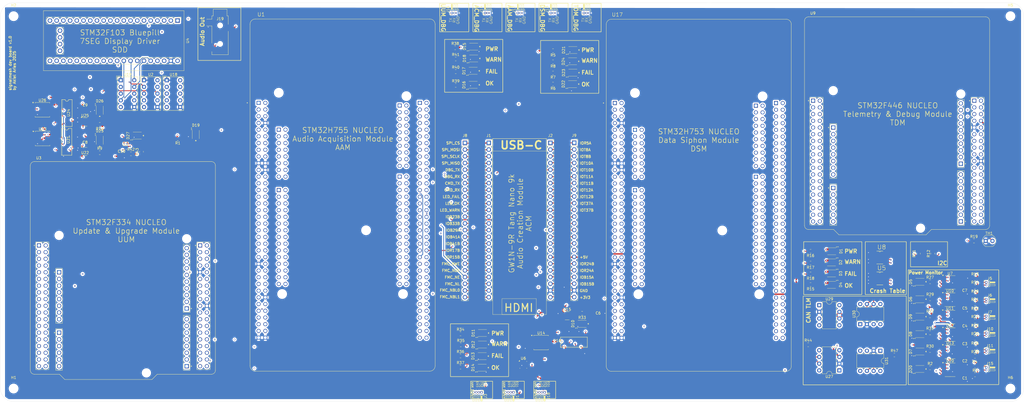
<source format=kicad_pcb>
(kicad_pcb (version 20241229) (generator "pcbnew") (generator_version "9.0")
  (layers (0 "F.Cu" signal) (4 "In1.Cu" signal) (6 "In2.Cu" signal) (2 "B.Cu" signal) (13 "F.Paste" user) (15 "B.Paste" user) (5 "F.SilkS" user "F.Silkscreen") (7 "B.SilkS" user "B.Silkscreen") (1 "F.Mask" user) (3 "B.Mask" user) (25 "Edge.Cuts" user))
  (net 0 "")
  (net 2 "Net-(U22-VOUT)")
  (net 15 "Net-(U25-VOUT)")
  (net 17 "3V3_UUM")
  (net 18 "Net-(D19-A)")
  (net 45 "Net-(D20-A)")
  (net 50 "Net-(D21-A)")
  (net 57 "Net-(D22-A)")
  (net 58 "GND")
  (net 59 "AAM_FMC_NBL0")
  (net 60 "unconnected-(J1-Pin_14-Pad14)")
  (net 61 "Net-(D23-A)")
  (net 62 "AAM_FMC_NE")
  (net 63 "unconnected-(J1-Pin_15-Pad15)")
  (net 64 "Net-(U14-VCC)")
  (net 65 "Net-(D10-A)")
  (net 66 "Net-(D11-A)")
  (net 67 "Net-(D12-A)")
  (net 68 "Net-(D13-A)")
  (net 69 "Net-(D14-A)")
  (net 70 "Net-(D15-A)")
  (net 71 "Net-(D16-A)")
  (net 72 "Net-(D17-A)")
  (net 73 "Net-(D18-A)")
  (net 74 "ACM_LED_WARN")
  (net 75 "ACM_DBG_TX")
  (net 76 "ACM_CMD_RX")
  (net 77 "ACM_DBG_RX")
  (net 78 "Net-(D24-A)")
  (net 79 "ACM_SPI_SCLK")
  (net 80 "ACM_SPI_CS")
  (net 81 "ACM_LED_FAIL")
  (net 82 "AAM_FMC_NL")
  (net 83 "AAM_FMC_NBL1")
  (net 84 "unconnected-(J1-Pin_17-Pad17)")
  (net 85 "unconnected-(J1-Pin_16-Pad16)")
  (net 86 "unconnected-(J2-Pin_22-Pad22)")
  (net 87 "AAM_FMC_D11")
  (net 88 "ACM_SPI_MISO")
  (net 89 "ACM_CMD_TX")
  (net 90 "ACM_SPI_MOSI")
  (net 91 "ACM_LED_OK")
  (net 92 "AAM_FMC_NOE")
  (net 94 "ACM_FMC_D15")
  (net 95 "unconnected-(J2-Pin_21-Pad21)")
  (net 96 "AAM_FMC_D0")
  (net 97 "AAM_FMC_D10")
  (net 98 "ACM_FMC_D14")
  (net 99 "unconnected-(J2-Pin_20-Pad20)")
  (net 100 "unconnected-(J2-Pin_19-Pad19)")
  (net 101 "AAM_FMC_D9")
  (net 107 "Net-(D25-A)")
  (net 113 "Net-(D26-A)")
  (net 120 "Net-(D1-A)")
  (net 121 "5V_TDM")
  (net 122 "AAM_FMC_NWE")
  (net 123 "AAM_FMC_D7")
  (net 124 "AAM_FMC_D3")
  (net 126 "Net-(D2-A)")
  (net 127 "Net-(D3-A)")
  (net 128 "Net-(D4-A)")
  (net 129 "AAM_FMC_D13")
  (net 130 "AAM_FMC_D8")
  (net 131 "AAM_FMC_D12")
  (net 153 "Net-(U9B-PC7)")
  (net 155 "3V3_ACM")
  (net 156 "AAM_FMC_D4")
  (net 157 "AAM_FMC_D6")
  (net 159 "AAM_FMC_D1")
  (net 160 "5V_ACM")
  (net 161 "AAM_FMC_D2")
  (net 163 "AAM_FMC_D5")
  (net 170 "Net-(D27-A)")
  (net 171 "TDM_I2C1_SCL")
  (net 176 "Net-(J15-Pin_1)")
  (net 180 "DSM_VDD")
  (net 187 "TDM_I2C1_SDA")
  (net 189 "DSM_I2C1_SDA")
  (net 190 "DSM_I2C1_SCL")
  (net 194 "TDM_VDD")
  (net 196 "TDM_DBG_RX")
  (net 197 "TDM_DBG_TX")
  (net 198 "Net-(J5-Pin_1)")
  (net 199 "Net-(J6-Pin_1)")
  (net 200 "Net-(J7-Pin_1)")
  (net 201 "Net-(J10-Pin_1)")
  (net 202 "Net-(J11-Pin_1)")
  (net 203 "Net-(D5-A)")
  (net 204 "AAM_DBG_TX")
  (net 205 "AAM_DBG_RX")
  (net 206 "DSM_DBG_TX")
  (net 207 "DSM_DBG_RX")
  (net 208 "VDD_ACM")
  (net 209 "Net-(D6-A)")
  (net 210 "Net-(D7-A)")
  (net 211 "Net-(D8-A)")
  (net 212 "Net-(D9-A)")
  (net 213 "VDD_AAM")
  (net 214 "VDD_UUM")
  (net 215 "VDD_DSM")
  (net 216 "5V_DSM")
  (net 217 "5V_UUM")
  (net 218 "5V_AAM")
  (net 219 "TDM_LED_OK")
  (net 220 "TDM_LED_WARN")
  (net 221 "TDM_LED_FAIL")
  (net 222 "ACM_VDD")
  (net 228 "Net-(U1B-GND_CN12-PadCN12_20)")
  (net 233 "VDD_7SDD")
  (net 273 "Net-(U14-~{CS})")
  (net 274 "Net-(U14-DI{slash}IO_{0})")
  (net 275 "Net-(U14-DO{slash}IO_{1})")
  (net 276 "Net-(U14-CLK)")
  (net 281 "AAM_VDD")
  (net 282 "AAM_LED_OK")
  (net 283 "AAM_LED_WARN")
  (net 284 "AAM_LED_FAIL")
  (net 294 "Net-(U1F-GND_CN10-PadCN10_17)")
  (net 327 "Net-(U1C-GND_CN8-PadCN8_11)")
  (net 355 "Net-(U1D-GND_CN9-PadCN9_12)")
  (net 378 "DSM_LED_OK")
  (net 380 "DSM_LED_WARN")
  (net 389 "Net-(U17B-GND_CN12-PadCN12_20)")
  (net 393 "DSM_LED_FAIL")
  (net 403 "Net-(U17F-GND_CN10-PadCN10_17)")
  (net 427 "Net-(U28B-VCC)")
  (net 428 "Net-(U17D-GND_CN9-PadCN9_12)")
  (net 444 "Net-(U17C-GND_CN8-PadCN8_11)")
  (net 492 "UUM_SPI_SEL")
  (net 496 "/CAN+")
  (net 572 "/CAN-")
  (net 585 "AAM_DAC_R")
  (net 591 "AAM_FMC_CLK")
  (net 592 "AAM_I2C1_SCL")
  (net 593 "AAM_I2C1_SDA")
  (net 605 "Net-(U2-B)")
  (net 606 "Net-(U2-DP)")
  (net 607 "Net-(U2-D)")
  (net 608 "Net-(U2-E)")
  (net 609 "Net-(U2-G)")
  (net 610 "Net-(U2-C)")
  (net 611 "Net-(U2-F)")
  (net 612 "Net-(U2-A)")
  (net 613 "Net-(U19-G)")
  (net 614 "Net-(U18-F)")
  (net 615 "Net-(U19-C)")
  (net 616 "Net-(U19-F)")
  (net 617 "Net-(U19-A)")
  (net 618 "Net-(U19-D)")
  (net 619 "Net-(U18-D)")
  (net 620 "Net-(U18-B)")
  (net 621 "Net-(U18-G)")
  (net 622 "Net-(U18-C)")
  (net 623 "Net-(U19-DP)")
  (net 624 "5V_7SDD")
  (net 625 "Net-(U18-DP)")
  (net 626 "Net-(U19-E)")
  (net 627 "Net-(U18-A)")
  (net 628 "Net-(U19-B)")
  (net 629 "Net-(U18-E)")
  (net 630 "AAM_INTRPT_TX")
  (net 631 "AAM_DAC_L")
  (net 632 "AAM_INTRPT_RX")
  (net 635 "Net-(U3A-GND_S1-PadCN7_19)")
  (net 654 "UUM_SPI1_SCK")
  (net 655 "UUM_DBG_TX")
  (net 659 "UUM_SPI1_MISO")
  (net 668 "UUM_DBG_RX")
  (net 674 "UUM_SPI1_MOSI")
  (net 692 "UUM_CAN_RD")
  (net 695 "Net-(U3C-GND-PadCN6_6)")
  (net 697 "UUM_CAN_TD")
  (net 699 "UUM_SPI1_CS")
  (net 700 "7SDD_CMD_RX")
  (net 701 "7SDD_CMD_TX")
  (net 702 "UUM_SPI1_MISO_A")
  (net 704 "UUM_SPI1_SCLK")
  (net 706 "Net-(U21-1Y)")
  (net 707 "Net-(U21-3Y)")
  (net 708 "Net-(U21-2Y)")
  (net 709 "Net-(U21-4Y)")
  (net 713 "Net-(U24-1Y)")
  (net 714 "Net-(U24-3Y)")
  (net 718 "Net-(U24-2Y)")
  (net 720 "Net-(U24-4Y)")
  (net 721 "UUM_SPI1_MISO_B")
  (net 725 "AAM_CAN_TD")
  (net 728 "AAM_CAN_RD")
  (net 729 "DSM_CAN_TD")
  (net 730 "DSM_CAN_RD")
  (net 735 "VDD_TDM")
  (net 736 "TDM_CAN_TD")
  (net 737 "TDM_CAN_RD")
  (net 738 "unconnected-(J1-Pin_13-Pad13)")
  (net 739 "unconnected-(J1-Pin_12-Pad12)")
  (footprint "MountingHole:MountingHole_3.2mm_M3" (layer "F.Cu") (at 566 55)
    (property "Reference" "H5")
    (property "Value" "MountingHole")
  )
  (footprint "LED_SMD:LED_Kingbright_KPBD-3224" (layer "F.Cu") (at 366.31 179.3467 90)
    (property "Reference" "D12")
    (property "Value" "LED_OK")
  )
  (footprint "Connector_PinHeader_1.00mm:PinHeader_1x02_P1.00mm_Horizontal" (layer "F.Cu") (at 556.825 188)
    (property "Reference" "J15")
    (property "Value" "INA219_CONFIG")
  )
  (footprint "Display_7Segment:HDSP-A151" (layer "F.Cu") (at 246.92 79.24)
    (property "Reference" "U18")
    (property "Value" "HDSP-7503")
  )
  (footprint "LED_SMD:LED_Kingbright_KPBD-3224" (layer "F.Cu") (at 363 71 90)
    (property "Reference" "D18")
    (property "Value" "LED_WARN")
  )
  (footprint "Resistor_SMD:R_0805_2012Metric_Pad1.20x1.40mm_HandSolder" (layer "F.Cu") (at 552.58 190.8)
    (property "Reference" "R3")
    (property "Value" "10k")
  )
  (footprint "Resistor_SMD:R_0805_2012Metric_Pad1.20x1.40mm_HandSolder" (layer "F.Cu") (at 233.3675 107.1175)
    (property "Reference" "R42")
    (property "Value" "100")
  )
  (footprint "Capacitor_SMD:C_0201_0603Metric" (layer "F.Cu") (at 216.0125 101.7175 180)
    (property "Reference" "C8")
    (property "Value" "10uf")
  )
  (footprint "LED_SMD:LED_Kingbright_KPBD-3224" (layer "F.Cu") (at 531.756 155.555 90)
    (property "Reference" "D5")
    (property "Value" "LED_PWR")
  )
  (footprint "Resistor_SMD:R_0805_2012Metric_Pad1.20x1.40mm_HandSolder" (layer "F.Cu") (at 536.66 144.9 90)
    (property "Reference" "R12")
    (property "Value" "4.7k")
  )
  (footprint "Package_DIP:DIP-8_W7.62mm" (layer "F.Cu") (at 501.3 189.12 180)
    (property "Reference" "U27")
    (property "Value" "MCP2551-I-P")
  )
  (footprint "Capacitor_SMD:C_0201_0603Metric" (layer "F.Cu") (at 548.7327 178.0049 180)
    (property "Reference" "C3")
    (property "Value" "0.1uf")
  )
  (footprint "LED_SMD:LED_Kingbright_KPBD-3224" (layer "F.Cu") (at 498.3 148.2 -90)
    (property "Reference" "D2")
    (property "Value" "LED_FAIL")
  )
  (footprint "LED_SMD:LED_Kingbright_KPBD-3224" (layer "F.Cu") (at 400.4 72.1 90)
    (property "Reference" "D24")
    (property "Value" "LED_WARN")
  )
  (footprint "Resistor_SMD:R_0805_2012Metric_Pad1.20x1.40mm_HandSolder" (layer "F.Cu") (at 490.4 148.5 180)
    (property "Reference" "R17")
    (property "Value" "300")
  )
  (footprint "Resistor_SMD:R_0805_2012Metric_Pad1.20x1.40mm_HandSolder" (layer "F.Cu") (at 393 80.7 180)
    (property "Reference" "R6")
    (property "Value" "300")
  )
  (footprint "MountingHole:MountingHole_3.2mm_M3" (layer "F.Cu") (at 189 55)
    (property "Reference" "H2")
    (property "Value" "MountingHole")
  )
  (footprint "Resistor_SMD:R_0805_2012Metric_Pad1.20x1.40mm_HandSolder" (layer "F.Cu") (at 490.4 144 180)
    (property "Reference" "R16")
    (property "Value" "300")
  )
  (footprint "LED_SMD:LED_Kingbright_KPBD-3224" (layer "F.Cu") (at 221.5675 101.9725)
    (property "Reference" "D25")
    (property "Value" "LED_PWR")
  )
  (footprint "Display_7Segment:HDSP-A151" (layer "F.Cu") (at 229.54 79.24)
    (property "Reference" "U19")
    (property "Value" "HDSP-7503")
  )
  (footprint "LED_SMD:LED_Kingbright_KPBD-3224" (layer "F.Cu") (at 400.5 76.4 90)
    (property "Reference" "D23")
    (property "Value" "LED_FAIL")
  )
  (footprint "Connector_PinHeader_1.00mm:PinHeader_1x03_P1.00mm_Horizontal" (layer "F.Cu") (at 404.7 53.8 90)
    (property "Reference" "J4")
    (property "Value" "TDM_DBG")
  )
  (footprint "LED_SMD:LED_Kingbright_KPBD-3224" (layer "F.Cu") (at 400.4 80.7 90)
    (property "Reference" "D22")
    (property "Value" "LED_OK")
  )
  (footprint "Resistor_SMD:R_0805_2012Metric_Pad1.20x1.40mm_HandSolder" (layer "F.Cu") (at 356.2 81.2)
    (property "Reference" "R39")
    (property "Value" "300")
  )
  (footprint "Connector_PinHeader_1.00mm:PinHeader_1x04_P1.00mm_Horizontal" (layer "F.Cu") (at 365.95 197.425 -90)
    (property "Reference" "J3")
    (property "Value" "LCD_display")
  )
  (footprint "Resistor_SMD:R_0805_2012Metric_Pad1.20x1.40mm_HandSolder" (layer "F.Cu") (at 358.01 183.68)
    (property "Reference" "R36")
    (property "Value" "300")
  )
  (footprint "Resistor_SMD:R_0805_2012Metric_Pad1.20x1.40mm_HandSolder" (layer "F.Cu") (at 489.5 179.4)
    (property "Reference" "R44")
    (property "Value" "120")
  )
  (footprint "Resistor_SMD:R_0805_2012Metric_Pad1.20x1.40mm_HandSolder" (layer "F.Cu") (at 552.58 160.855)
    (property "Reference" "R20")
    (property "Value" "10k")
  )
  (footprint "NUCLEO-H753ZI:MODULE_NUCLEO-H753ZI" (layer "F.Cu") (at 313.41 122.74)
    (property "Reference" "U1")
    (property "Value" "NUCLEO-H753ZI")
  )
  (footprint "Resistor_SMD:R_0805_2012Metric_Pad1.20x1.40mm_HandSolder" (layer "F.Cu") (at 552.58 167.355)
    (property "Reference" "R22")
    (property "Value" "10k")
  )
  (footprint "Resistor_SMD:R_0805_2012Metric_Pad1.20x1.40mm_HandSolder" (layer "F.Cu") (at 535.6 188.2)
    (property "Reference" "R2")
    (property "Value" "300")
  )
  (footprint "Package_LGA:Bosch_LGA-8_2.5x2.5mm_P0.65mm_ClockwisePinNumbering" (layer "F.Cu") (at 381.775 187.025)
    (property "Reference" "U6")
    (property "Value" "BME280")
  )
  (footprint "LED_SMD:LED_Kingbright_KPBD-3224" (layer "F.Cu") (at 400.5 67.8 90)
    (property "Reference" "D21")
    (property "Value" "LED_PWR")
  )
  (footprint "Capacitor_SMD:C_0201_0603Metric" (layer "F.Cu") (at 548.7327 190.995 180)
    (property "Reference" "C1")
    (property "Value" "0.1uf")
  )
  (footprint "Capacitor_SMD:C_0201_0603Metric" (layer "F.Cu") (at 548.7327 164.5049 180)
    (property "Reference" "C5")
    (property "Value" "0.1uf")
  )
  (footprint "Connector_PinSocket_2.54mm:PinSocket_1x24_P2.54mm_Vertical" (layer "F.Cu") (at 401.01 102.94)
    (property "Reference" "J9")
    (property "Value" "FPGA I/O")
  )
  (footprint "Resistor_SMD:R_0805_2012Metric_Pad1.20x1.40mm_HandSolder" (layer "F.Cu") (at 221.5625 95.9725 180)
    (property "Reference" "R10")
    (property "Value" "300")
  )
  (footprint "Capacitor_SMD:C_0201_0603Metric" (layer "F.Cu") (at 410.065 168.48)
    (property "Reference" "C6")
    (property "Value" "10uf")
  )
  (footprint "Capacitor_SMD:C_0201_0603Metric" (layer "F.Cu") (at 548.7327 184.5078 180)
    (property "Reference" "C2")
    (property "Value" "0.1uf")
  )
  (footprint "LED_SMD:LED_Kingbright_KPBD-3224" (layer "F.Cu") (at 235.7675 100.2175 90)
    (property "Reference" "D27")
    (property "Value" "LED_PWR")
  )
  (footprint "Package_SO:SOIC-8_3.9x4.9mm_P1.27mm" (layer "F.Cu") (at 543.1225 162.3837)
    (property "Reference" "U10")
    (property "Value" "INA219AxD")
  )
  (footprint "LED_SMD:LED_Kingbright_KPBD-3224" (layer "F.Cu") (at 531.756 168.773 90)
    (property "Reference" "D9")
    (property "Value" "LED_PWR")
  )
  (footprint "OptoDevice:R_LDR_4.9x4.2mm_P2.54mm_Vertical" (layer "F.Cu") (at 556.66 140.1)
    (property "Reference" "TH1")
    (property "Value" "10k")
  )
  (footprint "Package_SO:SOIC-8_3.9x4.9mm_P1.27mm" (layer "F.Cu") (at 543.14 182.12)
    (property "Reference" "U13")
    (property "Value" "INA219AxD")
  )
  (footprint "Display_7Segment:HDSP-A151" (layer "F.Cu") (at 238.32 79.24)
    (property "Reference" "U2")
    (property "Value" "HDSP-7503")
  )
  (footprint "Resistor_SMD:R_0805_2012Metric_Pad1.20x1.40mm_HandSolder" (layer "F.Cu") (at 356.2 71.2)
    (property "Reference" "R41")
    (property "Value" "300")
  )
  (footprint "Resistor_SMD:R_0805_2012Metric_Pad1.20x1.40mm_HandSolder" (layer "F.Cu") (at 356 67)
    (property "Reference" "R38")
    (property "Value" "300")
  )
  (footprint "LED_SMD:LED_Kingbright_KPBD-3224" (layer "F.Cu") (at 498.3 156.7 -90)
    (property "Reference" "D4")
    (property "Value" "LED_PWR")
  )
  (footprint "Package_TO_SOT_SMD:SOT-23-5" (layer "F.Cu") (at 216 106.2225)
    (property "Reference" "U22")
    (property "Value" "AP2112K-3.3")
  )
  (footprint "Resistor_SMD:R_0805_2012Metric_Pad1.20x1.40mm_HandSolder" (layer "F.Cu") (at 535.6 181.605)
    (property "Reference" "R30")
    (property "Value" "300")
  )
  (footprint "Resistor_SMD:R_0805_2012Metric_Pad1.20x1.40mm_HandSolder" (layer "F.Cu") (at 552.58 157.469)
    (property "Reference" "R14")
    (property "Value" "10k")
  )
  (footprint "Package_TO_SOT_SMD:SOT-23-5" (layer "F.Cu") (at 398.3475 168.43)
    (property "Reference" "U15")
    (property "Value" "AP2112K-3.3")
  )
  (footprint "Connector_PinSocket_2.54mm:PinSocket_1x24_P2.54mm_Vertical" (layer "F.Cu") (at 368.7 102.98)
    (property "Reference" "J1")
    (property "Value" "FPGA I/O")
  )
  (footprint "Capacitor_SMD:C_0201_0603Metric" (layer "F.Cu") (at 216.0125 89.7175)
    (property "Reference" "C9")
    (property "Value" "10uf")
  )
  (footprint "Package_SO:SOIC-8_3.9x4.9mm_P1.27mm" (layer "F.Cu") (at 543.105 168.9625)
    (property "Reference" "U11")
    (property "Value" "INA219AxD")
  )
  (footprint "Resistor_SMD:R_0805_2012Metric_Pad1.20x1.40mm_HandSolder" (layer "F.Cu") (at 490.4 152.64 180)
    (property "Reference" "R18")
    (property "Value" "300")
  )
  (footprint "Resistor_SMD:R_0805_2012Metric_Pad1.20x1.40mm_HandSolder" (layer "F.Cu") (at 356.2 76)
    (property "Reference" "R40")
    (property "Value" "300")
  )
  (footprint "Resistor_SMD:R_0805_2012Metric_Pad1.20x1.40mm_HandSolder" (layer "F.Cu") (at 393 76.5 180)
    (property "Reference" "R7")
    (property "Value" "300")
  )
  (footprint "LED_SMD:LED_Kingbright_KPBD-3224" (layer "F.Cu") (at 362.8 81 90)
    (property "Reference" "D16")
    (property "Value" "LED_OK")
  )
  (footprint "Connector_PinSocket_2.54mm:PinSocket_1x24_P2.54mm_Vertical" (layer "F.Cu") (at 359.7 102.98)
    (property "Reference" "J8")
    (property "Value" "FPGA I/O")
  )
  (footprint "LED_SMD:LED_Kingbright_KPBD-3224" (layer "F.Cu") (at 531.756 162.164 90)
    (property "Reference" "D6")
    (property "Value" "LED_PWR")
  )
  (footprint "Resistor_SMD:R_0805_2012Metric_Pad1.20x1.40mm_HandSolder" (layer "F.Cu") (at 358.11 179.48)
    (property "Reference" "R35")
    (property "Value" "300")
  )
  (footprint "Resistor_SMD:R_0805_2012Metric_Pad1.20x1.40mm_HandSolder" (layer "F.Cu") (at 552.58 163.805)
    (property "Reference" "R21")
    (property "Value" "10k")
  )
  (footprint "Connector_PinHeader_1.00mm:PinHeader_1x04_P1.00mm_Horizontal" (layer "F.Cu") (at 389.8 197.425 -90)
    (property "Reference" "J18")
    (property "Value" "LCD_display")
  )
  (footprint "Resistor_SMD:R_0805_2012Metric_Pad1.20x1.40mm_HandSolder" (layer "F.Cu") (at 490.4 156.64 180)
    (property "Reference" "R15")
    (property "Value" "300")
  )
  (footprint "LED_SMD:LED_Kingbright_KPBD-3224" (layer "F.Cu") (at 257.9 99.8)
    (property "Reference" "D19")
    (property "Value" "LED_PWR")
  )
  (footprint "Package_SO:SOIC-8_5.3x5.3mm_P1.27mm" (layer "F.Cu") (at 388.51 178.58)
    (property "Reference" "U14")
    (property "Value" "W25Q128JVS")
  )
  (footprint "LED_SMD:LED_Kingbright_KPBD-3224" (layer "F.Cu") (at 404.01 171.48 90)
    (property "Reference" "D10")
    (property "Value" "LED_PWR")
  )
  (footprint "Resistor_SMD:R_0805_2012Metric_Pad1.20x1.40mm_HandSolder" (layer "F.Cu") (at 393 72.3 180)
    (property "Reference" "R8")
    (property "Value" "300")
  )
  (footprint "LED_SMD:LED_Kingbright_KPBD-3224" (layer "F.Cu") (at 498.3 152.4451 -90)
    (property "Reference" "D3")
    (property "Value" "LED_WARN")
  )
  (footprint "Resistor_SMD:R_0805_2012Metric_Pad1.20x1.40mm_HandSolder" (layer "F.Cu") (at 535.6 168.43)
    (property "Reference" "R32")
    (property "Value" "300")
  )
  (footprint "Package_DIP:DIP-8_W7.62mm" (layer "F.Cu") (at 493.69 164.42)
    (property "Reference" "U29")
    (property "Value" "MCP2551-I-P")
  )
  (footprint "Resistor_SMD:R_0805_2012Metric_Pad1.20x1.40mm_HandSolder" (layer "F.Cu") (at 358.01 187.88)
    (property "Reference" "R37")
    (property "Value" "300")
  )
  (footprint "Connector_PinSocket_2.54mm:PinSocket_1x24_P2.54mm_Vertical" (layer "F.Cu") (at 392.01 102.98)
    (property "Reference" "J2")
    (property "Value" "FPGA I/O")
  )
  (footprint "NUCLEO-F446RE:MODULE_NUCLEO-F446RE" (layer "F.Cu") (at 523.11 96.51)
    (property "Reference" "U9")
    (property "Value" "NUCLEO-F446RE")
  )
  (footprint "Resistor_SMD:R_0805_2012Metric_Pad1.20x1.40mm_HandSolder" (layer "F.Cu") (at 535.6 174.8675)
    (property "Reference" "R31")
    (property "Value" "300")
  )
  (footprint "Connector_PinHeader_1.00mm:PinHeader_1x03_P1.00mm_Horizontal" (layer "F.Cu") (at 367.3 53.8 90)
    (property "Reference" "J14")
    (property "Value" "ACM_DBG")
  )
  (footprint "Capacitor_SMD:C_0201_0603Metric" (layer "F.Cu") (at 548.7 157.8 180)
    (property "Reference" "C7")
    (property "Value" "0.1uf")
  )
  (footprint "Resistor_SMD:R_0805_2012Metric_Pad1.20x1.40mm_HandSolder" (layer "F.Cu") (at 393 68.1 180)
    (property "Reference" "R5")
    (property "Value" "300")
  )
  (footprint "LED_SMD:LED_Kingbright_KPBD-3224" (layer "F.Cu") (at 531.756 181.991 90)
    (property "Reference" "D7")
    (property "Value" "LED_PWR")
  )
  (footprint "LED_SMD:LED_Kingbright_KPBD-3224" (layer "F.Cu") (at 366.21 188.08 90)
    (property "Reference" "D14")
    (property "Value" "LED_WARN")
  )
  (footprint "Connector_PinHeader_1.00mm:PinHeader_1x02_P1.00mm_Horizontal" (layer "F.Cu") (at 556.825 181.305)
    (property "Reference" "J11")
    (property "Value" "INA219_CONFIG")
  )
  (footprint "Connector_PinHeader_1.00mm:PinHeader_1x03_P1.00mm_Horizontal" (layer "F.Cu") (at 354.75 53.8 90)
    (property "Reference" "J16")
    (property "Value" "DSM_DBG")
  )
  (footprint "Connector_PinHeader_1.00mm:PinHeader_1x02_P1.00mm_Horizontal" (layer "F.Cu") (at 556.825 162.18)
    (property "Reference" "J6")
    (property "Value" "INA219_CONFIG")
  )
  (footprint "Resistor_SMD:R_0805_2012Metric_Pad1.20x1.40mm_HandSolder" (layer "F.Cu") (at 221.5625 106.7175)
    (property "Reference" "R9")
    (property "Value" "300")
  )
  (footprint "LED_SMD:LED_Kingbright_KPBD-3224" (layer "F.Cu") (at 366.21 183.7133 90)
    (property "Reference" "D13")
    (property "Value" "LED_FAIL")
  )
  (footprint "LED_SMD:LED_Kingbright_KPBD-3224" (layer "F.Cu") (at 363 66.5 90)
    (property "Reference" "D15")
    (property "Value" "LED_PWR")
  )
  (footprint "MountingHole:MountingHole_3.2mm_M3" (layer "F.Cu") (at 566 196)
    (property "Reference" "H6")
    (property "Value" "MountingHole")
  )
  (footprint "Resistor_SMD:R_0805_2012Metric_Pad1.20x1.40mm_HandSolder" (layer "F.Cu") (at 251.1 101.4 180)
    (property "Reference" "R1")
    (property "Value" "300")
  )
  (footprint "Connector_PinHeader_1.00mm:PinHeader_1x02_P1.00mm_Horizontal" (layer "F.Cu") (at 556.825 174.93)
    (property "Reference" "J10")
    (property "Value" "INA219_CONFIG")
  )
  (footprint "Resistor_SMD:R_0805_2012Metric_Pad1.20x1.40mm_HandSolder" (layer "F.Cu") (at 535.6 161.9925)
    (property "Reference" "R29")
    (property "Value" "300")
  )
  (footprint "Resistor_SMD:R_0805_2012Metric_Pad1.20x1.40mm_HandSolder" (layer "F.Cu") (at 552.58 170.455)
    (property "Reference" "R24")
    (property "Value" "10k")
  )
  (footprint "Footprints:YAAJ_WeAct_BlackPill_SWD_2" (layer "F.Cu") (at 251 56.66 -90)
    (property "Reference" "U4")
    (property "Value" "YAAJ_BluePill_Part_Like" (hide yes))
  )
  (footprint "Connector_PinHeader_1.00mm:PinHeader_1x03_P1.00mm_Horizontal" (layer "F.Cu") (at 379.7 53.8 90)
    (property "Reference" "J12")
    (property "Value" "AAM_DBG")
  )
  (footprint "NUCLEO-F303RE:ST_NUCLEO-F303RE" (layer "F.Cu") (at 230.33 151.32)
    (property "Reference" "U3")
    (property "Value" "NUCLEO-F303RE")
  )
  (footprint "74HC4050D:SO16" (layer "F.Cu") (at 400.915 178.48)
    (property "Reference" "U16")
    (property "Value" "74HC4050D")
  )
  (footprint "Connector_PinHeader_1.00mm:PinHeader_1x03_P1.00mm_Horizontal" (layer "F.Cu") (at 392.2 53.8 90)
    (property "Reference" "J13")
    (property "Value" "DSM_DBG")
  )
  (footprint "Package_DIP:DIP-8_W7.62mm" (layer "F.Cu") (at 516.8 181.7 -90)
    (property "Reference" "U31")
    (property "Value" "MCP2551-I-P")
  )
  (footprint "Package_SO:SOIC-8_3.9x4.9mm_P1.27mm" (layer "F.Cu") (at 543.1575 175.5412)
    (property "Reference" "U12")
    (property "Value" "INA219AxD")
  )
  (footprint "NUCLEO-H753ZI:MODULE_NUCLEO-H753ZI" (layer "F.Cu") (at 448.13 122.81)
    (property "Reference" "U17")
    (property "Value" "NUCLEO-H753ZI")
  )
  (footprint "LED_SMD:LED_Kingbright_KPBD-3224" (layer "F.Cu") (at 362.8 75.7 90)
    (property "Reference" "D17")
    (property "Value" "LED_FAIL")
  )
  (footprint "LED_SMD:LED_Kingbright_KPBD-3224" (layer "F.Cu") (at 531.756 175.382 90)
    (property "Reference" "D8")
    (property "Value" "LED_PWR")
  )
  (footprint "Capacitor_SMD:C_0201_0603Metric" (layer "F.Cu") (at 548.7327 171.2549 180)
    (property "Reference" "C4")
    (property "Value" "0.1uf")
  )
  (footprint "LED_SMD:LED_Kingbright_KPBD-3224" (layer "F.Cu") (at 366.31 174.98 90)
    (property "Reference" "D11")
    (property "Value" "LED_PWR")
  )
  (footprint "LED_SMD:LED_Kingbright_KPBD-3224" (layer "F.Cu") (at 498.4 144 -90)
    (property "Reference" "D1")
    (property "Value" "LED_OK")
  )
  (footprint "24LC256-I_SN:SOIC127P600X175-8N" (layer "F.Cu") (at 516.6 154.305)
    (property "Reference" "U5")
    (property "Value" "24LC256-I_SN")
  )
  (footprint "Resistor_SMD:R_0805_2012Metric_Pad1.20x1.40mm_HandSolder" (layer "F.Cu") (at 552.6 180.5)
    (property "Reference" "R26")
    (property "Value" "10k")
  )
  (footprint "Resistor_SMD:R_0805_2012Metric_Pad1.20x1.40mm_HandSolder" (layer "F.Cu") (at 237.3675 106.3175 90)
    (property "Reference" "R43")
    (property "Value" "300")
  )
  (footprint "74HC4050D:SO16" (layer "F.Cu") (at 209.0675 102.5725 -90)
    (property "Reference" "U21")
    (property "Value" "74HC4050D")
  )
  (footprint "Connector_Audio:Jack_3.5mm_CUI_SJ-3523-SMT_Horizontal" (layer "F.Cu") (at 267.1 61)
    (property "Reference" "J19")
    (property "Value" "AudioJack3")
  )
  (footprint "MountingHole:MountingHole_3.2mm_M3" (layer "F.Cu") (at 189 196)
    (property "Reference" "H1")
    (property "Value" "MountingHole")
  )
  (footprint "Resistor_SMD:R_0805_2012Metric_Pad1.20x1.40mm_HandSolder" (layer "F.Cu") (at 552.58 173.805)
    (property "Reference" "R23")
    (property "Value" "10k")
  )
  (footprint "Resistor_SMD:R_0805_2012Metric_Pad1.20x1.40mm_HandSolder" (layer "F.Cu") (at 552.58 183.755)
    (property "Reference" "R28")
    (property "Value" "10k")
  )
  (footprint "24LC256-I_SN:SOIC127P600X175-8N" (layer "F.Cu") (at 516.6 146.4)
    (property "Reference" "U8")
    (property "Value" "24LC256-I_SN")
  )
  (footprint "Resistor_SMD:R_0805_2012Metric_Pad1.20x1.40mm_HandSolder" (layer "F.Cu") (at 552.58 154.305)
    (property "Reference" "R13")
    (property "Value" "10k")
  )
  (footprint "Package_SO:SOIC-8_3.9x4.9mm_P1.27mm" (layer "F.Cu") (at 543.175 188.905)
    (property "Reference" "U20")
    (property "Value" "INA219AxD")
  )
  (footprint "Resistor_SMD:R_0805_2012Metric_Pad1.20x1.40mm_HandSolder" (layer "F.Cu") (at 552.58 187.5)
    (property "Reference" "R4")
    (property "Value" "10k")
  )
  (footprint "Connector_PinHeader_1.00mm:PinHeader_1x02_P1.00mm_Horizontal" (layer "F.Cu") (at 556.825 155.805)
    (property "Reference" "J5")
    (property "Value" "INA219_CONFIG")
  )
  (footprint "Resistor_SMD:R_0805_2012Metric_Pad1.20x1.40mm_HandSolder" (layer "F.Cu") (at 522.1 183.3)
    (property "Reference" "R47")
    (property "Value" "120")
  )
  (footprint "Resistor_SMD:R_0805_2012Metric_Pad1.20x1.40mm_HandSolder" (layer "F.Cu") (at 535.6 155.555)
    (property "Reference" "R27")
    (property "Value" "300")
  )
  (footprint "Connector_PinHeader_1.00mm:PinHeader_1x04_P1.00mm_Horizontal" (layer "F.Cu") (at 378.029 197.4234 -90)
    (property "Reference" "J17")
    (property "Value" "LCD_display")
  )
  (footprint "Resistor_SMD:R_0805_2012Metric_Pad1.20x1.40mm_HandSolder" (layer "F.Cu") (at 404.01 167.48 180)
    (property "Reference" "R33")
    (property "Value" "300")
  )
  (footprint "Package_DIP:DIP-8_W7.62mm" (layer "F.Cu") (at 509.18 171.62 90)
    (property "Reference" "U30")
    (property "Value" "MCP2551-I-P")
  )
  (footprint "Capacitor_SMD:C_0201_0603Metric" (layer "F.Cu") (at 229.8225 107.2175)
    (property "Reference" "C10")
    (property "Value" "0.1uf")
  )
  (footprint "Resistor_SMD:R_0805_2012Metric_Pad1.20x1.40mm_HandSolder" (layer "F.Cu") (at 552.58 176.955)
    (property "Reference" "R25")
    (property "Value" "10k")
  )
  (footprint "Connector_PinHeader_1.00mm:PinHeader_1x02_P1.00mm_Horizontal" (layer "F.Cu") (at 556.825 168.555)
    (property "Reference" "J7")
    (property "Value" "INA219_CONFIG")
  )
  (footprint "Package_TO_SOT_SMD:SOT-23-5" (layer "F.Cu") (at 216 95.0225)
    (property "Reference" "U25")
    (property "Value" "AP2112K-3.3")
  )
  (footprint "Resistor_SMD:R_0805_2012Metric_Pad1.20x1.40mm_HandSolder" (layer "F.Cu") (at 531.2 144.9 90)
    (property "Reference" "R11")
    (property "Value" "4.7k")
  )
  (footprint "74HC4050D:SO16" (layer "F.Cu") (at 209.1625 91.6725 -90)
    (property "Reference" "U24")
    (property "Value" "74HC4050D")
  )
  (footprint "Resistor_SMD:R_0805_2012Metric_Pad1.20x1.40mm_HandSolder" (layer "F.Cu") (at 552.2 140.1)
    (property "Reference" "R19")
    (property "Value" "10k")
  )
  (footprint "Resistor_SMD:R_0805_2012Metric_Pad1.20x1.40mm_HandSolder" (layer "F.Cu") (at 358.01 175.28)
    (property "Reference" "R34")
    (property "Value" "300")
  )
  (footprint "Package_SO:SOIC-8_5.3x5.3mm_P1.27mm" (layer "F.Cu") (at 199.875 90.4225)
    (property "Reference" "U26")
    (property "Value" "W25Q128JVS")
  )
  (footprint "Package_SO:SOIC-8_3.9x4.9mm_P1.27mm" (layer "F.Cu") (at 543.175 155.805)
    (property "Reference" "U7")
    (property "Value" "INA219AxD")
  )
  (footprint "Package_SO:SOIC-8_5.3x5.3mm_P1.27mm" (layer "F.Cu") (at 199.98 101.3225)
    (property "Reference" "U23")
    (property "Value" "W25Q128JVS")
  )
  (footprint "SN74LVC1G3157:SC70-6" (layer "F.Cu") (at 231.3675 103.3175)
    (property "Reference" "U28")
    (property "Value" "74LVC1G3157")
  )
  (footprint "LED_SMD:LED_Kingbright_KPBD-3224" (layer "F.Cu") (at 221.5675 90.6175)
    (property "Reference" "D26")
    (property "Value" "LED_PWR")
  )
  (footprint "LED_SMD:LED_Kingbright_KPBD-3224" (layer "F.Cu") (at 531.756 188.6 90)
    (property "Reference" "D20")
    (property "Value" "LED_PWR")
  )
  (gr_rect (start 528.2 140.4) (end 542.2 149.9) (stroke (width 0.2)) (fill no) (layer "F.SilkS"))
  (gr_rect (start 354.21 171.48) (end 376.21 191.48) (stroke (width 0.2)) (fill no) (layer "F.SilkS"))
  (gr_line (start 402.9825 124.025) (end 403.3 124.025) (stroke (width 0.1)) (layer "F.SilkS"))
  (gr_rect (start 375.2 50.125) (end 386.2 60.894873) (stroke (width 0.2)) (fill no) (layer "F.SilkS"))
  (gr_rect (start 258.7 51.75) (end 274.95 71.75) (stroke (width 0.2)) (fill no) (layer "F.SilkS"))
  (gr_rect (start 511.1 140.4) (end 526.6 160.4) (stroke (width 0.2)) (fill no) (layer "F.SilkS"))
  (gr_rect (start 361.85 193.230127) (end 370.15 199.8) (stroke (width 0.2)) (fill no) (layer "F.SilkS"))
  (gr_line (start 402.9825 104.975) (end 403.3 104.975) (stroke (width 0.1)) (layer "F.SilkS"))
  (gr_rect (start 373.85 193.230127) (end 382.15 199.8) (stroke (width 0.2)) (fill no) (layer "F.SilkS"))
  (gr_rect (start 370.2 101.305) (end 390.52 167.98) (stroke (width 0.1)) (fill no) (layer "F.SilkS"))
  (gr_rect (start 400.2 50.155127) (end 411.2 60.925) (stroke (width 0.2)) (fill no) (layer "F.SilkS"))
  (gr_rect (start 527.33 151.055) (end 561.58 194.505) (stroke (width 0.2)) (fill no) (layer "F.SilkS"))
  (gr_rect (start 350.15 50.140064) (end 361.15 60.909937) (stroke (width 0.2)) (fill no) (layer "F.SilkS"))
  (gr_rect (start 362.7 50.125) (end 373.7 60.894873) (stroke (width 0.2)) (fill no) (layer "F.SilkS"))
  (gr_rect (start 387.7 50.125) (end 398.7 60.894873) (stroke (width 0.2)) (fill no) (layer "F.SilkS"))
  (gr_rect (start 385.7 193.230127) (end 394 199.8) (stroke (width 0.2)) (fill no) (layer "F.SilkS"))
  (gr_rect (start 388.3 64.2) (end 410.3 84.2) (stroke (width 0.2)) (fill no) (layer "F.SilkS"))
  (gr_line (start 402.6 104.975) (end 402.6 124.025) (stroke (width 0.1)) (layer "F.SilkS"))
  (gr_rect (start 352 63.8) (end 374 83.8) (stroke (width 0.2)) (fill no) (layer "F.SilkS"))
  (gr_rect (start 487.8 140.4) (end 509.8 160.4) (stroke (width 0.2)) (fill no) (layer "F.SilkS"))
  (gr_rect (start 370.201459 101.30598) (end 390.521459 106.06848) (stroke (width 0.1)) (fill no) (layer "F.SilkS"))
  (gr_rect (start 373.693959 161.94848) (end 386.711459 167.98098) (stroke (width 0.1)) (fill no) (layer "F.SilkS"))
  (gr_rect (start 487.6 161) (end 526.6 194.6) (stroke (width 0.2)) (fill no) (layer "F.SilkS"))
  (gr_arc (start 189 200.88) (mid 185.464466 199.415534) (end 184 195.88) (stroke (width 0.05)) (layer "Edge.Cuts"))
  (gr_line (start 184 195.88) (end 184 54.9) (stroke (width 0.05)) (layer "Edge.Cuts"))
  (gr_line (start 189 49.900917) (end 566 49.951854) (stroke (width 0.05)) (layer "Edge.Cuts"))
  (gr_line (start 566 200.88) (end 189 200.88) (stroke (width 0.05)) (layer "Edge.Cuts"))
  (gr_arc (start 571 195.88) (mid 569.535534 199.415534) (end 566 200.88) (stroke (width 0.05)) (layer "Edge.Cuts"))
  (gr_line (start 571 54.951068) (end 571 195.88) (stroke (width 0.05)) (layer "Edge.Cuts"))
  (gr_arc (start 184 54.9) (mid 185.464466 51.364466) (end 189 49.9) (stroke (width 0.05)) (layer "Edge.Cuts"))
  (gr_arc (start 566 49.951068) (mid 569.535534 51.415534) (end 571 54.951068) (stroke (width 0.05)) (layer "Edge.Cuts"))
  (gr_text "STM32H753 NUCLEO\nData Siphon Module\nDSM" (at 448.13 106.37 0) (layer "F.SilkS") (effects (font (size 2.016 2.016) (thickness 0.2) (bold yes)) (justify bottom)))
  (gr_text "SCL" (at 365.95 195.6 90) (layer "F.SilkS") (effects (font (size 0.75 0.75) (thickness 0.1)) (justify left bottom)))
  (gr_text "DSM_DBG" (at 388.1 50.3 270) (layer "F.SilkS") (effects (font (size 1.5 1.5) (thickness 0.3) (bold yes)) (justify left bottom)))
  (gr_text "VDD" (at 391.8 195.5 90) (layer "F.SilkS") (effects (font (size 0.75 0.75) (thickness 0.1)) (justify left bottom)))
  (gr_text "FAIL" (at 403.6 77.2 0) (layer "F.SilkS") (effects (font (size 1.5 1.5) (thickness 0.3) (bold yes)) (justify left bottom)))
  (gr_text "Audio Out" (at 261.25 66.5 90) (layer "F.SilkS") (effects (font (size 1.5 1.5) (thickness 0.3) (bold yes)) (justify left bottom)))
  (gr_text "VDD" (at 379.95 195.5 90) (layer "F.SilkS") (effects (font (size 0.75 0.75) (thickness 0.1)) (justify left bottom)))
  (gr_text "TX" (at 392.45 57.39327 90) (layer "F.SilkS") (effects (font (size 1 1) (thickness 0.1)) (justify left bottom)))
  (gr_text "GND" (at 388.7 195.6 90) (layer "F.SilkS") (effects (font (size 0.75 0.75) (thickness 0.1)) (justify left bottom)))
  (gr_text "OK" (at 503.1 157.9 0) (layer "F.SilkS") (effects (font (size 1.5 1.5) (thickness 0.3) (bold yes)) (justify left bottom)))
  (gr_text "signalmesh dev board v1.0\nby Akiel Aries 2025" (at 189.9 83.2 90) (layer "F.SilkS") (effects (font (size 1 1) (thickness 0.2) (bold yes)) (justify left bottom)))
  (gr_text "ACM_DBG" (at 363.2 50.559937 270) (layer "F.SilkS") (effects (font (size 1.5 1.5) (thickness 0.3) (bold yes)) (justify left bottom)))
  (gr_text "IOB15B\n" (at 402.9825 156.42 0) (layer "F.SilkS") (effects (font (size 1 1) (thickness 0.2) (bold yes)) (justify left)))
  (gr_text "FMC_NWE" (at 357.9 148.78 0) (layer "F.SilkS") (effects (font (size 1 1) (thickness 0.2) (bold yes)) (justify right)))
  (gr_text "IOB15A" (at 402.9825 153.88 0) (layer "F.SilkS") (effects (font (size 1 1) (thickness 0.2) (bold yes)) (justify left)))
  (gr_text "TX" (at 379.95 57.39327 90) (layer "F.SilkS") (effects (font (size 1 1) (thickness 0.1)) (justify left bottom)))
  (gr_text "GND" (at 376.85 195.6 90) (layer "F.SilkS") (effects (font (size 0.75 0.75) (thickness 0.1)) (justify left bottom)))
  (gr_text "GND" (at 395.2 58.059937 90) (layer "F.SilkS") (effects (font (size 1 1) (thickness 0.1)) (justify left bottom)))
  (gr_text "Crash Table" (at 512.6 159.9 0) (layer "F.SilkS") (effects (font (size 1.5 1.5) (thickness 0.3) (bold yes)) (justify left bottom)))
  (gr_text "FAIL" (at 367.3 76.8 0) (layer "F.SilkS") (effects (font (size 1.5 1.5) (thickness 0.3) (bold yes)) (justify left bottom)))
  (gr_text "STM32F334 NUCLEO\nUpdate & Upgrade Module\nUUM" (at 231.62 140.72 0) (layer "F.SilkS") (effects (font (size 2.016 2.016) (thickness 0.2) (bold yes)) (justify bottom)))
  (gr_text "GND" (at 402.9825 158.96 0) (layer "F.SilkS") (effects (font (size 1 1) (thickness 0.2) (bold yes)) (justify left)))
  (gr_text "VDD" (at 367.95 195.5 90) (layer "F.SilkS") (effects (font (size 0.75 0.75) (thickness 0.1)) (justify left bottom)))
  (gr_text "USB-C" (at 380.996459 103.84598 0) (layer "F.SilkS") (effects (font (size 3 3) (thickness 0.6) (bold yes))))
  (gr_text "DBG_RX" (at 357.9 115.76 0) (layer "F.SilkS") (effects (font (size 1 1) (thickness 0.2) (bold yes)) (justify right)))
  (gr_text "IOB33B" (at 357.9 133.54 0) (layer "F.SilkS") (effects (font (size 1 1) (thickness 0.2) (bold yes)) (justify right)))
  (gr_text "PWR" (at 369.51 175.98 0) (layer "F.SilkS") (effects (font (size 1.5 1.5) (thickness 0.3) (bold yes)) (justify left bottom)))
  (gr_text "TX" (at 367.45 57.39327 90) (layer "F.SilkS") (effects (font (size 1 1) (thickness 0.1)) (justify left bottom)))
  (gr_text "STM32F446 NUCLEO\nTelemetry & Debug Module\nTDM" (at 523.36 96.5 0) (layer "F.SilkS") (effects (font (size 2.016 2.016) (thickness 0.2) (bold yes)) (justify bottom)))
  (gr_text "CMD_RX" (at 357.9 120.84 0) (layer "F.SilkS") (effects (font (size 1 1) (thickness 0.2) (bold yes)) (justify right)))
  (gr_text "PWR" (at 367.3 68.3 0) (layer "F.SilkS") (effects (font (size 1.5 1.5) (thickness 0.3) (bold yes)) (justify left bottom)))
  (gr_text "DBG_TX" (at 357.9 113.22 0) (layer "F.SilkS") (effects (font (size 1 1) (thickness 0.2) (bold yes)) (justify right)))
  (gr_text "AAM DSPLY" (at 374.05 193.4 270) (layer "F.SilkS") (effects (font (size 0.75 0.75)) (justify left bottom)))
  (gr_text "SPI_MOSI" (at 357.9 105.6 0) (layer "F.SilkS") (effects (font (size 1 1) (thickness 0.2) (bold yes)) (justify right)))
  (gr_text "IOT8B\n" (at 402.9825 108.16 0) (layer "F.SilkS") (effects (font (size 1 1) (thickness 0.2) (bold yes)) (justify left)))
  (gr_text "TDM_DBG" (at 400.7 50.425 270) (layer "F.SilkS") (effects (font (size 1.5 1.5) (thickness 0.3) (bold yes)) (justify left bottom)))
  (gr_text "RX" (at 381.325 57.512318 90) (layer "F.SilkS") (effects (font (size 1 1) (thickness 0.1)) (justify left bottom)))
  (gr_text "SDA" (at 366.95 195.6 90) (layer "F.SilkS") (effects (font (size 0.75 0.75) (thickness 0.1)) (justify left bottom)))
  (gr_text "OK" (at 369.51 188.98 0) (layer "F.SilkS") (effects (font (size 1.5 1.5) (thickness 0.3) (bold yes)) (justify left bottom)))
  (gr_text "SCL" (at 377.95 195.6 90) (layer "F.SilkS") (effects (font (size 0.75 0.75) (thickness 0.1)) (justify left bottom)))
  (gr_text "LED_FAIL" (at 357.9 123.38 0) (layer "F.SilkS") (effects (font (size 1 1) (thickness 0.2) (bold yes)) (justify right)))
  (gr_text "IOT12B\n" (at 402.9825 123.39 0) (layer "F.SilkS") (effects (font (size 1 1) (thickness 0.2) (bold yes)) (justify left)))
  (gr_text "WARN" (at 367.3 72.3 0) (layer "F.SilkS") (effects (font (size 1.5 1.5) (thickness 0.3) (bold yes)) (justify left bottom)))
  (gr_text "FMC_NOE" (at 357.9 151.32 0) (layer "F.SilkS") (effects (font (size 1 1) (thickness 0.2) (bold yes)) (justify right)))
  (gr_text "IOT8A\n" (at 402.9825 105.62 0) (layer "F.SilkS") (effects (font (size 1 1) (thickness 0.2) (bold yes)) (justify left)))
  (gr_text "AAM_DBG" (at 375.7 50.559937 270) (layer "F.SilkS") (effects (font (size 1.5 1.5) (thickness 0.3) (bold yes)) (justify left bottom)))
  (gr_text "GND" (at 357.65 58.075001 90) (layer "F.SilkS") (effects (font (size 1 1) (thickness 0.1)) (justify left bottom)))
  (gr_text "SDA" (at 390.8 195.6 90) (layer "F.SilkS") (effects (font (size 0.75 0.75) (thickness 0.1)) (justify left bottom)))
  (gr_text "IOR15B" (at 357.9 146.24 0) (layer "F.SilkS") (effects (font (size 1 1) (thickness 0.2) (bold yes)) (justify right)))
  (gr_text "IOT11B\n" (at 402.9825 118.32 0) (layer "F.SilkS") (effects (font (size 1 1) (thickness 0.2) (bold yes)) (justify left)))
  (gr_text "STM32F103 Bluepill\n7SEG Display Driver\nSDD" (at 229.2 68.9 0) (layer "F.SilkS") (effects (font (size 2.016 2.016) (thickness 0.2) (bold yes)) (justify bottom)))
  (gr_text "IOR5A" (at 402.9825 103.08 0) (layer "F.SilkS") (effects (font (size 1 1) (thickness 0.2) (bold yes)) (justify left)))
  (gr_text "PWR" (at 503.1 144.9 0) (layer "F.SilkS") (effects (font (size 1.5 1.5) (thickness 0.3) (bold yes)) (justify left bottom)))
  (gr_text "CAN TLM" (at 490.5 171.4 90) (layer "F.SilkS") (effects (font (size 1.5 1.5) (thickness 0.3) (bold yes)) (justify left bottom)))
  (gr_text "IOT37A\n" (at 402.9825 125.94 0) (layer "F.SilkS") (effects (font (size 1 1) (thickness 0.2) (bold yes)) (justify left)))
  (gr_text "I2C" (at 538.2 149.4 0) (layer "F.SilkS") (effects (font (size 1.5 1.5) (thickness 0.3) (bold yes)) (justify left bottom)))
  (gr_text "STM32H755 NUCLEO\nAudio Acquisition Module\nAAM" (at 313.54 105.87 0) (layer "F.SilkS") (effects (font (size 2.016 2.016) (thickness 0.2) (bold yes)) (justify bottom)))
  (gr_text "FAIL" (at 503.1 153.4 0) (layer "F.SilkS") (effects (font (size 1.5 1.5) (thickness 0.3) (bold yes)) (justify left bottom)))
  (gr_text "WARN" (at 503.1 148.9 0) (layer "F.SilkS") (effects (font (size 1.5 1.5) (thickness 0.3) (bold yes)) (justify left bottom)))
  (gr_text "IOR17B" (at 357.9 143.7 0) (layer "F.SilkS") (effects (font (size 1 1) (thickness 0.2) (bold yes)) (justify right)))
  (gr_text "SDA" (at 378.95 195.6 90) (layer "F.SilkS") (effects (font (size 0.75 0.75) (thickness 0.1)) (justify left bottom)))
  (gr_text "IOB29A" (at 357.9 136.08 0) (layer "F.SilkS") (effects (font (size 1 1) (thickness 0.2) (bold yes)) (justify right)))
  (gr_text "Power Monitor" (at 527.33 152.805 0) (layer "F.SilkS") (effects (font (size 1.2 1.2) (thickness 0.3) (bold yes)) (justify left bottom)))
  (gr_text "+5V\n" (at 402.9825 146.26 0) (layer "F.SilkS") (effects (font (size 1 1) (thickness 0.2) (bold yes)) (justify left)))
  (gr_text "PWR" (at 403.6 68.7 0) (layer "F.SilkS") (effects (font (size 1.5 1.5) (thickness 0.3) (bold yes)) (justify left bottom)))
  (gr_text "GND" (at 382.7 58.059937 90) (layer "F.SilkS") (effects (font (size 1 1) (thickness 0.1)) (justify left bottom)))
  (gr_text "OK" (at 367.3 81.3 0) (layer "F.SilkS") (effects (font (size 1.5 1.5) (thickness 0.3) (bold yes)) (justify left bottom)))
  (gr_text "RX" (at 393.825 57.512318 90) (layer "F.SilkS") (effects (font (size 1 1) (thickness 0.1)) (justify left bottom)))
  (gr_text "LED_OK" (at 357.9 125.92 0) (layer "F.SilkS") (effects (font (size 1 1) (thickness 0.2) (bold yes)) (justify right)))
  (gr_text "TX" (at 404.95 57.258333 90) (layer "F.SilkS") (effects (font (size 1 1) (thickness 0.1)) (justify left bottom)))
  (gr_text "GND" (at 364.85 195.6 90) (layer "F.SilkS") (effects (font (size 0.75 0.75) (thickness 0.1)) (justify left bottom)))
  (gr_text "FMC_NL" (at 357.9 156.4 0) (layer "F.SilkS") (effects (font (size 1 1) (thickness 0.2) (bold yes)) (justify right)))
  (gr_text "FMC_NBL1" (at 357.9 161.3 0) (layer "F.SilkS") (effects (font (size 1 1) (thickness 0.2) (bold yes)) (justify right)))
  (gr_text "FMC_NBL0" (at 357.9 158.76 0) (layer "F.SilkS") (effects (font (size 1 1) (thickness 0.2) (bold yes)) (justify right)))
  (gr_text "UUM_DBG" (at 350.6 50.1 270) (layer "F.SilkS") (effects (font (size 1.5 1.5) (thickness 0.3) (bold yes)) (justify left bottom)))
  (gr_text "IOB41A" (at 357.9 138.62 0) (layer "F.SilkS") (effects (font (size 1 1) (thickness 0.2) (bold yes)) (justify right)))
  (gr_text "IOB41B" (at 357.9 141.16 0) (layer "F.SilkS") (effects (font (size 1 1) (thickness 0.2) (bold yes)) (justify right)))
  (gr_text "CMD_TX" (at 357.9 118.3 0) (layer "F.SilkS") (effects (font (size 1 1) (thickness 0.2) (bold yes)) (justify right)))
  (gr_text "RX" (at 406.325 57.377381 90) (layer "F.SilkS") (effects (font (size 1 1) (thickness 0.1)) (justify left bottom)))
  (gr_text "TX" (at 354.9 57.408334 90) (layer "F.SilkS") (effects (font (size 1 1) (thickness 0.1)) (justify left bottom)))
  (gr_text "GND" (at 407.7 57.925 90) (layer "F.SilkS") (effects (font (size 1 1) (thickness 0.1)) (justify left bottom)))
  (gr_text "IOR24B\n" (at 402.9825 148.8 0) (layer "F.SilkS") (effects (font (size 1 1) (thickness 0.2) (bold yes)) (justify left)))
  (gr_text "OK" (at 403.6 81.7 0) (layer "F.SilkS") (effects (font (size 1.5 1.5) (thickness 0.3) (bold yes)) (justify left bottom)))
  (gr_text "LED_WARN" (at 357.9 128.46 0) (layer "F.SilkS") (effects (font (size 1 1) (thickness 0.2) (bold yes)) (justify right)))
  (gr_text "IOT10B\n" (at 402.9825 113.24 0) (layer "F.SilkS") (effects (font (size 1 1) (thickness 0.2) (bold yes)) (justify left)))
  (gr_text "IOT10A\n" (at 402.9825 110.7 0) (layer "F.SilkS") (effects (font (size 1 1) (thickness 0.2) (bold yes)) (justify left)))
  (gr_text "WARN" (at 403.6 72.7 0) (layer "F.SilkS") (effects (font (size 1.5 1.5) (thickness 0.3) (bold yes)) (justify left bottom)))
  (gr_text "GND" (at 370.2 58.059937 90) (layer "F.SilkS") (effects (font (size 1 1) (thickness 0.1)) (justify left bottom)))
  (gr_text "FAIL" (at 369.51 184.48 0) (layer "F.SilkS") (effects (font (size 1.5 1.5) (thickness 0.3) (bold yes)) (justify left bottom)))
  (gr_text "AAM DSPLY" (at 362.05 193.4 270) (layer "F.SilkS") (effects (font (size 0.75 0.75)) (justify left bottom)))
  (gr_text "GW1N-9R Tang Nano 9k\nAudio Creation Module\nACM" (at 385.01 133.48 90) (layer "F.SilkS") (effects (font (size 2.016 2.016) (thickness 0.2) (bold yes)) (justify bottom)))
  (gr_text "IOR24A\n" (at 402.9825 151.34 0) (layer "F.SilkS") (effects (font (size 1 1) (thickness 0.2) (bold yes)) (justify left)))
  (gr_text "FMC_NE" (at 357.9 153.86 0) (layer "F.SilkS") (effects (font (size 1 1) (thickness 0.2) (bold yes)) (justify right)))
  (gr_text "RX" (at 368.825 57.512318 90) (layer "F.SilkS") (effects (font (size 1 1) (thickness 0.1)) (justify left bottom)))
  (gr_text "SCL" (at 389.8 195.6 90) (layer "F.SilkS") (effects (font (size 0.75 0.75) (thickness 0.1)) (justify left bottom)))
  (gr_text "HDMI" (at 380.043959 165.44098 0) (layer "F.SilkS") (effects (font (size 3 3) (thickness 0.4) (bold yes))))
  (gr_text "IOT12A\n" (at 402.9825 120.86 0) (layer "F.SilkS") (effects (font (size 1 1) (thickness 0.2) (bold yes)) (justify left)))
  (gr_text "SPI_MISO" (at 357.9 110.68 0) (layer "F.SilkS") (effects (font (size 1 1) (thickness 0.2) (bold yes)) (justify right)))
  (gr_text "RX" (at 356.275 57.527382 90) (layer "F.SilkS") (effects (font (size 1 1) (thickness 0.1)) (justify left bottom)))
  (gr_text "WARN" (at 369.51 179.98 0) (layer "F.SilkS") (effects (font (size 1.5 1.5) (thickness 0.3) (bold yes)) (justify left bottom)))
  (gr_text "AAM DSPLY" (at 385.9 193.4 270) (layer "F.SilkS") (effects (font (size 0.75 0.75)) (justify left bottom)))
  (gr_text "SPI_SCLK" (at 357.9 108.14 0) (layer "F.SilkS") (effects (font (size 1 1) (thickness 0.2) (bold yes)) (justify right)))
  (gr_text "IOB23B" (at 357.9 131 0) (layer "F.SilkS") (effects (font (size 1 1) (thickness 0.2) (bold yes)) (justify right)))
  (gr_text "SPI_CS" (at 357.9 103.06 0) (layer "F.SilkS") (effects (font (size 1 1) (thickness 0.2) (bold yes)) (justify right)))
  (gr_text "IOT37B\n" (at 402.9825 128.48 0) (layer "F.SilkS") (effects (font (size 1 1) (thickness 0.2) (bold yes)) (justify left)))
  (gr_text "+3V3\n" (at 402.9825 161.5 0) (layer "F.SilkS") (effects (font (size 1 1) (thickness 0.2) (bold yes)) (justify left)))
  (gr_text "IOT11A\n" (at 402.9825 115.78 0) (layer "F.SilkS") (effects (font (size 1 1) (thickness 0.2) (bold yes)) (justify left)))
  (segment (start 203.5675 99.4175) (end 203.487 99.498) (width 0.5) (layer "F.Cu") (net 2))
  (segment (start 215.947 100.245) (end 216.962 101.26) (width 0.5) (layer "F.Cu") (net 2))
  (segment (start 219.118 105.272) (end 220.562 106.718) (width 0.5) (layer "F.Cu") (net 2))
  (segment (start 216.962 101.26) (end 216.962 101.489) (width 0.5) (layer "F.Cu") (net 2))
  (segment (start 203.568 99.4175) (end 203.487 99.4985) (width 0.5) (layer "F.Cu") (net 2))
  (segment (start 220.5625 106.7175) (end 220.562 106.718) (width 0.5) (layer "F.Cu") (net 2))
  (segment (start 217.1375 105.2725) (end 217.138 105.272) (width 0.5) (layer "F.Cu") (net 2))
  (segment (start 216.962 101.489) (end 216.962 101.717) (width 0.5) (layer "F.Cu") (net 2))
  (segment (start 203.128 99.8571) (end 202.116 99.8571) (width 0.5) (layer "F.Cu") (net 2))
  (segment (start 216.962 101.717) (end 216.9625 101.7175) (width 0.5) (layer "F.Cu") (net 2))
  (segment (start 216.962 101.489) (end 216.962 105.098) (width 0.5) (layer "F.Cu") (net 2))
  (segment (start 216.962 105.098) (end 217.138 105.272) (width 0.5) (layer "F.Cu") (net 2))
  (segment (start 217.138 105.272) (end 219.118 105.272) (width 0.5) (layer "F.Cu") (net 2))
  (segment (start 203.487 99.498) (end 203.487 99.4985) (width 0.5) (layer "F.Cu") (net 2))
  (segment (start 203.487 99.4985) (end 203.128 99.8571) (width 0.5) (layer "F.Cu") (net 2))
  (via (at 202.116 99.8571) (size 0.6) (drill 0.4) (layers "F.Cu" "B.Cu") (net 2))
  (via (at 215.947 100.245) (size 0.6) (drill 0.4) (layers "F.Cu" "B.Cu") (net 2))
  (segment (start 215.0625 89.7175) (end 215.062 89.7175) (width 0.5) (layer "F.Cu") (net 15))
  (segment (start 215.062 91.9975) (end 215.062 89.7175) (width 0.5) (layer "F.Cu") (net 15))
  (segment (start 215.062 88.0463) (end 215.098 88.0103) (width 0.5) (layer "F.Cu") (net 15))
  (segment (start 222.5625 95.9725) (end 222.562 95.9725) (width 0.5) (layer "F.Cu") (net 15))
  (segment (start 217.1375 94.0725) (end 217.1377 94.0723) (width 0.5) (layer "F.Cu") (net 15))
  (segment (start 215.062 89.7175) (end 215.062 88.0463) (width 0.5) (layer "F.Cu") (net 15))
  (segment (start 217.138 94.0725) (end 217.1377 94.0723) (width 0.5) (layer "F.Cu") (net 15))
  (segment (start 217.1377 94.0723) (end 215.062 91.9975) (width 0.5) (layer "F.Cu") (net 15))
  (segment (start 222.562 95.9725) (end 222.562 97.1769) (width 0.5) (layer "F.Cu") (net 15))
  (segment (start 222.562 97.1769) (end 222.621 97.235) (width 0.5) (layer "F.Cu") (net 15))
  (segment (start 203.462 88.5175) (end 203.4625 88.5175) (width 0.5) (layer "F.Cu") (net 15))
  (segment (start 203.4625 88.5175) (end 204.482 88.5175) (width 0.5) (layer "F.Cu") (net 15))
  (segment (start 204.482 88.5175) (end 204.881 88.9166) (width 0.5) (layer "F.Cu") (net 15))
  (via (at 222.621 97.235) (size 0.6) (drill 0.4) (layers "F.Cu" "B.Cu") (net 15))
  (via (at 204.881 88.9166) (size 0.6) (drill 0.4) (layers "F.Cu" "B.Cu") (net 15))
  (via (at 215.098 88.0103) (size 0.6) (drill 0.4) (layers "F.Cu" "B.Cu") (net 15))
  (segment (start 203.768 85.7344) (end 202.636 85.7344) (width 0.5) (layer "F.Cu") (net 17))
  (segment (start 198.743 91.0575) (end 200.207 92.5217) (width 0.5) (layer "F.Cu") (net 17))
  (segment (start 206.2675 98.1275) (end 205.166 98.1275) (width 0.5) (layer "F.Cu") (net 17))
  (segment (start 200.207 92.5217) (end 202.941 89.7875) (width 0.5) (layer "F.Cu") (net 17))
  (segment (start 228.8725 107.2175) (end 228.872 107.218) (width 0.5) (layer "F.Cu") (net 17))
  (segment (start 234.3675 107.1175) (end 234.368 107.118) (width 0.5) (layer "F.Cu") (net 17))
  (segment (start 203.1605 100.688) (end 203.567 100.688) (width 0.5) (layer "F.Cu") (net 17))
  (segment (start 228.05 108.04) (end 228.872 107.218) (width 0.5) (layer "F.Cu") (net 17))
  (segment (start 196.288 91.0575) (end 198.743 91.0575) (width 0.5) (layer "F.Cu") (net 17))
  (segment (start 196.3925 101.9575) (end 196.3925 101.958) (width 0.5) (layer "F.Cu") (net 17))
  (segment (start 201.235 100.688) (end 203.1605 100.688) (width 0.5) (layer "F.Cu") (net 17))
  (segment (start 203.1605 100.688) (end 203.568 100.688) (width 0.5) (layer "F.Cu") (net 17))
  (segment (start 234.368 107.118) (end 235.546 107.118) (width 0.5) (layer "F.Cu") (net 17))
  (segment (start 206.268 98.1275) (end 206.2675 98.1275) (width 0.5) (layer "F.Cu") (net 17))
  (segment (start 206.362 87.2275) (end 205.261 87.2275) (width 0.5) (layer "F.Cu") (net 17))
  (segment (start 200.138 101.246) (end 200.676 101.246) (width 0.5) (layer "F.Cu") (net 17))
  (segment (start 205.261 87.2275) (end 203.768 85.7344) (width 0.5) (layer "F.Cu") (net 17))
  (segment (start 200.207 92.5217) (end 200.207 97.7428) (width 0.5) (layer "F.Cu") (net 17))
  (segment (start 227.37 108.04) (end 228.05 108.04) (width 0.5) (layer "F.Cu") (net 17))
  (segment (start 235.546 107.118) (end 235.664 107.236) (width 0.5) (layer "F.Cu") (net 17))
  (segment (start 196.3925 101.958) (end 199.426 101.958) (width 0.5) (layer "F.Cu") (net 17))
  (segment (start 203.567 100.688) (end 203.5675 100.6875) (width 0.5) (layer "F.Cu") (net 17))
  (segment (start 196.392 101.958) (end 196.3925 101.958) (width 0.5) (layer "F.Cu") (net 17))
  (segment (start 206.3625 87.2275) (end 206.362 87.2275) (width 0.5) (layer "F.Cu") (net 17))
  (segment (start 204.781 97.7428) (end 200.207 97.7428) (width 0.5) (layer "F.Cu") (net 17))
  (segment (start 200.676 101.246) (end 201.235 100.688) (width 0.5) (layer "F.Cu") (net 17))
  (segment (start 203.4625 89.7875) (end 203.462 89.7875) (width 0.5) (layer "F.Cu") (net 17))
  (segment (start 205.166 98.1275) (end 204.781 97.7428) (width 0.5) (layer "F.Cu") (net 17))
  (segment (start 202.941 89.7875) (end 203.462 89.7875) (width 0.5) (layer "F.Cu") (net 17))
  (segment (start 199.426 101.958) (end 200.138 101.246) (width 0.5) (layer "F.Cu") (net 17))
  (segment (start 196.2875 91.0575) (end 196.288 91.0575) (width 0.5) (layer "F.Cu") (net 17))
  (via (at 200.138 101.246) (size 0.6) (drill 0.4) (layers "F.Cu" "B.Cu") (net 17))
  (via (at 200.207 97.7428) (size 0.6) (drill 0.4) (layers "F.Cu" "B.Cu") (net 17))
  (via (at 235.664 107.236) (size 0.6) (drill 0.4) (layers "F.Cu" "B.Cu") (net 17))
  (via (at 202.636 85.7344) (size 0.6) (drill 0.4) (layers "F.Cu" "B.Cu") (net 17))
  (via (at 227.37 108.04) (size 0.6) (drill 0.4) (layers "F.Cu" "B.Cu") (net 17))
  (segment (start 258.6875 99.8005) (end 258.6875 99.8) (width 0.3) (layer "F.Cu") (net 18))
  (segment (start 257.088 101.4) (end 252.1 101.4) (width 0.3) (layer "F.Cu") (net 18))
  (segment (start 258.1569 100.3311) (end 257.088 101.4) (width 0.3) (layer "F.Cu") (net 18))
  (segment (start 258.1569 100.3311) (end 258.6875 99.8005) (width 0.3) (layer "F.Cu") (net 18))
  (segment (start 258.688 99.8) (end 258.1569 100.3311) (width 0.3) (layer "F.Cu") (net 18))
  (segment (start 531.853 187.909) (end 531.8525 187.909) (width 0.3) (layer "F.Cu") (net 45))
  (segment (start 531.95 188.006) (end 531.853 187.909) (width 0.3) (layer "F.Cu") (net 45))
  (segment (start 532.144 188.2) (end 531.95 188.006) (width 0.3) (layer "F.Cu") (net 45))
  (segment (start 534.6 188.2) (end 532.144 188.2) (width 0.3) (layer "F.Cu") (net 45))
  (segment (start 531.95 188.006) (end 531.853 187.909) (width 0.3) (layer "F.Cu") (net 45))
  (segment (start 531.8525 187.909) (end 531.756 187.8125) (width 0.3) (layer "F.Cu") (net 45))
  (segment (start 400.5 67.0125) (end 395.088 67.0125) (width 0.3) (layer "F.Cu") (net 50))
  (segment (start 395.088 67.0125) (end 394 68.1) (width 0.3) (layer "F.Cu") (net 50))
  (segment (start 399.612 80.7) (end 400.4 79.9125) (width 0.3) (layer "F.Cu") (net 57))
  (segment (start 394 80.7) (end 399.612 80.7) (width 0.3) (layer "F.Cu") (net 57))
  (segment (start 544.16 189.54) (end 544.1 189.6) (width 0.3) (layer "F.Cu") (net 58))
  (segment (start 214.812 95.0725) (end 214.837 95.0475) (width 0.3) (layer "F.Cu") (net 58))
  (segment (start 362.514 174.957) (end 363.237 175.68) (width 0.3) (layer "F.Cu") (net 58))
  (segment (start 545.645 169.6) (end 545.695 169.65) (width 0.3) (layer "F.Cu") (net 58))
  (segment (start 551.6 171.89) (end 551.6 171.2) (width 0.3) (layer "F.Cu") (net 58))
  (segment (start 211.417 100.668) (end 210.966 100.668) (width 0.3) (layer "F.Cu") (net 58))
  (segment (start 549.683 178.283) (end 549.683 178.144) (width 0.3) (layer "F.Cu") (net 58))
  (segment (start 214.589 101.2445) (end 214.5895 101.2445) (width 0.3) (layer "F.Cu") (net 58))
  (segment (start 531.728 182.75) (end 531.756 182.778) (width 0.3) (layer "F.Cu") (net 58))
  (segment (start 551.435 161) (end 551.58 160.855) (width 0.3) (layer "F.Cu") (net 58))
  (segment (start 549.692 191.004) (end 549.6875 190.9995) (width 0.3) (layer "F.Cu") (net 58))
  (segment (start 549.65 157.8) (end 549.65 157.517) (width 0.3) (layer "F.Cu") (net 58))
  (segment (start 544.9 169.6) (end 545.645 169.6) (width 0.3) (layer "F.Cu") (net 58))
  (segment (start 549.633 178.283) (end 549.633 177.645) (width 0.3) (layer "F.Cu") (net 58))
  (segment (start 531.668 189.3) (end 531.712 189.344) (width 0.3) (layer "F.Cu") (net 58))
  (segment (start 531.734 189.366) (end 531.7345 189.366) (width 0.3) (layer "F.Cu") (net 58))
  (segment (start 531.7435 162.939) (end 531.756 162.9515) (width 0.3) (layer "F.Cu") (net 58))
  (segment (start 231.368 105.119) (end 231.368 104.6935) (width 0.3) (layer "F.Cu") (net 58))
  (segment (start 402.791 174.399) (end 402.82 174.427) (width 0.3) (layer "F.Cu") (net 58))
  (segment (start 545.645 156.5) (end 545.12 156.5) (width 0.3) (layer "F.Cu") (net 58))
  (segment (start 551.58 154.305) (end 551.475 154.2) (width 0.3) (layer "F.Cu") (net 58))
  (segment (start 367.723 189.827) (end 367.17 189.827) (width 0.3) (layer "F.Cu") (net 58))
  (segment (start 196.411 103.2465) (end 196.392 103.228) (width 0.3) (layer "F.Cu") (net 58))
  (segment (start 207.264 96.1175) (end 207.734 95.648) (width 0.3) (layer "F.Cu") (net 58))
  (segment (start 551.58 184.48) (end 551.58 183.755) (width 0.3) (layer "F.Cu") (net 58))
  (segment (start 544.095 176.26) (end 544.155 176.2) (width 0.3) (layer "F.Cu") (net 58))
  (segment (start 550.005 173.805) (end 549.7 173.5) (width 0.3) (layer "F.Cu") (net 58))
  (segment (start 528.697 176.95) (end 529.497 176.15) (width 0.3) (layer "F.Cu") (net 58))
  (segment (start 196.3925 103.228) (end 196.3925 103.2275) (width 0.3) (layer "F.Cu") (net 58))
  (segment (start 549.633 184.614) (end 549.633 184.558) (width 0.3) (layer "F.Cu") (net 58))
  (segment (start 551.58 160.855) (end 550.355 160.855) (width 0.3) (layer "F.Cu") (net 58))
  (segment (start 384.7755 180.632) (end 384.9225 180.485) (width 0.3) (layer "F.Cu") (net 58))
  (segment (start 549.65 157.517) (end 549.633 157.5) (width 0.3) (layer "F.Cu") (net 58))
  (segment (start 545.12 156.5) (end 545.59 156.5) (width 0.3) (layer "F.Cu") (net 58))
  (segment (start 513.266 148.4) (end 514.233 148.4) (width 0.3) (layer "F.Cu") (net 58))
  (segment (start 213.172 100.771) (end 214.116 100.771) (width 0.3) (layer "F.Cu") (net 58))
  (segment (start 363.237 175.68) (end 364.71 175.68) (width 0.3) (layer "F.Cu") (net 58))
  (segment (start 364.466 199.477) (end 364.45 199.477) (width 0.3) (layer "F.Cu") (net 58))
  (segment (start 531.746 176.16) (end 531.751 176.165) (width 0.3) (layer "F.Cu") (net 58))
  (segment (start 395.753 168.43) (end 397.21 168.43) (width 0.3) (layer "F.Cu") (net 58))
  (segment (start 514.2378 153.6702) (end 514.2378 153.67) (width 0.3) (layer "F.Cu") (net 58))
  (segment (start 549.658 184.533) (end 549.683 184.508) (width 0.3) (layer "F.Cu") (net 58))
  (segment (start 551.6 180.5) (end 549.9 180.5) (width 0.3) (layer "F.Cu") (net 58))
  (segment (start 211.868 100.668) (end 211.417 100.668) (width 0.3) (layer "F.Cu") (net 58))
  (segment (start 551.6 178.29) (end 551.6 177.6) (width 0.3) (layer "F.Cu") (net 58))
  (segment (start 231.368 104.6935) (end 231.3675 104.693) (width 0.3) (layer "F.Cu") (net 58))
  (segment (start 214.862 106.222) (end 214.8625 106.2225) (width 0.3) (layer "F.Cu") (net 58))
  (segment (start 549.6827 178.1437) (end 549.6827 178.0049) (width 0.3) (layer "F.Cu") (net 58))
  (segment (start 376.529 199.475) (end 376.529 198.2984) (width 0.3) (layer "F.Cu") (net 58))
  (segment (start 544.155 169.6) (end 544.9 169.6) (width 0.3) (layer "F.Cu") (net 58))
  (segment (start 549.7 172.356) (end 549.7 171.784) (width 0.3) (layer "F.Cu") (net 58))
  (segment (start 513.266 155) (end 514.178 155) (width 0.3) (layer "F.Cu") (net 58))
  (segment (start 549.7 172.356) (end 549.733 172.323) (width 0.3) (layer "F.Cu") (net 58))
  (segment (start 207.169 107.335) (end 207.874 108.04) (width 0.3) (layer "F.Cu") (net 58))
  (segment (start 196.3293 92.2857) (end 196.2875 92.3275) (width 0.3) (layer "F.Cu") (net 58))
  (segment (start 514.2378 144.4957) (end 514.2378 144.495) (width 0.3) (layer "F.Cu") (net 58))
  (segment (start 513.266 156.2) (end 514.228 156.2) (width 0.3) (layer "F.Cu") (net 58))
  (segment (start 207.734 95.648) (end 208.453 95.648) (width 0.3) (layer "F.Cu") (net 58))
  (segment (start 214.116 100.771) (end 214.589 101.2445) (width 0.3) (layer "F.Cu") (net 58))
  (segment (start 214.8375 95.0475) (end 214.8625 95.0225) (width 0.3) (layer "F.Cu") (net 58))
  (segment (start 549.7 171.784) (end 549.683 171.767) (width 0.3) (layer "F.Cu") (net 58))
  (segment (start 384.775 180.632) (end 384.922 180.485) (width 0.3) (layer "F.Cu") (net 58))
  (segment (start 263.4 58.8017) (end 262.894 58.8017) (width 0.3) (layer "F.Cu") (net 58))
  (segment (start 405.36 182.378) (end 405.36 181.28) (width 0.3) (layer "F.Cu") (net 58))
  (segment (start 531.704 162.9) (end 531.73 162.926) (width 0.3) (layer "F.Cu") (net 58))
  (segment (start 366.21 184.501) (end 366.21 184.5008) (width 0.3) (layer "F.Cu") (net 58))
  (segment (start 514.2055 147.0675) (end 514.2378 147.0352) (width 0.3) (layer "F.Cu") (net 58))
  (segment (start 551.6 177.6) (end 551.6 176.91) (width 0.3) (layer "F.Cu") (net 58))
  (segment (start 512.3 156.2) (end 513.266 156.2) (width 0.3) (layer "F.Cu") (net 58))
  (segment (start 361.795 81.3338) (end 362.346 81.3338) (width 0.3) (layer "F.Cu") (net 58))
  (segment (start 512.3 153.7) (end 513.266 153.7) (width 0.3) (layer "F.Cu") (net 58))
  (segment (start 551.6 158.79) (end 551.6 158.1) (width 0.3) (layer "F.Cu") (net 58))
  (segment (start 213.197 104.906) (end 213.375 104.906) (width 0.3) (layer "F.Cu") (net 58))
  (segment (start 543.995 163.06) (end 544.055 163) (width 0.3) (layer "F.Cu") (net 58))
  (segment (start 549.65 157.8) (end 549.5 157.8) (width 0.3) (layer "F.Cu") (net 58))
  (segment (start 255.096 100.605) (end 256.308 100.605) (width 0.3) (layer "F.Cu") (net 58))
  (segment (start 531.696 169.5) (end 531.756 169.56) (width 0.3) (layer "F.Cu") (net 58))
  (segment (start 216.9625 89.8487) (end 216.9625 89.7175) (width 0.3) (layer "F.Cu") (net 58))
  (segment (start 212.934 93.5081) (end 213.22 93.5081) (width 0.3) (layer "F.Cu") (net 58))
  (segment (start 549.683 165.739) (end 549.683 165.122) (width 0.3) (layer "F.Cu") (net 58))
  (segment (start 551.6 184.5) (end 551.58 184.48) (width 0.3) (layer "F.Cu") (net 58))
  (segment (start 544.055 182.8) (end 545.57 182.8) (width 0.3) (layer "F.Cu") (net 58))
  (segment (start 213.22 95.0725) (end 214.812 95.0725) (width 0.3) (layer "F.Cu") (net 58))
  (segment (start 214.837 95.0475) (end 214.8375 95.0475) (width 0.3) (layer "F.Cu") (net 58))
  (segment (start 551.58 171.18) (end 551.58 170.455) (width 0.3) (layer "F.Cu") (net 58))
  (segment (start 214.837 95.0475) (end 214.862 95.0225) (width 0.3) (layer "F.Cu") (net 58))
  (segment (start 531.7345 189.366) (end 531.756 189.3875) (width 0.3) (layer "F.Cu") (net 58))
  (segment (start 513.266 156.2) (end 514.233 156.2) (width 0.3) (layer "F.Cu") (net 58))
  (segment (start 549.7 191.012) (end 549.692 191.004) (width 0.3) (layer "F.Cu") (net 58))
  (segment (start 384.775 180.632) (end 384.7755 180.632) (width 0.3) (layer "F.Cu") (net 58))
  (segment (start 367.17 189.827) (end 366.21 188.868) (width 0.3) (layer "F.Cu") (net 58))
  (segment (start 363.475 179.914) (end 362.514 179.914) (width 0.3) (layer "F.Cu") (net 58))
  (segment (start 256.308 100.605) (end 257.112 99.8) (width 0.3) (layer "F.Cu") (net 58))
  (segment (start 196.3295 92.2857) (end 196.288 92.3275) (width 0.3) (layer "F.Cu") (net 58))
  (segment (start 399.023 174.399) (end 399.01 174.412) (width 0.3) (layer "F.Cu") (net 58))
  (segment (start 514.208 153.7) (end 514.223 153.685) (width 0.3) (layer "F.Cu") (net 58))
  (segment (start 211.867 100.668) (end 211.8675 100.6675) (width 0.3) (layer "F.Cu") (net 58))
  (segment (start 216.962 89.8492) (end 216.962 89.7175) (width 0.3) (layer "F.Cu") (net 58))
  (segment (start 230.772 108.492) (end 230.772 107.855) (width 0.3) (layer "F.Cu") (net 58))
  (segment (start 549.7 159.056) (end 549.65 159.006) (width 0.3) (layer "F.Cu") (net 58))
  (segment (start 551.62 165.21) (end 551.6 165.19) (width 0.3) (layer "F.Cu") (net 58))
  (segment (start 549.65 159.006) (end 549.65 157.8) (width 0.3) (layer "F.Cu") (net 58))
  (segment (start 216.962 89.9809) (end 216.962 89.8492) (width 0.3) (layer "F.Cu") (net 58))
  (segment (start 544.055 163) (end 545.579 163) (width 0.3) (layer "F.Cu") (net 58))
  (segment (start 551.58 190.8) (end 551.58 192.18) (width 0.3) (layer "F.Cu") (net 58))
  (segment (start 545.57 182.8) (end 545.615 182.755) (width 0.3) (layer "F.Cu") (net 58))
  (segment (start 513.266 147.1) (end 514.233 147.1) (width 0.3) (layer "F.Cu") (net 58))
  (segment (start 211.868 104.478) (end 211.8675 104.4775) (width 0.3) (layer "F.Cu") (net 58))
  (segment (start 549.633 157.5) (end 549.633 157.845) (width 0.3) (layer "F.Cu") (net 58))
  (segment (start 531.73 162.926) (end 531.743 162.939) (width 0.3) (layer "F.Cu") (net 58))
  (segment (start 549.733 172.323) (end 549.733 171.095) (width 0.3) (layer "F.Cu") (net 58))
  (segment (start 402.484 78.2992) (end 401.612 78.2992) (width 0.3) (layer "F.Cu") (net 58))
  (segment (start 551.6 185.19) (end 551.6 184.5) (width 0.3) (layer "F.Cu") (net 58))
  (segment (start 550.355 160.855) (end 549.7 160.2) (width 0.3) (layer "F.Cu") (net 58))
  (segment (start 235.619 100.856) (end 235.6935 100.9305) (width 0.3) (layer "F.Cu") (net 58))
  (segment (start 197.995 92.2439) (end 196.371 92.2439) (width 0.3) (layer "F.Cu") (net 58))
  (segment (start 231.3675 104.693) (end 231.3675 104.2675) (width 0.3) (layer "F.Cu") (net 58))
  (segment (start 230.772 107.855) (end 230.7725 107.8545) (width 0.3) (layer "F.Cu") (net 58))
  (segment (start 514.237 144.4965) (end 514.2378 144.4957) (width 0.3) (layer "F.Cu") (net 58))
  (segment (start 545.12 156.5) (end 544.595 156.5) (width 0.3) (layer "F.Cu") (net 58))
  (segment (start 514.143 148.4) (end 514.1905 148.3525) (width 0.3) (layer "F.Cu") (net 58))
  (segment (start 551.62 185.21) (end 551.6 185.19) (width 0.3) (layer "F.Cu") (net 58))
  (segment (start 401 158.71) (end 397.227 158.71) (width 0.3) (layer "F.Cu") (net 58))
  (segment (start 551.475 154.2) (end 549.8 154.2) (width 0.3) (layer "F.Cu") (net 58))
  (segment (start 545.6205 176.188) (end 545.632 176.176) (width 0.3) (layer "F.Cu") (net 58))
  (segment (start 550.155 167.355) (end 549.7 166.9) (width 0.3) (layer "F.Cu") (net 58))
  (segment (start 551.62 158.81) (end 551.6 158.79) (width 0.3) (layer "F.Cu") (net 58))
  (segment (start 214.5895 101.2445) (end 215.0625 101.7175) (width 0.3) (layer "F.Cu") (net 58))
  (segment (start 549.7 173.5) (end 549.7 172.356) (width 0.3) (layer "F.Cu") (net 58))
  (segment (start 531.751 176.165) (end 531.7515 176.165) (width 0.3) (layer "F.Cu") (net 58))
  (segment (start 376.529 198.2984) (end 376.529 198.298) (width 0.3) (layer "F.Cu") (net 58))
  (segment (start 531.736 176.15) (end 531.746 176.16) (width 0.3) (layer "F.Cu") (net 58))
  (segment (start 549.683 178.283) (end 549.633 178.283) (width 0.3) (layer "F.Cu") (net 58))
  (segment (start 549.6827 184.5083) (end 549.6827 184.5078) (width 0.3) (layer "F.Cu") (net 58))
  (segment (start 397.227 158.71) (end 392 158.71) (width 0.3) (layer "F.Cu") (net 58))
  (segment (start 549.7 187) (end 549.7 185.878) (width 0.3) (layer "F.Cu") (net 58))
  (segment (start 377.244 199.475) (end 376.529 199.475) (width 0.3) (layer "F.Cu") (net 58))
  (segment (start 211.962 89.7675) (end 211.9625 89.7675) (width 0.3) (layer "F.Cu") (net 58))
  (segment (start 531.614 156.2) (end 531.756 156.342) (width 0.3) (layer "F.Cu") (net 58))
  (segment (start 514.236 144.498) (end 514.237 144.4965) (width 0.3) (layer "F.Cu") (net 58))
  (segment (start 364.71 180.047) (end 364.159 180.047) (width 0.3) (layer "F.Cu") (net 58))
  (segment (start 402.384 172.478) (end 403.799 172.478) (width 0.3) (layer "F.Cu") (net 58))
  (segment (start 545.59 156.5) (end 545.65 156.44) (width 0.3) (layer "F.Cu") (net 58))
  (segment (start 549.658 184.533) (end 549.6827 184.5083) (width 0.3) (layer "F.Cu") (net 58))
  (segment (start 514.2378 148.3052) (end 514.2378 148.305) (width 0.3) (layer "F.Cu") (net 58))
  (segment (start 551.6 171.2) (end 551.6 170.51) (width 0.3) (layer "F.Cu") (net 58))
  (segment (start 529.497 156.2) (end 531.614 156.2) (width 0.3) (layer "F.Cu") (net 58))
  (segment (start 551.58 158.08) (end 551.58 157.469) (width 0.3) (layer "F.Cu") (net 58))
  (segment (start 219.608 90.6912) (end 220.706 90.6912) (width 0.3) (layer "F.Cu") (net 58))
  (segment (start 545.5975 163.0185) (end 545.5975 163.0187) (width 0.3) (layer "F.Cu") (net 58))
  (segment (start 545.65 189.54) (end 544.16 189.54) (width 0.3) (layer "F.Cu") (net 58))
  (segment (start 549.7 185.878) (end 549.633 185.811) (width 0.3) (layer "F.Cu") (net 58))
  (segment (start 549.691 191.004) (end 549.692 191.004) (width 0.3) (layer "F.Cu") (net 58))
  (segment (start 513.266 153.7) (end 514.208 153.7) (width 0.3) (layer "F.Cu") (net 58))
  (segment (start 544.9 176.2) (end 545.609 176.2) (width 0.3) (layer "F.Cu") (net 58))
  (segment (start 545.6207 176.188) (end 545.6325 176.1762) (width 0.3) (layer "F.Cu") (net 58))
  (segment (start 364.45 199.477) (end 364.45 198.3) (width 0.3) (layer "F.Cu") (net 58))
  (segment (start 364.7097 180.047) (end 364.71 180.0467) (width 0.3) (layer "F.Cu") (net 58))
  (segment (start 219.608 102.506) (end 220.247 102.506) (width 0.3) (layer "F.Cu") (net 58))
  (segment (start 544.9 169.6) (end 545.578 169.6) (width 0.3) (layer "F.Cu") (net 58))
  (segment (start 402.82 174.427) (end 402.82 175.68) (width 0.3) (layer "F.Cu") (net 58))
  (segment (start 212.864 93.5775) (end 212.934 93.5081) (width 0.3) (layer "F.Cu") (net 58))
  (segment (start 220.247 102.506) (end 220.78 101.972) (width 0.3) (layer "F.Cu") (net 58))
  (segment (start 397.227 157.632) (end 397.227 158.71) (width 0.3) (layer "F.Cu") (net 58))
  (segment (start 529.55 189.3) (end 531.668 189.3) (width 0.3) (layer "F.Cu") (net 58))
  (segment (start 218.113 91.1317) (end 216.962 89.9809) (width 0.3) (layer "F.Cu") (net 58))
  (segment (start 544.155 176.2) (end 544.9 176.2) (width 0.3) (layer "F.Cu") (net 58))
  (segment (start 549.633 184.614) (end 549.633 184.295) (width 0.3) (layer "F.Cu") (net 58))
  (segment (start 545.5885 163.0095) (end 545.598 163.019) (width 0.3) (layer "F.Cu") (net 58))
  (segment (start 514.2378 156.2098) (end 514.2378 156.21) (width 0.3) (layer "F.Cu") (net 58))
  (segment (start 545.5885 163.0095) (end 545.5975 163.0185) (width 0.3) (layer "F.Cu") (net 58))
  (segment (start 234.577 100.856) (end 235.619 100.856) (width 0.3) (layer "F.Cu") (net 58))
  (segment (start 531.756 169.56) (end 531.756 169.5605) (width 0.3) (layer "F.Cu") (net 58))
  (segment (start 365.012 68.3856) (end 364.098 68.3856) (width 0.3) (layer "F.Cu") (net 58))
  (segment (start 399.986 83.256) (end 399.986 81.9018) (width 0.3) (layer "F.Cu") (net 58))
  (segment (start 549.633 185.811) (end 549.633 184.614) (width 0.3) (layer "F.Cu") (net 58))
  (segment (start 206.268 107.018) (end 207.169 107.018) (width 0.3) (layer "F.Cu") (net 58))
  (segment (start 549.7 160.2) (end 549.7 159.056) (width 0.3) (layer "F.Cu") (net 58))
  (segment (start 364.159 180.047) (end 364.7097 180.047) (width 0.3) (layer "F.Cu") (net 58))
  (segment (start 514.2378 154.9402) (end 514.2378 154.94) (width 0.3) (layer "F.Cu") (net 58))
  (segment (start 361.795 76.2054) (end 362.518 76.2054) (width 0.3) (layer "F.Cu") (net 58))
  (segment (start 549.683 171.511) (end 549.6827 171.5107) (width 0.3) (layer "F.Cu") (net 58))
  (segment (start 545.6205 176.188) (end 545.6207 176.188) (width 0.3) (layer "F.Cu") (net 58))
  (segment (start 212.769 104.478) (end 213.197 104.906) (width 0.3) (layer "F.Cu") (net 58))
  (segment (start 513.266 147.1) (end 514.173 147.1) (width 0.3) (layer "F.Cu") (net 58))
  (segment (start 361.754 71.3738) (end 362.586 71.3738) (width 0.3) (layer "F.Cu") (net 58))
  (segment (start 549.6875 190.9995) (end 549.6872 190.9995) (width 0.3) (layer "F.Cu") (net 58))
  (segment (start 529.447 182.75) (end 531.728 182.75) (width 0.3) (layer "F.Cu") (net 58))
  (segment (start 531.743 162.939) (end 531.7435 162.939) (width 0.3) (layer "F.Cu") (net 58))
  (segment (start 235.6935 100.9305) (end 235.7675 101.0045) (width 0.3) (layer "F.Cu") (net 58))
  (segment (start 545.58 169.598) (end 545.58 169.5975) (width 0.3) (layer "F.Cu") (net 58))
  (segment (start 235.6935 100.9305) (end 235.768 101.005) (width 0.3) (layer "F.Cu") (net 58))
  (segment (start 514.178 155) (end 514.208 154.97) (width 0.3) (layer "F.Cu") (net 58))
  (segment (start 362.586 71.3738) (end 363 71.7875) (width 0.3) (layer "F.Cu") (net 58))
  (segment (start 551.6 164.5) (end 551.58 164.48) (width 0.3) (layer "F.Cu") (net 58))
  (segment (start 231.6 105.352) (end 231.368 105.119) (width 0.3) (layer "F.Cu") (net 58))
  (segment (start 231.368 104.6935) (end 231.368 104.268) (width 0.3) (layer "F.Cu") (net 58))
  (segment (start 206.3625 96.1175) (end 207.264 96.1175) (width 0.3) (layer "F.Cu") (net 58))
  (segment (start 514.223 153.685) (end 514.2378 153.6702) (width 0.3) (layer "F.Cu") (net 58))
  (segment (start 551.58 173.805) (end 550.005 173.805) (width 0.3) (layer "F.Cu") (net 58))
  (segment (start 549.7 165.756) (end 549.683 165.739) (width 0.3) (layer "F.Cu") (net 58))
  (segment (start 545.578 169.6) (end 545.58 169.598) (width 0.3) (layer "F.Cu") (net 58))
  (segment (start 531.73 162.926) (end 531.743 162.939) (width 0.3) (layer "F.Cu") (net 58))
  (segment (start 214.589 101.2445) (end 215.062 101.718) (width 0.3) (layer "F.Cu") (net 58))
  (segment (start 388.041 199.477) (end 388.3 199.477) (width 0.3) (layer "F.Cu") (net 58))
  (segment (start 213.61 106.222) (end 214.862 106.222) (width 0.3) (layer "F.Cu") (net 58))
  (segment (start 514.2378 147.0352) (end 514.2378 147.035) (width 0.3) (layer "F.Cu") (net 58))
  (segment (start 513.266 153.7) (end 514.233 153.7) (width 0.3) (layer "F.Cu") (net 58))
  (segment (start 399.01 174.412) (end 399.01 175.68) (width 0.3) (layer "F.Cu") (net 58))
  (segment (start 551.6 171.2) (end 551.58 171.18) (width 0.3) (layer "F.Cu") (net 58))
  (segment (start 512.3 152.4) (end 514.233 152.4) (width 0.3) (layer "F.Cu") (net 58))
  (segment (start 549.683 179.139) (end 549.683 178.283) (width 0.3) (layer "F.Cu") (net 58))
  (segment (start 207.169 107.018) (end 207.169 107.335) (width 0.3) (layer "F.Cu") (net 58))
  (segment (start 549.7 185.878) (end 549.7 184.756) (width 0.3) (layer "F.Cu") (net 58))
  (segment (start 399.986 81.9018) (end 400.4 81.4875) (width 0.3) (layer "F.Cu") (net 58))
  (segment (start 382.499 180.779) (end 384.628 180.779) (width 0.3) (layer "F.Cu") (net 58))
  (segment (start 551.58 164.48) (end 551.58 163.805) (width 0.3) (layer "F.Cu") (net 58))
  (segment (start 196.371 92.2439) (end 196.3295 92.2857) (width 0.3) (layer "F.Cu") (net 58))
  (segment (start 549.6827 171.5107) (end 549.6827 171.2549) (width 0.3) (layer "F.Cu") (net 58))
  (segment (start 514.233 144.5) (end 514.236 144.498) (width 0.3) (layer "F.Cu") (net 58))
  (segment (start 381.45 188.05) (end 381.45 187.487) (width 0.3) (layer "F.Cu") (net 58))
  (segment (start 403.799 172.478) (end 404.01 172.268) (width 0.3) (layer "F.Cu") (net 58))
  (segment (start 551.6 164.5) (end 551.6 163.81) (width 0.3) (layer "F.Cu") (net 58))
  (segment (start 551.6 165.19) (end 551.6 164.5) (width 0.3) (layer "F.Cu") (net 58))
  (segment (start 364.159 180.047) (end 363.608 180.047) (width 0.3) (layer "F.Cu") (net 58))
  (segment (start 364.749 184.869) (end 365.842 184.869) (width 0.3) (layer "F.Cu") (net 58))
  (segment (start 549.7 159.056) (end 549.7 157.912) (width 0.3) (layer "F.Cu") (net 58))
  (segment (start 549.7 165.756) (end 549.7 164.612) (width 0.3) (layer "F.Cu") (net 58))
  (segment (start 362.518 76.2054) (end 362.8 76.4875) (width 0.3) (layer "F.Cu") (net 58))
  (segment (start 551.58 187.5) (end 550.2 187.5) (width 0.3) (layer "F.Cu") (net 58))
  (segment (start 210.634 100.336) (end 210.074 100.336) (width 0.3) (layer "F.Cu") (net 58))
  (segment (start 512.3 148.4) (end 513.266 148.4) (width 0.3) (layer "F.Cu") (net 58))
  (segment (start 514.208 154.97) (end 514.238 154.94) (width 0.3) (layer "F.Cu") (net 58))
  (segment (start 549.7 193.3) (end 549.7 191.012) (width 0.3) (layer "F.Cu") (net 58))
  (segment (start 545.579 163) (end 545.5885 163.0095) (width 0.3) (layer "F.Cu") (net 58))
  (segment (start 412.621 167.522) (end 411.973 167.522) (width 0.3) (layer "F.Cu") (net 58))
  (segment (start 387.87 199.647) (end 388.041 199.477) (width 0.3) (layer "F.Cu") (net 58))
  (segment (start 362.346 81.3338) (end 362.8 81.7875) (width 0.3) (layer "F.Cu") (net 58))
  (segment (start 399.38 68.5378) (end 400.45 68.5378) (width 0.3) (layer "F.Cu") (net 58))
  (segment (start 531.756 182.778) (end 531.756 182.7785) (width 0.3) (layer "F.Cu") (net 58))
  (segment (start 549.6875 190.9995) (end 549.683 190.995) (width 0.3) (layer "F.Cu") (net 58))
  (segment (start 514.2055 147.0675) (end 514.238 147.035) (width 0.3) (layer "F.Cu") (net 58))
  (segment (start 551.58 177.58) (end 551.58 176.955) (width 0.3) (layer "F.Cu") (net 58))
  (segment (start 544.095 169.66) (end 544.155 169.6) (width 0.3) (layer "F.Cu") (net 58))
  (segment (start 388.3 199.477) (end 388.3 198.3) (width 0.3) (layer "F.Cu") (net 58))
  (segment (start 551.6 158.1) (end 551.6 157.41) (width 0.3) (layer "F.Cu") (net 58))
  (segment (start 543.995 182.86) (end 544.055 182.8) (width 0.3) (layer "F.Cu") (net 58))
  (segment (start 531.7515 176.165) (end 531.756 176.1695) (width 0.3) (layer "F.Cu") (net 58))
  (segment (start 528.647 183.55) (end 529.447 182.75) (width 0.3) (layer "F.Cu") (net 58))
  (segment (start 531.746 176.16) (end 531.751 176.165) (width 0.3) (layer "F.Cu") (net 58))
  (segment (start 549.683 165.122) (end 549.683 164.505) (width 0.3) (layer "F.Cu") (net 58))
  (segment (start 212.872 89.7597) (end 213.22 89.7597) (width 0.3) (layer "F.Cu") (net 58))
  (segment (start 551.58 167.355) (end 550.155 167.355) (width 0.3) (layer "F.Cu") (net 58))
  (segment (start 512.3 144.5) (end 514.233 144.5) (width 0.3) (layer "F.Cu") (net 58))
  (segment (start 400.45 68.5378) (end 400.5 68.5875) (width 0.3) (layer "F.Cu") (net 58))
  (segment (start 551.62 178.31) (end 551.6 178.29) (width 0.3) (layer "F.Cu") (net 58))
  (segment (start 211.962 93.5775) (end 211.9625 93.5775) (width 0.3) (layer "F.Cu") (net 58))
  (segment (start 549.633 157.433) (end 549.633 157.5) (width 0.3) (layer "F.Cu") (net 58))
  (segment (start 545.695 169.65) (end 546.195 169.65) (width 0.3) (layer "F.Cu") (net 58))
  (segment (start 213.174 105.786) (end 213.61 106.222) (width 0.3) (layer "F.Cu") (net 58))
  (segment (start 531.712 189.344) (end 531.734 189.366) (width 0.3) (layer "F.Cu") (net 58))
  (segment (start 528.597 163.7) (end 529.397 162.9) (width 0.3) (layer "F.Cu") (net 58))
  (segment (start 514.173 147.1) (end 514.2055 147.0675) (width 0.3) (layer "F.Cu") (net 58))
  (segment (start 512.3 147.1) (end 513.266 147.1) (width 0.3) (layer "F.Cu") (net 58))
  (segment (start 529.497 176.15) (end 531.736 176.15) (width 0.3) (layer "F.Cu") (net 58))
  (segment (start 381.45 187.487) (end 381.194 187.231) (width 0.3) (layer "F.Cu") (net 58))
  (segment (start 528.697 157) (end 529.497 156.2) (width 0.3) (layer "F.Cu") (net 58))
  (segment (start 399.33 72.6502) (end 400.163 72.6502) (width 0.3) (layer "F.Cu") (net 58))
  (segment (start 514.236 144.498) (end 514.237 144.4965) (width 0.3) (layer "F.Cu") (net 58))
  (segment (start 551.6 158.1) (end 551.58 158.08) (width 0.3) (layer "F.Cu") (net 58))
  (segment (start 512.3 155) (end 513.266 155) (width 0.3) (layer "F.Cu") (net 58))
  (segment (start 230.891 108.611) (end 230.772 108.492) (width 0.3) (layer "F.Cu") (net 58))
  (segment (start 514.233 156.205) (end 514.2378 156.2098) (width 0.3) (layer "F.Cu") (net 58))
  (segment (start 206.362 96.1175) (end 206.3625 96.1175) (width 0.3) (layer "F.Cu") (net 58))
  (segment (start 394.917 167.594) (end 395.753 168.43) (width 0.3) (layer "F.Cu") (net 58))
  (segment (start 514.1905 148.3525) (end 514.238 148.305) (width 0.3) (layer "F.Cu") (net 58))
  (segment (start 549.683 171.767) (end 549.683 171.511) (width 0.3) (layer "F.Cu") (net 58))
  (segment (start 549.9 180.5) (end 549.7 180.3) (width 0.3) (layer "F.Cu") (net 58))
  (segment (start 365.842 184.869) (end 366.21 184.501) (width 0.3) (layer "F.Cu") (net 58))
  (segment (start 513.266 148.4) (end 514.143 148.4) (width 0.3) (layer "F.Cu") (net 58))
  (segment (start 528.75 190.1) (end 529.55 189.3) (width 0.3) (layer "F.Cu") (net 58))
  (segment (start 549.7 180.3) (end 549.7 179.156) (width 0.3) (layer "F.Cu") (net 58))
  (segment (start 551.62 171.91) (end 551.6 171.89) (width 0.3) (layer "F.Cu") (net 58))
  (segment (start 529.397 162.9) (end 531.704 162.9) (width 0.3) (layer "F.Cu") (net 58))
  (segment (start 545.609 176.2) (end 545.6205 176.188) (width 0.3) (layer "F.Cu") (net 58))
  (segment (start 384.628 180.779) (end 384.775 180.632) (width 0.3) (layer "F.Cu") (net 58))
  (segment (start 549.7 179.156) (end 549.683 179.139) (width 0.3) (layer "F.Cu") (net 58))
  (segment (start 196.3295 92.2857) (end 196.3293 92.2857) (width 0.3) (layer "F.Cu") (net 58))
  (segment (start 549.7 171.784) (end 549.7 171.212) (width 0.3) (layer "F.Cu") (net 58))
  (segment (start 230.7725 107.8545) (end 230.7725 107.2175) (width 0.3) (layer "F.Cu") (net 58))
  (segment (start 235.7675 101.0045) (end 235.7675 101.005) (width 0.3) (layer "F.Cu") (net 58))
  (segment (start 211.9625 89.7675) (end 212.864 89.7675) (width 0.3) (layer "F.Cu") (net 58))
  (segment (start 528.647 170.3) (end 529.447 169.5) (width 0.3) (layer "F.Cu") (net 58))
  (segment (start 397.235 157.624) (end 397.227 157.632) (width 0.3) (layer "F.Cu") (net 58))
  (segment (start 210.966 100.668) (end 210.634 100.336) (width 0.3) (layer "F.Cu") (net 58))
  (segment (start 404.982 182.756) (end 405.36 182.378) (width 0.3) (layer "F.Cu") (net 58))
  (segment (start 549.6872 190.9995) (end 549.6827 190.995) (width 0.3) (layer "F.Cu") (net 58))
  (segment (start 551.6 177.6) (end 551.58 177.58) (width 0.3) (layer "F.Cu") (net 58))
  (segment (start 196.43 103.265) (end 196.411 103.2465) (width 0.3) (layer "F.Cu") (net 58))
  (segment (start 531.756 156.342) (end 531.756 156.3425) (width 0.3) (layer "F.Cu") (net 58))
  (segment (start 411.973 167.522) (end 411.015 168.48) (width 0.3) (layer "F.Cu") (net 58))
  (segment (start 220.706 90.6912) (end 220.78 90.6175) (width 0.3) (layer "F.Cu") (net 58))
  (segment (start 211.9625 93.5775) (end 212.864 93.5775) (width 0.3) (layer "F.Cu") (net 58))
  (segment (start 211.417 100.668) (end 211.867 100.668) (width 0.3) (layer "F.Cu") (net 58))
  (segment (start 514.223 153.685) (end 514.238 153.67) (width 0.3) (layer "F.Cu") (net 58))
  (segment (start 549.6827 165.1217) (end 549.6827 164.5049) (width 0.3) (layer "F.Cu") (net 58))
  (segment (start 364.098 68.3856) (end 363 67.2875) (width 0.3) (layer "F.Cu") (net 58))
  (segment (start 550.2 187.5) (end 549.7 187) (width 0.3) (layer "F.Cu") (net 58))
  (segment (start 549.683 165.122) (end 549.6827 165.1217) (width 0.3) (layer "F.Cu") (net 58))
  (segment (start 549.7 179.156) (end 549.7 178.012) (width 0.3) (layer "F.Cu") (net 58))
  (segment (start 551.6 184.5) (end 551.6 183.81) (width 0.3) (layer "F.Cu") (net 58))
  (segment (start 198.047 103.265) (end 196.43 103.265) (width 0.3) (layer "F.Cu") (net 58))
  (segment (start 401.612 78.2992) (end 400.5 77.1875) (width 0.3) (layer "F.Cu") (net 58))
  (segment (start 363.608 180.047) (end 363.475 179.914) (width 0.3) (layer "F.Cu") (net 58))
  (segment (start 549.683 178.144) (end 549.6827 178.1437) (width 0.3) (layer "F.Cu") (net 58))
  (segment (start 216.962 89.8492) (end 216.9625 89.8487) (width 0.3) (layer "F.Cu") (net 58))
  (segment (start 551.58 192.18) (end 551.6 192.2) (width 0.3) (layer "F.Cu") (net 58))
  (segment (start 263.4 57.4) (end 263.4 58.8017) (width 0.3) (layer "F.Cu") (net 58))
  (segment (start 549.7 166.9) (end 549.7 165.756) (width 0.3) (layer "F.Cu") (net 58))
  (segment (start 514.1905 148.3525) (end 514.2378 148.3052) (width 0.3) (layer "F.Cu") (net 58))
  (segment (start 531.712 189.344) (end 531.734 189.366) (width 0.3) (layer "F.Cu") (net 58))
  (segment (start 549.683 178.144) (end 549.683 178.005) (width 0.3) (layer "F.Cu") (net 58))
  (segment (start 514.208 154.97) (end 514.2378 154.9402) (width 0.3) (layer "F.Cu") (net 58))
  (segment (start 514.228 156.2) (end 514.233 156.205) (width 0.3) (layer "F.Cu") (net 58))
  (segment (start 549.683 190.995) (end 549.691 191.004) (width 0.3) (layer "F.Cu") (net 58))
  (segment (start 262.894 58.8017) (end 262.59 59.1056) (width 0.3) (layer "F.Cu") (net 58))
  (segment (start 549.633 184.558) (end 549.658 184.533) (width 0.3) (layer "F.Cu") (net 58))
  (segment (start 206.268 107.018) (end 206.2675 107.0175) (width 0.3) (layer "F.Cu") (net 58))
  (segment (start 211.868 104.478) (end 212.769 104.478) (width 0.3) (layer "F.Cu") (net 58))
  (segment (start 544.595 156.5) (end 544.095 156) (width 0.3) (layer "F.Cu") (net 58))
  (segment (start 400.163 72.6502) (end 400.4 72.8875) (width 0.3) (layer "F.Cu") (net 58))
  (segment (start 545.54 169.65) (end 546.195 169.65) (width 0.3) (layer "F.Cu") (net 58))
  (segment (start 364.637 199.647) (end 364.466 199.477) (width 0.3) (layer "F.Cu") (net 58))
  (segment (start 549.683 171.511) (end 549.683 171.255) (width 0.3) (layer "F.Cu") (net 58))
  (segment (start 513.266 155) (end 514.233 155) (width 0.3) (layer "F.Cu") (net 58))
  (segment (start 514.233 156.205) (end 514.238 156.21) (width 0.3) (layer "F.Cu") (net 58))
  (segment (start 230.772 107.855) (end 230.772 107.218) (width 0.3) (layer "F.Cu") (net 58))
  (segment (start 544.9 176.2) (end 545.645 176.2) (width 0.3) (layer "F.Cu") (net 58))
  (segment (start 196.411 103.2465) (end 196.3925 103.228) (width 0.3) (layer "F.Cu") (net 58))
  (segment (start 212.864 89.7675) (end 212.872 89.7597) (width 0.3) (layer "F.Cu") (net 58))
  (segment (start 529.447 169.5) (end 531.696 169.5) (width 0.3) (layer "F.Cu") (net 58))
  (via (at 512.3 156.2) (size 0.6) (drill 0.3) (layers "F.Cu" "B.Cu") (net 58))
  (via (at 528.647 170.3) (size 0.6) (drill 0.3) (layers "F.Cu" "B.Cu") (net 58))
  (via (at 404.982 182.756) (size 0.6) (drill 0.3) (layers "F.Cu" "B.Cu") (net 58))
  (via (at 230.891 108.611) (size 0.6) (drill 0.3) (layers "F.Cu" "B.Cu") (net 58))
  (via (at 361.795 81.3338) (size 0.6) (drill 0.3) (layers "F.Cu" "B.Cu") (net 58))
  (via (at 528.697 157) (size 0.6) (drill 0.3) (layers "F.Cu" "B.Cu") (net 58))
  (via (at 364.637 199.647) (size 0.6) (drill 0.3) (layers "F.Cu" "B.Cu") (net 58))
  (via (at 218.113 91.1317) (size 0.6) (drill 0.3) (layers "F.Cu" "B.Cu") (net 58))
  (via (at 362.514 179.914) (size 0.6) (drill 0.3) (layers "F.Cu" "B.Cu") (net 58))
  (via (at 213.22 89.7597) (size 0.6) (drill 0.3) (layers "F.Cu" "B.Cu") (net 58))
  (via (at 549.7 160.2) (size 0.6) (drill 0.3) (layers "F.Cu" "B.Cu") (net 58))
  (via (at 402.384 172.478) (size 0.6) (drill 0.3) (layers "F.Cu" "B.Cu") (net 58))
  (via (at 544.095 176.26) (size 0.6) (drill 0.3) (layers "F.Cu" "B.Cu") (net 58))
  (via (at 412.621 167.522) (size 0.6) (drill 0.3) (layers "F.Cu" "B.Cu") (net 58))
  (via (at 399.33 72.6502) (size 0.6) (drill 0.3) (layers "F.Cu" "B.Cu") (net 58))
  (via (at 207.874 108.04) (size 0.6) (drill 0.3) (layers "F.Cu" "B.Cu") (net 58))
  (via (at 399.023 174.399) (size 0.6) (drill 0.3) (layers "F.Cu" "B.Cu") (net 58))
  (via (at 549.7 193.3) (size 0.6) (drill 0.3) (layers "F.Cu" "B.Cu") (net 58))
  (via (at 361.795 76.2054) (size 0.6) (drill 0.3) (layers "F.Cu" "B.Cu") (net 58))
  (via (at 512.3 152.4) (size 0.6) (drill 0.3) (layers "F.Cu" "B.Cu") (net 58))
  (via (at 543.995 182.86) (size 0.6) (drill 0.3) (layers "F.Cu" "B.Cu") (net 58))
  (via (at 543.995 163.06) (size 0.6) (drill 0.3) (layers "F.Cu" "B.Cu") (net 58))
  (via (at 399.38 68.5378) (size 0.6) (drill 0.3) (layers "F.Cu" "B.Cu") (net 58))
  (via (at 551.62 171.91) (size 0.6) (drill 0.3) (layers "F.Cu" "B.Cu") (net 58))
  (via (at 367.723 189.827) (size 0.6) (drill 0.3) (layers "F.Cu" "B.Cu") (net 58))
  (via (at 512.3 147.1) (size 0.6) (drill 0.3) (layers "F.Cu" "B.Cu") (net 58))
  (via (at 551.6 192.2) (size 0.6) (drill 0.3) (layers "F.Cu" "B.Cu") (net 58))
  (via (at 402.791 174.399) (size 0.6) (drill 0.3) (layers "F.Cu" "B.Cu") (net 58))
  (via (at 219.608 102.506) (size 0.6) (drill 0.3) (layers "F.Cu" "B.Cu") (net 58))
  (via (at 362.514 174.957) (size 0.6) (drill 0.3) (layers "F.Cu" "B.Cu") (net 58))
  (via (at 210.074 100.336) (size 0.6) (drill 0.3) (layers "F.Cu" "B.Cu") (net 58))
  (via (at 528.697 176.95) (size 0.6) (drill 0.3) (layers "F.Cu" "B.Cu") (net 58))
  (via (at 512.3 155) (size 0.6) (drill 0.3) (layers "F.Cu" "B.Cu") (net 58))
  (via (at 234.577 100.856) (size 0.6) (drill 0.3) (layers "F.Cu" "B.Cu") (net 58))
  (via (at 549.7 187) (size 0.6) (drill 0.3) (layers "F.Cu" "B.Cu") (net 58))
  (via (at 387.87 199.647) (size 0.6) (drill 0.3) (layers "F.Cu" "B.Cu") (net 58))
  (via (at 213.22 95.0725) (size 0.6) (drill 0.3) (layers "F.Cu" "B.Cu") (net 58))
  (via (at 399.986 83.256) (size 0.6) (drill 0.3) (layers "F.Cu" "B.Cu") (net 58))
  (via (at 544.095 156) (size 0.6) (drill 0.3) (layers "F.Cu" "B.Cu") (net 58))
  (via (at 381.194 187.231) (size 0.6) (drill 0.3) (layers "F.Cu" "B.Cu") (net 58))
  (via (at 364.749 184.869) (size 0.6) (drill 0.3) (layers "F.Cu" "B.Cu") (net 58))
  (via (at 402.484 78.2992) (size 0.6) (drill 0.3) (layers "F.Cu" "B.Cu") (net 58))
  (via (at 549.8 154.2) (size 0.6) (drill 0.3) (layers "F.Cu" "B.Cu") (net 58))
  (via (at 528.597 163.7) (size 0.6) (drill 0.3) (layers "F.Cu" "B.Cu") (net 58))
  (via (at 208.453 95.648) (size 0.6) (drill 0.3) (layers "F.Cu" "B.Cu") (net 58))
  (via (at 551.62 185.21) (size 0.6) (drill 0.3) (layers "F.Cu" "B.Cu") (net 58))
  (via (at 213.174 105.786) (size 0.6) (drill 0.3) (layers "F.Cu" "B.Cu") (net 58))
  (via (at 551.62 158.81) (size 0.6) (drill 0.3) (layers "F.Cu" "B.Cu") (net 58))
  (via (at 219.608 90.6912) (size 0.6) (drill 0.3) (layers "F.Cu" "B.Cu") (net 58))
  (via (at 394.917 167.594) (size 0.6) (drill 0.3) (layers "F.Cu" "B.Cu") (net 58))
  (via (at 262.59 59.1056) (size 0.6) (drill 0.3) (layers "F.Cu" "B.Cu") (net 58))
  (via (at 255.096 100.605) (size 0.6) (drill 0.3) (layers "F.Cu" "B.Cu") (net 58))
  (via (at 528.647 183.55) (size 0.6) (drill 0.3) (layers "F.Cu" "B.Cu") (net 58))
  (via (at 544.095 169.66) (size 0.6) (drill 0.3) (layers "F.Cu" "B.Cu") (net 58))
  (via (at 549.7 173.5) (size 0.6) (drill 0.3) (layers "F.Cu" "B.Cu") (net 58))
  (via (at 528.75 190.1) (size 0.6) (drill 0.3) (layers "F.Cu" "B.Cu") (net 58))
  (via (at 213.375 104.906) (size 0.6) (drill 0.3) (layers "F.Cu" "B.Cu") (net 58))
  (via (at 512.3 144.5) (size 0.6) (drill 0.3) (layers "F.Cu" "B.Cu") (net 58))
  (via (at 365.012 68.3856) (size 0.6) (drill 0.3) (layers "F.Cu" "B.Cu") (net 58))
  (via (at 197.995 92.2439) (size 0.6) (drill 0.3) (layers "F.Cu" "B.Cu") (net 58))
  (via (at 544.1 189.6) (size 0.6) (drill 0.3) (layers "F.Cu" "B.Cu") (net 58))
  (via (at 551.62 178.31) (size 0.6) (drill 0.3) (layers "F.Cu" "B.Cu") (net 58))
  (via (at 382.499 180.779) (size 0.6) (drill 0.3) (layers "F.Cu" "B.Cu") (net 58))
  (via (at 377.244 199.475) (size 0.6) (drill 0.3) (layers "F.Cu" "B.Cu") (net 58))
  (via (at 549.7 166.9) (size 0.6) (drill 0.3) (layers "F.Cu" "B.Cu") (net 58))
  (via (at 512.3 153.7) (size 0.6) (drill 0.3) (layers "F.Cu" "B.Cu") (net 58))
  (via (at 397.235 157.624) (size 0.6) (drill 0.3) (layers "F.Cu" "B.Cu") (net 58))
  (via (at 361.754 71.3738) (size 0.6) (drill 0.3) (layers "F.Cu" "B.Cu") (net 58))
  (via (at 551.62 165.21) (size 0.6) (drill 0.3) (layers "F.Cu" "B.Cu") (net 58))
  (via (at 213.22 93.5081) (size 0.6) (drill 0.3) (layers "F.Cu" "B.Cu") (net 58))
  (via (at 512.3 148.4) (size 0.6) (drill 0.3) (layers "F.Cu" "B.Cu") (net 58))
  (via (at 198.047 103.265) (size 0.6) (drill 0.3) (layers "F.Cu" "B.Cu") (net 58))
  (via (at 549.7 180.3) (size 0.6) (drill 0.3) (layers "F.Cu" "B.Cu") (net 58))
  (via (at 213.172 100.771) (size 0.6) (drill 0.3) (layers "F.Cu" "B.Cu") (net 58))
  (via (at 231.6 105.352) (size 0.6) (drill 0.3) (layers "F.Cu" "B.Cu") (net 58))
  (segment (start 368.7 158.86) (end 359.7 158.86) (width 0.3) (layer "F.Cu") (net 59))
  (via (at 347.526 160.086) (size 0.6) (drill 0.3) (layers "F.Cu" "B.Cu") (net 59))
  (segment (start 359.7 136) (end 368.7 136) (width 0.3) (layer "F.Cu") (net 60))
  (segment (start 394.888 75.6125) (end 400.5 75.6125) (width 0.3) (layer "F.Cu") (net 61))
  (segment (start 394 76.5) (end 394.888 75.6125) (width 0.3) (layer "F.Cu") (net 61))
  (segment (start 359.7 153.78) (end 368.7 153.78) (width 0.3) (layer "F.Cu") (net 62))
  (via (at 350.723 134.224) (size 0.6) (drill 0.3) (layers "F.Cu" "B.Cu") (net 62))
  (via (at 347.526 112.997) (size 0.6) (drill 0.3) (layers "F.Cu" "B.Cu") (net 62))
  (segment (start 351.646 145.726) (end 351.646 135.147) (width 0.3) (layer "B.Cu") (net 62))
  (segment (start 351.646 135.147) (end 350.723 134.224) (width 0.3) (layer "B.Cu") (net 62))
  (segment (start 359.7 153.78) (end 351.646 145.726) (width 0.3) (layer "B.Cu") (net 62))
  (segment (start 359.7 138.54) (end 368.7 138.54) (width 0.3) (layer "F.Cu") (net 63))
  (segment (start 398.395 166.39) (end 397.254 166.39) (width 0.3) (layer "F.Cu") (net 64))
  (segment (start 396.246 178.124) (end 395.339 177.218) (width 0.3) (layer "F.Cu") (net 64))
  (segment (start 405.01 167.48) (end 403.983 166.453) (width 0.3) (layer "F.Cu") (net 64))
  (segment (start 399.485 167.48) (end 398.395 166.39) (width 0.3) (layer "F.Cu") (net 64))
  (segment (start 403.983 166.453) (end 400.512 166.453) (width 0.3) (layer "F.Cu") (net 64))
  (segment (start 392.64 177.218) (end 392.098 176.675) (width 0.3) (layer "F.Cu") (net 64))
  (segment (start 405.01 167.48) (end 408.115 167.48) (width 0.3) (layer "F.Cu") (net 64))
  (segment (start 392.0975 176.675) (end 392.098 176.675) (width 0.3) (layer "F.Cu") (net 64))
  (segment (start 395.339 177.218) (end 392.64 177.218) (width 0.3) (layer "F.Cu") (net 64))
  (segment (start 400.512 166.453) (end 399.485 167.48) (width 0.3) (layer "F.Cu") (net 64))
  (segment (start 408.115 167.48) (end 409.115 168.48) (width 0.3) (layer "F.Cu") (net 64))
  (via (at 397.254 166.39) (size 0.6) (drill 0.3) (layers "F.Cu" "B.Cu") (net 64))
  (via (at 396.246 178.124) (size 0.6) (drill 0.3) (layers "F.Cu" "B.Cu") (net 64))
  (segment (start 403.01 169.692) (end 403.01 167.48) (width 0.3) (layer "F.Cu") (net 65))
  (segment (start 404.01 170.692) (end 403.01 169.692) (width 0.3) (layer "F.Cu") (net 65))
  (segment (start 404.01 170.692) (end 404.01 170.6925) (width 0.3) (layer "F.Cu") (net 65))
  (segment (start 367.91 175.68) (end 366.808 175.68) (width 0.3) (layer "F.Cu") (net 66))
  (segment (start 366.089 176.399) (end 358.129 176.399) (width 0.3) (layer "F.Cu") (net 66))
  (segment (start 366.808 175.68) (end 366.089 176.399) (width 0.3) (layer "F.Cu") (net 66))
  (segment (start 358.129 176.399) (end 357.01 175.28) (width 0.3) (layer "F.Cu") (net 66))
  (segment (start 367.91 180.047) (end 367.359 180.047) (width 0.3) (layer "F.Cu") (net 67))
  (segment (start 358.44 180.81) (end 357.11 179.48) (width 0.3) (layer "F.Cu") (net 67))
  (segment (start 366.808 180.047) (end 366.046 180.81) (width 0.3) (layer "F.Cu") (net 67))
  (segment (start 366.046 180.81) (end 358.44 180.81) (width 0.3) (layer "F.Cu") (net 67))
  (segment (start 367.359 180.047) (end 367.9097 180.047) (width 0.3) (layer "F.Cu") (net 67))
  (segment (start 367.9097 180.047) (end 367.91 180.0467) (width 0.3) (layer "F.Cu") (net 67))
  (segment (start 367.359 180.047) (end 366.808 180.047) (width 0.3) (layer "F.Cu") (net 67))
  (segment (start 365.875 182.59) (end 358.1 182.59) (width 0.3) (layer "F.Cu") (net 68))
  (segment (start 366.0425 182.758) (end 366.21 182.9255) (width 0.3) (layer "F.Cu") (net 68))
  (segment (start 366.21 182.926) (end 366.0425 182.758) (width 0.3) (layer "F.Cu") (net 68))
  (segment (start 366.0425 182.758) (end 365.875 182.59) (width 0.3) (layer "F.Cu") (net 68))
  (segment (start 358.1 182.59) (end 357.01 183.68) (width 0.3) (layer "F.Cu") (net 68))
  (segment (start 366.21 182.9255) (end 366.21 182.9258) (width 0.3) (layer "F.Cu") (net 68))
  (segment (start 358.132 186.758) (end 357.01 187.88) (width 0.3) (layer "F.Cu") (net 69))
  (segment (start 365.676 186.758) (end 358.132 186.758) (width 0.3) (layer "F.Cu") (net 69))
  (segment (start 366.21 187.2925) (end 366.21 187.292) (width 0.3) (layer "F.Cu") (net 69))
  (segment (start 366.21 187.292) (end 365.676 186.758) (width 0.3) (layer "F.Cu") (net 69))
  (segment (start 355 67) (end 356.288 65.7125) (width 0.3) (layer "F.Cu") (net 70))
  (segment (start 356.288 65.7125) (end 363 65.7125) (width 0.3) (layer "F.Cu") (net 70))
  (segment (start 356.281 80.1192) (end 362.707 80.1192) (width 0.3) (layer "F.Cu") (net 71))
  (segment (start 362.707 80.1192) (end 362.8 80.2125) (width 0.3) (layer "F.Cu") (net 71))
  (segment (start 355.2 81.2) (end 356.281 80.1192) (width 0.3) (layer "F.Cu") (net 71))
  (segment (start 356.288 74.9125) (end 355.2 76) (width 0.3) (layer "F.Cu") (net 72))
  (segment (start 362.8 74.9125) (end 356.288 74.9125) (width 0.3) (layer "F.Cu") (net 72))
  (segment (start 363 70.2125) (end 362.94 70.1521) (width 0.3) (layer "F.Cu") (net 73))
  (segment (start 362.94 70.1521) (end 356.248 70.1521) (width 0.3) (layer "F.Cu") (net 73))
  (segment (start 356.248 70.1521) (end 355.2 71.2) (width 0.3) (layer "F.Cu") (net 73))
  (segment (start 360.438 183.192) (end 359.498 183.192) (width 0.3) (layer "F.Cu") (net 74))
  (segment (start 359.498 183.192) (end 359.01 183.68) (width 0.3) (layer "F.Cu") (net 74))
  (segment (start 364.25 128.48) (end 368.6 128.48) (width 0.3) (layer "F.Cu") (net 74))
  (segment (start 359.75 128.43) (end 359.75 128.48) (width 0.3) (layer "F.Cu") (net 74))
  (segment (start 359.75 128.48) (end 364.25 128.48) (width 0.3) (layer "F.Cu") (net 74))
  (segment (start 364.25 128.48) (end 368.75 128.48) (width 0.3) (layer "F.Cu") (net 74))
  (segment (start 359.7 128.38) (end 359.75 128.43) (width 0.3) (layer "F.Cu") (net 74))
  (segment (start 368.6 128.48) (end 368.7 128.38) (width 0.3) (layer "F.Cu") (net 74))
  (via (at 360.438 183.192) (size 0.6) (drill 0.3) (layers "F.Cu" "B.Cu") (net 74))
  (segment (start 368.6 113.24) (end 368.7 113.14) (width 0.3) (layer "F.Cu") (net 75))
  (segment (start 364.25 113.24) (end 368.75 113.24) (width 0.3) (layer "F.Cu") (net 75))
  (segment (start 359.75 113.24) (end 364.25 113.24) (width 0.3) (layer "F.Cu") (net 75))
  (segment (start 364.25 113.24) (end 368.6 113.24) (width 0.3) (layer "F.Cu") (net 75))
  (segment (start 359.75 113.19) (end 359.75 113.24) (width 0.3) (layer "F.Cu") (net 75))
  (segment (start 359.7 113.14) (end 359.75 113.19) (width 0.3) (layer "F.Cu") (net 75))
  (segment (start 368.6 120.86) (end 368.7 120.76) (width 0.3) (layer "F.Cu") (net 76))
  (segment (start 364.25 120.86) (end 368.75 120.86) (width 0.3) (layer "F.Cu") (net 76))
  (segment (start 359.7 120.76) (end 359.75 120.81) (width 0.3) (layer "F.Cu") (net 76))
  (segment (start 359.75 120.86) (end 364.25 120.86) (width 0.3) (layer "F.Cu") (net 76))
  (segment (start 359.75 120.81) (end 359.75 120.86) (width 0.3) (layer "F.Cu") (net 76))
  (segment (start 364.25 120.86) (end 368.6 120.86) (width 0.3) (layer "F.Cu") (net 76))
  (segment (start 364.25 115.78) (end 368.75 115.78) (width 0.3) (layer "F.Cu") (net 77))
  (segment (start 364.25 115.78) (end 368.6 115.78) (width 0.3) (layer "F.Cu") (net 77))
  (segment (start 368.6 115.78) (end 368.7 115.68) (width 0.3) (layer "F.Cu") (net 77))
  (segment (start 359.75 115.78) (end 364.25 115.78) (width 0.3) (layer "F.Cu") (net 77))
  (segment (start 359.7 115.68) (end 359.75 115.73) (width 0.3) (layer "F.Cu") (net 77))
  (segment (start 359.75 115.73) (end 359.75 115.78) (width 0.3) (layer "F.Cu") (net 77))
  (segment (start 400.4 71.3125) (end 394.988 71.3125) (width 0.3) (layer "F.Cu") (net 78))
  (segment (start 394.988 71.3125) (end 394 72.3) (width 0.3) (layer "F.Cu") (net 78))
  (segment (start 364.25 108.16) (end 368.6 108.16) (width 0.3) (layer "F.Cu") (net 79))
  (segment (start 368.6 108.16) (end 368.7 108.06) (width 0.3) (layer "F.Cu") (net 79))
  (segment (start 359.75 108.16) (end 364.25 108.16) (width 0.3) (layer "F.Cu") (net 79))
  (segment (start 364.25 108.16) (end 368.75 108.16) (width 0.3) (layer "F.Cu") (net 79))
  (segment (start 359.75 108.11) (end 359.75 108.16) (width 0.3) (layer "F.Cu") (net 79))
  (segment (start 401.55 181.28) (end 401.55 179.183) (width 0.3) (layer "F.Cu") (net 79))
  (segment (start 401.55 179.183) (end 401.38 179.013) (width 0.3) (layer "F.Cu") (net 79))
  (segment (start 359.7 108.06) (end 359.75 108.11) (width 0.3) (layer "F.Cu") (net 79))
  (via (at 401.38 179.013) (size 0.6) (drill 0.3) (layers "F.Cu" "B.Cu") (net 79))
  (via (at 375.005 178.808) (size 0.6) (drill 0.3) (layers "F.Cu" "B.Cu") (net 79))
  (segment (start 399.01 178.818) (end 399.705 178.123) (width 0.3) (layer "F.Cu") (net 80))
  (segment (start 367.448 103.08) (end 367.548 102.98) (width 0.3) (layer "F.Cu") (net 80))
  (segment (start 359.7 102.98) (end 359.75 103.03) (width 0.3) (layer "F.Cu") (net 80))
  (segment (start 367.448 103.08) (end 368.75 103.08) (width 0.3) (layer "F.Cu") (net 80))
  (segment (start 399.01 181.28) (end 399.01 178.818) (width 0.3) (layer "F.Cu") (net 80))
  (segment (start 359.75 103.08) (end 367.448 103.08) (width 0.3) (layer "F.Cu") (net 80))
  (segment (start 367.548 102.98) (end 368.7 102.98) (width 0.3) (layer "F.Cu") (net 80))
  (segment (start 359.75 103.03) (end 359.75 103.08) (width 0.3) (layer "F.Cu") (net 80))
  (via (at 399.705 178.123) (size 0.6) (drill 0.3) (layers "F.Cu" "B.Cu") (net 80))
  (via (at 370.008 178.149) (size 0.6) (drill 0.3) (layers "F.Cu" "B.Cu") (net 80))
  (segment (start 359.01 187.88) (end 359.918 187.88) (width 0.3) (layer "F.Cu") (net 81))
  (segment (start 359.75 123.35) (end 359.75 123.4) (width 0.3) (layer "F.Cu") (net 81))
  (segment (start 368.6 123.4) (end 368.7 123.3) (width 0.3) (layer "F.Cu") (net 81))
  (segment (start 364.25 123.4) (end 368.6 123.4) (width 0.3) (layer "F.Cu") (net 81))
  (segment (start 359.75 123.4) (end 364.25 123.4) (width 0.3) (layer "F.Cu") (net 81))
  (segment (start 359.918 187.88) (end 360.438 187.36) (width 0.3) (layer "F.Cu") (net 81))
  (segment (start 364.25 123.4) (end 368.75 123.4) (width 0.3) (layer "F.Cu") (net 81))
  (segment (start 359.7 123.3) (end 359.75 123.35) (width 0.3) (layer "F.Cu") (net 81))
  (via (at 360.438 187.36) (size 0.6) (drill 0.3) (layers "F.Cu" "B.Cu") (net 81))
  (segment (start 359.7 156.32) (end 368.7 156.32) (width 0.3) (layer "F.Cu") (net 82))
  (via (at 351.98 114.569) (size 0.6) (drill 0.3) (layers "F.Cu" "B.Cu") (net 82))
  (segment (start 359.7 161.4) (end 368.7 161.4) (width 0.3) (layer "F.Cu") (net 83))
  (segment (start 359.7 143.62) (end 368.7 143.62) (width 0.3) (layer "F.Cu") (net 84))
  (segment (start 359.7 141.08) (end 368.7 141.08) (width 0.3) (layer "F.Cu") (net 85))
  (segment (start 396.5 156.25) (end 401 156.25) (width 0.3) (layer "F.Cu") (net 86))
  (segment (start 401 156.27) (end 401.01 156.28) (width 0.3) (layer "F.Cu") (net 86))
  (segment (start 401 156.25) (end 401 156.27) (width 0.3) (layer "F.Cu") (net 86))
  (segment (start 392 156.25) (end 396.5 156.25) (width 0.3) (layer "F.Cu") (net 86))
  (segment (start 396.5 156.25) (end 392.08 156.25) (width 0.3) (layer "F.Cu") (net 86))
  (segment (start 392.08 156.25) (end 392.01 156.32) (width 0.3) (layer "F.Cu") (net 86))
  (segment (start 396.5 131) (end 392.09 131) (width 0.3) (layer "F.Cu") (net 87))
  (segment (start 396.5 131) (end 398.75 131) (width 0.3) (layer "F.Cu") (net 87))
  (segment (start 400.89 131) (end 401.01 130.88) (width 0.3) (layer "F.Cu") (net 87))
  (segment (start 392.09 131) (end 392.01 130.92) (width 0.3) (layer "F.Cu") (net 87))
  (segment (start 398.75 131) (end 401 131) (width 0.3) (layer "F.Cu") (net 87))
  (segment (start 392 131) (end 396.5 131) (width 0.3) (layer "F.Cu") (net 87))
  (segment (start 398.75 131) (end 400.89 131) (width 0.3) (layer "F.Cu") (net 87))
  (via (at 387.914 150.173) (size 0.6) (drill 0.3) (layers "F.Cu" "B.Cu") (net 87))
  (segment (start 359.75 110.7) (end 364.25 110.7) (width 0.3) (layer "F.Cu") (net 88))
  (segment (start 364.25 110.7) (end 368.6 110.7) (width 0.3) (layer "F.Cu") (net 88))
  (segment (start 405.36 174.448) (end 405.36 175.68) (width 0.3) (layer "F.Cu") (net 88))
  (segment (start 364.25 110.7) (end 368.75 110.7) (width 0.3) (layer "F.Cu") (net 88))
  (segment (start 368.6 110.7) (end 368.7 110.6) (width 0.3) (layer "F.Cu") (net 88))
  (segment (start 359.7 110.6) (end 359.75 110.65) (width 0.3) (layer "F.Cu") (net 88))
  (segment (start 359.75 110.65) (end 359.75 110.7) (width 0.3) (layer "F.Cu") (net 88))
  (segment (start 405.31 174.399) (end 405.36 174.448) (width 0.3) (layer "F.Cu") (net 88))
  (via (at 405.31 174.399) (size 0.6) (drill 0.3) (layers "F.Cu" "B.Cu") (net 88))
  (via (at 401.671 116.828) (size 0.6) (drill 0.3) (layers "F.Cu" "B.Cu") (net 88))
  (segment (start 364.25 118.32) (end 368.6 118.32) (width 0.3) (layer "F.Cu") (net 89))
  (segment (start 359.75 118.32) (end 362 118.32) (width 0.3) (layer "F.Cu") (net 89))
  (segment (start 364.25 118.32) (end 368.75 118.32) (width 0.3) (layer "F.Cu") (net 89))
  (segment (start 362 118.32) (end 359.8 118.32) (width 0.3) (layer "F.Cu") (net 89))
  (segment (start 368.6 118.32) (end 368.7 118.22) (width 0.3) (layer "F.Cu") (net 89))
  (segment (start 359.8 118.32) (end 359.7 118.22) (width 0.3) (layer "F.Cu") (net 89))
  (segment (start 362 118.32) (end 364.25 118.32) (width 0.3) (layer "F.Cu") (net 89))
  (segment (start 362 105.62) (end 364.25 105.62) (width 0.3) (layer "F.Cu") (net 90))
  (segment (start 364.25 105.62) (end 368.6 105.62) (width 0.3) (layer "F.Cu") (net 90))
  (segment (start 362 105.62) (end 359.8 105.62) (width 0.3) (layer "F.Cu") (net 90))
  (segment (start 404.09 180.378) (end 403.785 180.378) (width 0.3) (layer "F.Cu") (net 90))
  (segment (start 368.6 105.62) (end 368.7 105.52) (width 0.3) (layer "F.Cu") (net 90))
  (segment (start 364.25 105.62) (end 368.75 105.62) (width 0.3) (layer "F.Cu") (net 90))
  (segment (start 359.8 105.62) (end 359.7 105.52) (width 0.3) (layer "F.Cu") (net 90))
  (segment (start 359.75 105.62) (end 362 105.62) (width 0.3) (layer "F.Cu") (net 90))
  (segment (start 404.09 181.28) (end 404.09 180.378) (width 0.3) (layer "F.Cu") (net 90))
  (segment (start 403.785 180.378) (end 403.606 180.199) (width 0.3) (layer "F.Cu") (net 90))
  (via (at 380.001 180.256) (size 0.6) (drill 0.3) (layers "F.Cu" "B.Cu") (net 90))
  (via (at 403.606 180.199) (size 0.6) (drill 0.3) (layers "F.Cu" "B.Cu") (net 90))
  (segment (start 359.75 125.89) (end 359.75 125.94) (width 0.3) (layer "F.Cu") (net 91))
  (segment (start 364.25 125.94) (end 368.6 125.94) (width 0.3) (layer "F.Cu") (net 91))
  (segment (start 359.11 179.48) (end 359.987 179.48) (width 0.3) (layer "F.Cu") (net 91))
  (segment (start 364.25 125.94) (end 368.75 125.94) (width 0.3) (layer "F.Cu") (net 91))
  (segment (start 359.987 179.48) (end 360.42 179.914) (width 0.3) (layer "F.Cu") (net 91))
  (segment (start 359.75 125.94) (end 364.25 125.94) (width 0.3) (layer "F.Cu") (net 91))
  (segment (start 368.6 125.94) (end 368.7 125.84) (width 0.3) (layer "F.Cu") (net 91))
  (segment (start 359.7 125.84) (end 359.75 125.89) (width 0.3) (layer "F.Cu") (net 91))
  (via (at 360.42 179.914) (size 0.6) (drill 0.3) (layers "F.Cu" "B.Cu") (net 91))
  (segment (start 359.7 151.24) (end 368.7 151.24) (width 0.3) (layer "F.Cu") (net 92))
  (via (at 358.088 135.711) (size 0.6) (drill 0.3) (layers "F.Cu" "B.Cu") (net 92))
  (segment (start 392.01 141.01) (end 392 141) (width 0.3) (layer "F.Cu") (net 94))
  (segment (start 392 141) (end 401 141) (width 0.3) (layer "F.Cu") (net 94))
  (segment (start 392.01 141.08) (end 392.01 141.01) (width 0.3) (layer "F.Cu") (net 94))
  (segment (start 401 141) (end 401 141.03) (width 0.3) (layer "F.Cu") (net 94))
  (segment (start 401 141.03) (end 401.01 141.04) (width 0.3) (layer "F.Cu") (net 94))
  (via (at 388.787 167.949) (size 0.6) (drill 0.3) (layers "F.Cu" "B.Cu") (net 94))
  (segment (start 396.5 153.71) (end 392.08 153.71) (width 0.3) (layer "F.Cu") (net 95))
  (segment (start 401 153.73) (end 401 153.71) (width 0.3) (layer "F.Cu") (net 95))
  (segment (start 401 153.71) (end 396.5 153.71) (width 0.3) (layer "F.Cu") (net 95))
  (segment (start 392.08 153.71) (end 392.01 153.78) (width 0.3) (layer "F.Cu") (net 95))
  (segment (start 396.5 153.71) (end 392 153.71) (width 0.3) (layer "F.Cu") (net 95))
  (segment (start 401.01 153.74) (end 401 153.73) (width 0.3) (layer "F.Cu") (net 95))
  (segment (start 393.182 102.96) (end 393.162 102.98) (width 0.3) (layer "F.Cu") (net 96))
  (segment (start 345.16 143.71) (end 353.37 143.71) (width 0.3) (layer "F.Cu") (net 96))
  (segment (start 401 102.95) (end 401 102.96) (width 0.3) (layer "F.Cu") (net 96))
  (segment (start 393.162 102.98) (end 392.01 102.98) (width 0.3) (layer "F.Cu") (net 96))
  (segment (start 401.01 102.94) (end 401 102.95) (width 0.3) (layer "F.Cu") (net 96))
  (segment (start 393.182 102.96) (end 392 102.96) (width 0.3) (layer "F.Cu") (net 96))
  (segment (start 353.37 143.71) (end 354.995 142.086) (width 0.3) (layer "F.Cu") (net 96))
  (segment (start 401 102.96) (end 393.182 102.96) (width 0.3) (layer "F.Cu") (net 96))
  (via (at 354.995 142.086) (size 0.6) (drill 0.3) (layers "F.Cu" "B.Cu") (net 96))
  (via (at 386.628 142.762) (size 0.6) (drill 0.3) (layers "F.Cu" "B.Cu") (net 96))
  (segment (start 401 128.35) (end 401 128.46) (width 0.3) (layer "F.Cu") (net 97))
  (segment (start 401 128.46) (end 394.25 128.46) (width 0.3) (layer "F.Cu") (net 97))
  (segment (start 394.202 128.508) (end 394.25 128.46) (width 0.3) (layer "F.Cu") (net 97))
  (segment (start 354.58 132.113) (end 371.274 132.113) (width 0.3) (layer "F.Cu") (net 97))
  (segment (start 371.274 132.113) (end 374.88 128.508) (width 0.3) (layer "F.Cu") (net 97))
  (segment (start 394.25 128.46) (end 392 128.46) (width 0.3) (layer "F.Cu") (net 97))
  (segment (start 374.88 128.508) (end 394.202 128.508) (width 0.3) (layer "F.Cu") (net 97))
  (segment (start 394.25 128.46) (end 392.09 128.46) (width 0.3) (layer "F.Cu") (net 97))
  (segment (start 401.01 128.34) (end 401 128.35) (width 0.3) (layer "F.Cu") (net 97))
  (segment (start 392.09 128.46) (end 392.01 128.38) (width 0.3) (layer "F.Cu") (net 97))
  (segment (start 354.298 131.831) (end 354.58 132.113) (width 0.3) (layer "F.Cu") (net 97))
  (via (at 354.298 131.831) (size 0.6) (drill 0.3) (layers "F.Cu" "B.Cu") (net 97))
  (segment (start 396.5 138.46) (end 400.97 138.46) (width 0.3) (layer "F.Cu") (net 98))
  (segment (start 394.25 138.46) (end 392.09 138.46) (width 0.3) (layer "F.Cu") (net 98))
  (segment (start 400.97 138.46) (end 401.01 138.5) (width 0.3) (layer "F.Cu") (net 98))
  (segment (start 401 138.46) (end 396.5 138.46) (width 0.3) (layer "F.Cu") (net 98))
  (segment (start 392.09 138.46) (end 392.01 138.54) (width 0.3) (layer "F.Cu") (net 98))
  (segment (start 394.25 138.46) (end 392 138.46) (width 0.3) (layer "F.Cu") (net 98))
  (segment (start 396.5 138.46) (end 394.25 138.46) (width 0.3) (layer "F.Cu") (net 98))
  (via (at 387.727 166.741) (size 0.6) (drill 0.3) (layers "F.Cu" "B.Cu") (net 98))
  (segment (start 401 151.25) (end 396.5 151.25) (width 0.3) (layer "F.Cu") (net 99))
  (segment (start 392.02 151.25) (end 392.01 151.24) (width 0.3) (layer "F.Cu") (net 99))
  (segment (start 401.01 151.2) (end 401 151.21) (width 0.3) (layer "F.Cu") (net 99))
  (segment (start 396.5 151.25) (end 392 151.25) (width 0.3) (layer "F.Cu") (net 99))
  (segment (start 396.5 151.25) (end 392.02 151.25) (width 0.3) (layer "F.Cu") (net 99))
  (segment (start 401 151.21) (end 401 151.25) (width 0.3) (layer "F.Cu") (net 99))
  (segment (start 400.96 148.71) (end 401.01 148.66) (width 0.3) (layer "F.Cu") (net 100))
  (segment (start 392.02 148.71) (end 392.01 148.7) (width 0.3) (layer "F.Cu") (net 100))
  (segment (start 396.5 148.71) (end 392.02 148.71) (width 0.3) (layer "F.Cu") (net 100))
  (segment (start 398.75 148.71) (end 396.5 148.71) (width 0.3) (layer "F.Cu") (net 100))
  (segment (start 401 148.71) (end 398.75 148.71) (width 0.3) (layer "F.Cu") (net 100))
  (segment (start 396.5 148.71) (end 392 148.71) (width 0.3) (layer "F.Cu") (net 100))
  (segment (start 398.75 148.71) (end 400.96 148.71) (width 0.3) (layer "F.Cu") (net 100))
  (segment (start 400.96 125.75) (end 401.01 125.8) (width 0.3) (layer "F.Cu") (net 101))
  (segment (start 396.5 125.75) (end 401 125.75) (width 0.3) (layer "F.Cu") (net 101))
  (segment (start 392.1 125.75) (end 392.01 125.84) (width 0.3) (layer "F.Cu") (net 101))
  (segment (start 394.25 125.75) (end 396.5 125.75) (width 0.3) (layer "F.Cu") (net 101))
  (segment (start 396.5 125.75) (end 400.96 125.75) (width 0.3) (layer "F.Cu") (net 101))
  (segment (start 394.25 125.75) (end 392.1 125.75) (width 0.3) (layer "F.Cu") (net 101))
  (segment (start 392 125.75) (end 394.25 125.75) (width 0.3) (layer "F.Cu") (net 101))
  (via (at 345.265 129.74) (size 0.6) (drill 0.3) (layers "F.Cu" "B.Cu") (net 101))
  (segment (start 222.5625 106.7175) (end 222.562 106.718) (width 0.3) (layer "F.Cu") (net 107))
  (segment (start 222.355 106.51) (end 222.355 101.9725) (width 0.3) (layer "F.Cu") (net 107))
  (segment (start 222.562 106.718) (end 222.355 106.51) (width 0.3) (layer "F.Cu") (net 107))
  (segment (start 222.355 101.9725) (end 222.355 101.972) (width 0.3) (layer "F.Cu") (net 107))
  (segment (start 222.355 90.6175) (end 220.562 92.41) (width 0.3) (layer "F.Cu") (net 113))
  (segment (start 220.562 92.41) (end 220.562 94.1912) (width 0.3) (layer "F.Cu") (net 113))
  (segment (start 220.562 94.1912) (end 220.562 95.9725) (width 0.3) (layer "F.Cu") (net 113))
  (segment (start 220.562 94.1912) (end 220.5625 94.1917) (width 0.3) (layer "F.Cu") (net 113))
  (segment (start 220.5625 94.1917) (end 220.5625 95.9725) (width 0.3) (layer "F.Cu") (net 113))
  (segment (start 498.3995 144.788) (end 498.4 144.7875) (width 0.3) (layer "F.Cu") (net 120))
  (segment (start 496.4 143.2) (end 498.388 143.2) (width 0.3) (layer "F.Cu") (net 120))
  (segment (start 496.847 144.788) (end 498.3995 144.788) (width 0.3) (layer "F.Cu") (net 120))
  (segment (start 496.847 144.788) (end 495.294 144.788) (width 0.3) (layer "F.Cu") (net 120))
  (segment (start 495.294 144.788) (end 496.847 144.788) (width 0.3) (layer "F.Cu") (net 120))
  (segment (start 498.388 143.2) (end 498.4 143.212) (width 0.3) (layer "F.Cu") (net 120))
  (segment (start 498.4 143.212) (end 498.4 143.2125) (width 0.3) (layer "F.Cu") (net 120))
  (segment (start 492.188 144.788) (end 491.4 144) (width 0.3) (layer "F.Cu") (net 120))
  (segment (start 495.294 144.788) (end 492.188 144.788) (width 0.3) (layer "F.Cu") (net 120))
  (via (at 496.4 143.2) (size 0.6) (drill 0.3) (layers "F.Cu" "B.Cu") (net 120))
  (segment (start 547.504 152.189) (end 547.504 157.8) (width 0.5) (layer "F.Cu") (net 121))
  (segment (start 557.4 97.16) (end 557.4 135) (width 0.5) (layer "F.Cu") (net 121))
  (segment (start 547.783 164.184) (end 547.783 157.833) (width 0.5) (layer "F.Cu") (net 121))
  (segment (start 533.8 139.1) (end 536.2 136.7) (width 0.5) (layer "F.Cu") (net 121))
  (segment (start 547.783 178.005) (end 547.783 184.508) (width 0.5) (layer "F.Cu") (net 121))
  (segment (start 547.783 178.005) (end 547.224 177.446) (width 0.5) (layer "F.Cu") (net 121))
  (segment (start 547.7827 164.5049) (end 547.7828 164.5048) (width 0.5) (layer "F.Cu") (net 121))
  (segment (start 547.7365 190.9485) (end 547.69 190.902) (width 0.5) (layer "F.Cu") (net 121))
  (segment (start 545.967 171.255) (end 547.783 171.255) (width 0.5) (layer "F.Cu") (net 121))
  (segment (start 547.395 170.868) (end 547.783 171.255) (width 0.5) (layer "F.Cu") (net 121))
  (segment (start 545.65 150.335) (end 547.504 152.189) (width 0.5) (layer "F.Cu") (net 121))
  (segment (start 545.65 190.81) (end 547.598 190.81) (width 0.5) (layer "F.Cu") (net 121))
  (segment (start 547.224 177.446) (end 546.315 177.446) (width 0.5) (layer "F.Cu") (net 121))
  (segment (start 545.58 170.8675) (end 545.58 170.868) (width 0.5) (layer "F.Cu") (net 121))
  (segment (start 547.783 157.833) (end 547.75 157.8) (width 0.5) (layer "F.Cu") (net 121))
  (segment (start 545.65 153.9) (end 545.65 150.335) (width 0.5) (layer "F.Cu") (net 121))
  (segment (start 546.3148 177.4462) (end 546.315 177.446) (width 0.5) (layer "F.Cu") (net 121))
  (segment (start 547.783 178.005) (end 547.783 171.255) (width 0.5) (layer "F.Cu") (net 121))
  (segment (start 536.66 143.9) (end 533.8 143.9) (width 0.5) (layer "F.Cu") (net 121))
  (segment (start 545.65 150.335) (end 545.65 144.65) (width 0.5) (layer "F.Cu") (net 121))
  (segment (start 561.4 143.4) (end 562.3 142.5) (width 0.5) (layer "F.Cu") (net 121))
  (segment (start 547.7827 190.9947) (end 547.7827 190.995) (width 0.5) (layer "F.Cu") (net 121))
  (segment (start 547.7828 164.5048) (end 547.783 164.505) (width 0.5) (layer "F.Cu") (net 121))
  (segment (start 545.5975 164.2887) (end 545.5977 164.2887) (width 0.5) (layer "F.Cu") (net 121))
  (segment (start 547.783 190.995) (end 547.783 184.508) (width 0.5) (layer "F.Cu") (net 121))
  (segment (start 561.3 143.3) (end 561.4 143.4) (width 0.5) (layer "F.Cu") (net 121))
  (segment (start 547.504 157.8) (end 545.74 157.8) (width 0.5) (layer "F.Cu") (net 121))
  (segment (start 547.7365 190.9485) (end 547.7827 190.9947) (width 0.5) (layer "F.Cu") (net 121))
  (segment (start 547.7365 190.9485) (end 547.783 190.995) (width 0.5) (layer "F.Cu") (net 121))
  (segment (start 547.7828 184.5077) (end 547.783 184.508) (width 0.5) (layer "F.Cu") (net 121))
  (segment (start 555.7 136.7) (end 557.4 135) (width 0.5) (layer "F.Cu") (net 121))
  (segment (start 545.615 184.025) (end 547.3 184.025) (width 0.5) (layer "F.Cu") (net 121))
  (segment (start 545.74 157.8) (end 545.65 157.71) (width 0.5) (layer "F.Cu") (net 121))
  (segment (start 547.69 190.902) (end 547.7365 190.9485) (width 0.5) (layer "F.Cu") (net 121))
  (segment (start 545.598 164.289) (end 547.566 164.289) (width 0.5) (layer "F.Cu") (net 121))
  (segment (start 547.598 190.81) (end 547.69 190.902) (width 0.5) (layer "F.Cu") (net 121))
  (segment (start 533.8 143.9) (end 533.8 139.1) (width 0.5) (layer "F.Cu") (net 121))
  (segment (start 547.75 157.8) (end 547.504 157.8) (width 0.5) (layer "F.Cu") (net 121))
  (segment (start 536.2 136.7) (end 555.7 136.7) (width 0.5) (layer "F.Cu") (net 121))
  (segment (start 547.783 178.0049) (end 547.783 178.005) (width 0.5) (layer "F.Cu") (net 121))
  (segment (start 547 143.3) (end 561.3 143.3) (width 0.5) (layer "F.Cu") (net 121))
  (segment (start 545.6325 177.4462) (end 546.3148 177.4462) (width 0.5) (layer "F.Cu") (net 121))
  (segment (start 547.7827 178.0049) (end 547.783 178.0049) (width 0.5) (layer "F.Cu") (net 121))
  (segment (start 533.8 143.9) (end 531.2 143.9) (width 0.5) (layer "F.Cu") (net 121))
  (segment (start 562.3 137.9) (end 561.1 136.7) (width 0.5) (layer "F.Cu") (net 121))
  (segment (start 547.678 164.289) (end 545.598 164.289) (width 0.5) (layer "F.Cu") (net 121))
  (segment (start 547.7827 184.5078) (end 547.7828 184.5077) (width 0.5) (layer "F.Cu") (net 121))
  (segment (start 559.1 136.7) (end 557.4 135) (width 0.5) (layer "F.Cu") (net 121))
  (segment (start 554.86 94.62) (end 557.4 97.16) (width 0.5) (layer "F.Cu") (net 121))
  (segment (start 545.58 170.868) (end 545.967 171.255) (width 0.5) (layer "F.Cu") (net 121))
  (segment (start 547.7827 171.2549) (end 547.7829 171.2549) (width 0.5) (layer "F.Cu") (net 121))
  (segment (start 545.65 144.65) (end 547 143.3) (width 0.5) (layer "F.Cu") (net 121))
  (segment (start 547.566 164.289) (end 547.7828 164.5048) (width 0.5) (layer "F.Cu") (net 121))
  (segment (start 547.783 190.995) (end 547.7365 190.9485) (width 0.5) (layer "F.Cu") (net 121))
  (segment (start 545.58 170.868) (end 547.395 170.868) (width 0.5) (layer "F.Cu") (net 121))
  (segment (start 547.783 164.505) (end 547.783 171.255) (width 0.5) (layer "F.Cu") (net 121))
  (segment (start 547.3 184.025) (end 547.7828 184.5077) (width 0.5) (layer "F.Cu") (net 121))
  (segment (start 547.7829 171.2549) (end 547.783 171.255) (width 0.5) (layer "F.Cu") (net 121))
  (segment (start 547.783 164.505) (end 547.783 164.184) (width 0.5) (layer "F.Cu") (net 121))
  (segment (start 561.1 136.7) (end 559.1 136.7) (width 0.5) (layer "F.Cu") (net 121))
  (segment (start 545.5977 164.2887) (end 545.598 164.289) (width 0.5) (layer "F.Cu") (net 121))
  (segment (start 562.3 142.5) (end 562.3 137.9) (width 0.5) (layer "F.Cu") (net 121))
  (segment (start 547.783 164.184) (end 547.678 164.289) (width 0.5) (layer "F.Cu") (net 121))
  (segment (start 359.7 148.7) (end 368.7 148.7) (width 0.3) (layer "F.Cu") (net 122))
  (segment (start 392.02 120.75) (end 392.01 120.76) (width 0.3) (layer "F.Cu") (net 123))
  (segment (start 401.01 120.72) (end 401 120.73) (width 0.3) (layer "F.Cu") (net 123))
  (segment (start 396.5 120.75) (end 392.02 120.75) (width 0.3) (layer "F.Cu") (net 123))
  (segment (start 401 120.73) (end 401 120.75) (width 0.3) (layer "F.Cu") (net 123))
  (segment (start 401 120.75) (end 396.5 120.75) (width 0.3) (layer "F.Cu") (net 123))
  (segment (start 396.5 120.75) (end 392 120.75) (width 0.3) (layer "F.Cu") (net 123))
  (via (at 342.89 122.154) (size 0.6) (drill 0.3) (layers "F.Cu" "B.Cu") (net 123))
  (segment (start 343.725 145.145) (end 343.725 122.988) (width 0.3) (layer "B.Cu") (net 123))
  (segment (start 343.725 122.988) (end 342.89 122.154) (width 0.3) (layer "B.Cu") (net 123))
  (segment (start 342.62 146.25) (end 343.725 145.145) (width 0.3) (layer "B.Cu") (net 123))
  (segment (start 401 110.55) (end 401.01 110.56) (width 0.3) (layer "F.Cu") (net 124))
  (segment (start 392.11 110.5) (end 392.01 110.6) (width 0.3) (layer "F.Cu") (net 124))
  (segment (start 396.5 110.5) (end 401 110.5) (width 0.3) (layer "F.Cu") (net 124))
  (segment (start 401 110.5) (end 401 110.55) (width 0.3) (layer "F.Cu") (net 124))
  (segment (start 392 110.5) (end 396.5 110.5) (width 0.3) (layer "F.Cu") (net 124))
  (segment (start 396.5 110.5) (end 392.11 110.5) (width 0.3) (layer "F.Cu") (net 124))
  (via (at 387.495 157.608) (size 0.6) (drill 0.3) (layers "F.Cu" "B.Cu") (net 124))
  (segment (start 495.094 148.988) (end 491.888 148.988) (width 0.3) (layer "F.Cu") (net 126))
  (segment (start 498.3 147.412) (end 498.3 147.4125) (width 0.3) (layer "F.Cu") (net 126))
  (segment (start 496.697 148.988) (end 495.094 148.988) (width 0.3) (layer "F.Cu") (net 126))
  (segment (start 497.366 147.4) (end 498.288 147.4) (width 0.3) (layer "F.Cu") (net 126))
  (segment (start 491.888 148.988) (end 491.4 148.5) (width 0.3) (layer "F.Cu") (net 126))
  (segment (start 498.288 147.4) (end 498.3 147.412) (width 0.3) (layer "F.Cu") (net 126))
  (segment (start 497.366 147.4) (end 498.333 147.4) (width 0.3) (layer "F.Cu") (net 126))
  (segment (start 496.4 147.4) (end 497.366 147.4) (width 0.3) (layer "F.Cu") (net 126))
  (segment (start 498.2995 148.988) (end 498.3 148.9875) (width 0.3) (layer "F.Cu") (net 126))
  (segment (start 496.697 148.988) (end 498.2995 148.988) (width 0.3) (layer "F.Cu") (net 126))
  (segment (start 495.094 148.988) (end 496.697 148.988) (width 0.3) (layer "F.Cu") (net 126))
  (via (at 496.4 147.4) (size 0.6) (drill 0.3) (layers "F.Cu" "B.Cu") (net 126))
  (segment (start 495.146 153.233) (end 491.993 153.233) (width 0.3) (layer "F.Cu") (net 127))
  (segment (start 496.4 151.7) (end 497.366 151.7) (width 0.3) (layer "F.Cu") (net 127))
  (segment (start 496.723 153.233) (end 498.2996 153.233) (width 0.3) (layer "F.Cu") (net 127))
  (segment (start 497.366 151.7) (end 498.333 151.7) (width 0.3) (layer "F.Cu") (net 127))
  (segment (start 498.2996 153.233) (end 498.3 153.2326) (width 0.3) (layer "F.Cu") (net 127))
  (segment (start 495.146 153.233) (end 496.723 153.233) (width 0.3) (layer "F.Cu") (net 127))
  (segment (start 498.3 151.658) (end 498.3 151.6576) (width 0.3) (layer "F.Cu") (net 127))
  (segment (start 496.723 153.233) (end 495.146 153.233) (width 0.3) (layer "F.Cu") (net 127))
  (segment (start 491.993 153.233) (end 491.4 152.64) (width 0.3) (layer "F.Cu") (net 127))
  (segment (start 497.366 151.7) (end 498.258 151.7) (width 0.3) (layer "F.Cu") (net 127))
  (segment (start 498.258 151.7) (end 498.3 151.658) (width 0.3) (layer "F.Cu") (net 127))
  (via (at 496.4 151.7) (size 0.6) (drill 0.3) (layers "F.Cu" "B.Cu") (net 127))
  (segment (start 497.366 155.9) (end 498.288 155.9) (width 0.3) (layer "F.Cu") (net 128))
  (segment (start 492.248 157.488) (end 491.4 156.64) (width 0.3) (layer "F.Cu") (net 128))
  (segment (start 498.288 155.9) (end 498.3 155.912) (width 0.3) (layer "F.Cu") (net 128))
  (segment (start 498.3 155.912) (end 498.3 155.9125) (width 0.3) (layer "F.Cu") (net 128))
  (segment (start 496.4 155.9) (end 497.366 155.9) (width 0.3) (layer "F.Cu") (net 128))
  (segment (start 495.274 157.488) (end 492.248 157.488) (width 0.3) (layer "F.Cu") (net 128))
  (segment (start 498.3 157.488) (end 495.274 157.488) (width 0.3) (layer "F.Cu") (net 128))
  (segment (start 498.2995 157.488) (end 498.3 157.4875) (width 0.3) (layer "F.Cu") (net 128))
  (segment (start 495.274 157.488) (end 498.2995 157.488) (width 0.3) (layer "F.Cu") (net 128))
  (segment (start 497.366 155.9) (end 498.333 155.9) (width 0.3) (layer "F.Cu") (net 128))
  (via (at 496.4 155.9) (size 0.6) (drill 0.3) (layers "F.Cu" "B.Cu") (net 128))
  (segment (start 401.01 135.96) (end 401 135.97) (width 0.3) (layer "F.Cu") (net 129))
  (segment (start 401 136) (end 392.01 136) (width 0.3) (layer "F.Cu") (net 129))
  (segment (start 401 135.97) (end 401 136) (width 0.3) (layer "F.Cu") (net 129))
  (segment (start 392.01 136) (end 392 136) (width 0.3) (layer "F.Cu") (net 129))
  (via (at 362.885 134.957) (size 0.6) (drill 0.3) (layers "F.Cu" "B.Cu") (net 129))
  (segment (start 396.5 123.21) (end 392.1 123.21) (width 0.3) (layer "F.Cu") (net 130))
  (segment (start 401 123.21) (end 396.5 123.21) (width 0.3) (layer "F.Cu") (net 130))
  (segment (start 401 123.25) (end 401 123.21) (width 0.3) (layer "F.Cu") (net 130))
  (segment (start 401.01 123.26) (end 401 123.25) (width 0.3) (layer "F.Cu") (net 130))
  (segment (start 392.1 123.21) (end 392.01 123.3) (width 0.3) (layer "F.Cu") (net 130))
  (segment (start 396.5 123.21) (end 392 123.21) (width 0.3) (layer "F.Cu") (net 130))
  (via (at 354.547 125.389) (size 0.6) (drill 0.3) (layers "F.Cu" "B.Cu") (net 130))
  (segment (start 401.01 133.42) (end 401 133.43) (width 0.3) (layer "F.Cu") (net 131))
  (segment (start 401 133.43) (end 401 133.46) (width 0.3) (layer "F.Cu") (net 131))
  (segment (start 392.01 133.46) (end 392 133.46) (width 0.3) (layer "F.Cu") (net 131))
  (segment (start 401 133.46) (end 392.01 133.46) (width 0.3) (layer "F.Cu") (net 131))
  (via (at 388.214 151.832) (size 0.6) (drill 0.3) (layers "F.Cu" "B.Cu") (net 131))
  (segment (start 549.9 140.1) (end 549.7 139.9) (width 0.3) (layer "F.Cu") (net 153))
  (segment (start 551.2 140.1) (end 549.9 140.1) (width 0.3) (layer "F.Cu") (net 153))
  (segment (start 559.2 140.1) (end 557.3 138.2) (width 0.3) (layer "F.Cu") (net 153))
  (segment (start 553.3 138.2) (end 551.2 140.3) (width 0.3) (layer "F.Cu") (net 153))
  (segment (start 551.2 140.3) (end 551.2 140.1) (width 0.3) (layer "F.Cu") (net 153))
  (segment (start 557.3 138.2) (end 553.3 138.2) (width 0.3) (layer "F.Cu") (net 153))
  (via (at 549.7 139.9) (size 0.6) (drill 0.3) (layers "F.Cu" "B.Cu") (net 153))
  (segment (start 401 161.35) (end 401 161.25) (width 0.5) (layer "F.Cu") (net 155))
  (segment (start 392 161.25) (end 392.492 161.25) (width 0.3) (layer "F.Cu") (net 155))
  (segment (start 394.516 178.224) (end 396.47 180.178) (width 0.5) (layer "F.Cu") (net 155))
  (segment (start 396.47 180.178) (end 396.47 181.28) (width 0.5) (layer "F.Cu") (net 155))
  (segment (start 393.48 178.224) (end 394.516 178.224) (width 0.5) (layer "F.Cu") (net 155))
  (segment (start 392.098 177.945) (end 392.377 178.224) (width 0.5) (layer "F.Cu") (net 155))
  (segment (start 384.922 179.215) (end 384.9225 179.215) (width 0.5) (layer "F.Cu") (net 155))
  (segment (start 392.492 161.25) (end 392.16 161.25) (width 0.5) (layer "F.Cu") (net 155))
  (segment (start 392.16 161.25) (end 392.01 161.4) (width 0.5) (layer "F.Cu") (net 155))
  (segment (start 392.492 161.25) (end 401 161.25) (width 0.3) (layer "F.Cu") (net 155))
  (segment (start 384.9225 179.215) (end 388.608 179.215) (width 0.5) (layer "F.Cu") (net 155))
  (segment (start 389.878 177.945) (end 392.0975 177.945) (width 0.5) (layer "F.Cu") (net 155))
  (segment (start 401.01 161.36) (end 401 161.35) (width 0.5) (layer "F.Cu") (net 155))
  (segment (start 392.377 178.224) (end 393.48 178.224) (width 0.5) (layer "F.Cu") (net 155))
  (segment (start 392.0975 177.945) (end 392.098 177.945) (width 0.5) (layer "F.Cu") (net 155))
  (segment (start 388.608 179.215) (end 389.878 177.945) (width 0.5) (layer "F.Cu") (net 155))
  (via (at 393.48 178.224) (size 0.6) (drill 0.4) (layers "F.Cu" "B.Cu") (net 155))
  (segment (start 372.919 113.21) (end 371.691 114.438) (width 0.3) (layer "F.Cu") (net 156))
  (segment (start 392 113.21) (end 372.919 113.21) (width 0.3) (layer "F.Cu") (net 156))
  (segment (start 401 113.11) (end 401 113.21) (width 0.3) (layer "F.Cu") (net 156))
  (segment (start 401 113.21) (end 392 113.21) (width 0.3) (layer "F.Cu") (net 156))
  (segment (start 392.045 113.175) (end 392.035 113.175) (width 0.3) (layer "F.Cu") (net 156))
  (segment (start 392.045 113.175) (end 392.01 113.14) (width 0.3) (layer "F.Cu") (net 156))
  (segment (start 392.586 113.21) (end 392.08 113.21) (width 0.3) (layer "F.Cu") (net 156))
  (segment (start 401.01 113.1) (end 401 113.11) (width 0.3) (layer "F.Cu") (net 156))
  (segment (start 392.08 113.21) (end 392.045 113.175) (width 0.3) (layer "F.Cu") (net 156))
  (segment (start 392.035 113.175) (end 392 113.21) (width 0.3) (layer "F.Cu") (net 156))
  (via (at 351.984 115.408) (size 0.6) (drill 0.3) (layers "F.Cu" "B.Cu") (net 156))
  (via (at 371.691 114.438) (size 0.6) (drill 0.3) (layers "F.Cu" "B.Cu") (net 156))
  (segment (start 396.5 118.21) (end 392 118.21) (width 0.3) (layer "F.Cu") (net 157))
  (segment (start 392.02 118.21) (end 392.01 118.22) (width 0.3) (layer "F.Cu") (net 157))
  (segment (start 401.01 118.18) (end 401 118.19) (width 0.3) (layer "F.Cu") (net 157))
  (segment (start 401 118.19) (end 401 118.21) (width 0.3) (layer "F.Cu") (net 157))
  (segment (start 396.5 118.21) (end 392.02 118.21) (width 0.3) (layer "F.Cu") (net 157))
  (segment (start 401 118.21) (end 396.5 118.21) (width 0.3) (layer "F.Cu") (net 157))
  (via (at 353.088 120.432) (size 0.6) (drill 0.3) (layers "F.Cu" "B.Cu") (net 157))
  (segment (start 401 105.5) (end 401 105.49) (width 0.3) (layer "F.Cu") (net 159))
  (segment (start 392.03 105.5) (end 392.01 105.52) (width 0.3) (layer "F.Cu") (net 159))
  (segment (start 396.5 105.5) (end 392.03 105.5) (width 0.3) (layer "F.Cu") (net 159))
  (segment (start 396.5 105.5) (end 401 105.5) (width 0.3) (layer "F.Cu") (net 159))
  (segment (start 401 105.49) (end 401.01 105.48) (width 0.3) (layer "F.Cu") (net 159))
  (segment (start 392 105.5) (end 396.5 105.5) (width 0.3) (layer "F.Cu") (net 159))
  (via (at 390.29 135.931) (size 0.6) (drill 0.3) (layers "F.Cu" "B.Cu") (net 159))
  (via (at 350.555 137.226) (size 0.6) (drill 0.3) (layers "F.Cu" "B.Cu") (net 159))
  (segment (start 401 146.25) (end 392.1 146.25) (width 0.5) (layer "F.Cu") (net 160))
  (segment (start 473.5 158) (end 475.621011 160.121011) (width 0.5) (layer "F.Cu") (net 160))
  (segment (start 487.25 158.75) (end 544 158.75) (width 0.5) (layer "F.Cu") (net 160))
  (segment (start 421.25 146) (end 421.25 156.25) (width 0.5) (layer "F.Cu") (net 160))
  (segment (start 485.725805 160.274195) (end 487.25 158.75) (width 0.5) (layer "F.Cu") (net 160))
  (segment (start 401 146.25) (end 414 146.25) (width 0.5) (layer "F.Cu") (net 160))
  (segment (start 544 158.75) (end 545.5975 160.3475) (width 0.5) (layer "F.Cu") (net 160))
  (segment (start 423 158) (end 473.5 158) (width 0.5) (layer "F.Cu") (net 160))
  (segment (start 392.1 146.25) (end 392.01 146.16) (width 0.5) (layer "F.Cu") (net 160))
  (segment (start 414 146.25) (end 415.236 145.014) (width 0.5) (layer "F.Cu") (net 160))
  (segment (start 545.5975 160.3475) (end 545.5975 160.4787) (width 0.5) (layer "F.Cu") (net 160))
  (segment (start 421.25 156.25) (end 423 158) (width 0.5) (layer "F.Cu") (net 160))
  (segment (start 420.264 145.014) (end 421.25 146) (width 0.5) (layer "F.Cu") (net 160))
  (segment (start 415.236 145.014) (end 420.264 145.014) (width 0.5) (layer "F.Cu") (net 160))
  (segment (start 475.621011 160.121011) (end 475.621011 160.274195) (width 0.5) (layer "F.Cu") (net 160))
  (segment (start 475.621011 160.274195) (end 485.725805 160.274195) (width 0.5) (layer "F.Cu") (net 160))
  (segment (start 401 146.13) (end 401 146.25) (width 0.5) (layer "F.Cu") (net 160))
  (segment (start 401.01 146.12) (end 401 146.13) (width 0.5) (layer "F.Cu") (net 160))
  (segment (start 396.5 107.96) (end 392.11 107.96) (width 0.3) (layer "F.Cu") (net 161))
  (segment (start 401 107.96) (end 396.5 107.96) (width 0.3) (layer "F.Cu") (net 161))
  (segment (start 401 108.01) (end 401 107.96) (width 0.3) (layer "F.Cu") (net 161))
  (segment (start 401.01 108.02) (end 401 108.01) (width 0.3) (layer "F.Cu") (net 161))
  (segment (start 396.5 107.96) (end 392 107.96) (width 0.3) (layer "F.Cu") (net 161))
  (segment (start 392.11 107.96) (end 392.01 108.06) (width 0.3) (layer "F.Cu") (net 161))
  (via (at 386.696 152.936) (size 0.6) (drill 0.3) (layers "F.Cu" "B.Cu") (net 161))
  (segment (start 392 115.75) (end 396.5 115.75) (width 0.3) (layer "F.Cu") (net 163))
  (segment (start 398.75 115.75) (end 401 115.75) (width 0.3) (layer "F.Cu") (net 163))
  (segment (start 392.08 115.75) (end 392.01 115.68) (width 0.3) (layer "F.Cu") (net 163))
  (segment (start 396.5 115.75) (end 392.08 115.75) (width 0.3) (layer "F.Cu") (net 163))
  (segment (start 396.5 115.75) (end 398.75 115.75) (width 0.3) (layer "F.Cu") (net 163))
  (segment (start 398.75 115.75) (end 400.9 115.75) (width 0.3) (layer "F.Cu") (net 163))
  (segment (start 400.9 115.75) (end 401.01 115.64) (width 0.3) (layer "F.Cu") (net 163))
  (via (at 347.526 117.954) (size 0.6) (drill 0.3) (layers "F.Cu" "B.Cu") (net 163))
  (segment (start 237.368 103.4181) (end 237.368 105.317) (width 0.3) (layer "F.Cu") (net 170))
  (segment (start 237.368 105.318) (end 237.368 103.4181) (width 0.3) (layer "F.Cu") (net 170))
  (segment (start 235.7675 99.43) (end 235.768 99.43) (width 0.3) (layer "F.Cu") (net 170))
  (segment (start 237.368 103.4181) (end 237.368 101.03) (width 0.3) (layer "F.Cu") (net 170))
  (segment (start 237.368 105.317) (end 237.3675 105.3175) (width 0.3) (layer "F.Cu") (net 170))
  (segment (start 237.368 101.03) (end 235.768 99.43) (width 0.3) (layer "F.Cu") (net 170))
  (segment (start 539.9 177.5) (end 539.53 177.13) (width 0.3) (layer "F.Cu") (net 171))
  (segment (start 540 190.8) (end 540.69 190.8) (width 0.3) (layer "F.Cu") (net 171))
  (segment (start 539.53 177.13) (end 539.16 176.76) (width 0.3) (layer "F.Cu") (net 171))
  (segment (start 518.9945 147.0675) (end 518.962 147.035) (width 0.3) (layer "F.Cu") (net 171))
  (segment (start 539.53 170.43) (end 539.16 170.06) (width 0.3) (layer "F.Cu") (net 171))
  (segment (start 539.9 170.8) (end 539.53 170.43) (width 0.3) (layer "F.Cu") (net 171))
  (segment (start 519.494 147.1) (end 519.027 147.1) (width 0.3) (layer "F.Cu") (net 171))
  (segment (start 518.961 147.1) (end 519.494 147.1) (width 0.3) (layer "F.Cu") (net 171))
  (segment (start 540.63 170.8675) (end 540.63 170.868) (width 0.3) (layer "F.Cu") (net 171))
  (segment (start 540 190.8) (end 539.26 190.06) (width 0.3) (layer "F.Cu") (net 171))
  (segment (start 383.227 186) (end 384.356 184.87) (width 0.3) (layer "F.Cu") (net 171))
  (segment (start 539.97 177.5) (end 540.63 177.5) (width 0.3) (layer "F.Cu") (net 171))
  (segment (start 540.6472 164.289) (end 540.6475 164.2887) (width 0.3) (layer "F.Cu") (net 171))
  (segment (start 388.711 194.784) (end 387.495 194.784) (width 0.3) (layer "F.Cu") (net 171))
  (segment (start 518.962 154.94) (end 518.9622 154.94) (width 0.3) (layer "F.Cu") (net 171))
  (segment (start 539.53 170.43) (end 539.87 170.77) (width 0.3) (layer "F.Cu") (net 171))
  (segment (start 519.494 147.1) (end 520.639 147.1) (width 0.3) (layer "F.Cu") (net 171))
  (segment (start 540 190.8) (end 539.97 190.8) (width 0.3) (layer "F.Cu") (net 171))
  (segment (start 518.9622 147.0352) (end 518.9622 147.035) (width 0.3) (layer "F.Cu") (net 171))
  (segment (start 540.648 164.289) (end 540.6295 164.289) (width 0.3) (layer "F.Cu") (net 171))
  (segment (start 540.7 157.7) (end 540.04 157.7) (width 0.3) (layer "F.Cu") (net 171))
  (segment (start 540.3 184.1) (end 540.59 184.1) (width 0.3) (layer "F.Cu") (net 171))
  (segment (start 540.3 184.1) (end 539.97 184.1) (width 0.3) (layer "F.Cu") (net 171))
  (segment (start 539.53 177.13) (end 539.6 177.13) (width 0.3) (layer "F.Cu") (net 171))
  (segment (start 540.63 177.5) (end 540.63 177.499) (width 0.3) (layer "F.Cu") (net 171))
  (segment (start 540.6295 164.289) (end 540.6472 164.289) (width 0.3) (layer "F.Cu") (net 171))
  (segment (start 540.6823 177.446) (end 540.682 177.446) (width 0.3) (layer "F.Cu") (net 171))
  (segment (start 539.6 177.13) (end 539.97 177.5) (width 0.3) (layer "F.Cu") (net 171))
  (segment (start 540.6825 177.4462) (end 540.6823 177.446) (width 0.3) (layer "F.Cu") (net 171))
  (segment (start 389.3 196.55) (end 389.3 195.373) (width 0.3) (layer "F.Cu") (net 171))
  (segment (start 540.69 190.8) (end 540.7 190.81) (width 0.3) (layer "F.Cu") (net 171))
  (segment (start 518.9945 147.0675) (end 518.9622 147.0352) (width 0.3) (layer "F.Cu") (net 171))
  (segment (start 520.639 147.1) (end 520.799 147.26) (width 0.3) (layer "F.Cu") (net 171))
  (segment (start 382.75 186) (end 383.227 186) (width 0.3) (layer "F.Cu") (net 171))
  (segment (start 540.63 177.499) (end 540.682 177.446) (width 0.3) (layer "F.Cu") (net 171))
  (segment (start 389.3 195.373) (end 388.711 194.784) (width 0.3) (layer "F.Cu") (net 171))
  (segment (start 539.87 170.77) (end 539.87 170.9) (width 0.3) (layer "F.Cu") (net 171))
  (segment (start 540.63 184.1) (end 540.3 184.1) (width 0.3) (layer "F.Cu") (net 171))
  (segment (start 520.64 154.94) (end 520.8 155.1) (width 0.3) (layer "F.Cu") (net 171))
  (segment (start 540.6295 164.289) (end 540.611 164.289) (width 0.3) (layer "F.Cu") (net 171))
  (segment (start 518.9622 154.94) (end 520.64 154.94) (width 0.3) (layer "F.Cu") (net 171))
  (segment (start 529.7 145) (end 530.6 145.9) (width 0.3) (layer "F.Cu") (net 171))
  (segment (start 539.84 164.4) (end 539.1 163.66) (width 0.3) (layer "F.Cu") (net 171))
  (segment (start 540.59 184.1) (end 540.665 184.025) (width 0.3) (layer "F.Cu") (net 171))
  (segment (start 539.87 170.9) (end 540.598 170.9) (width 0.3) (layer "F.Cu") (net 171))
  (segment (start 539.97 184.1) (end 539.97 184.07) (width 0.3) (layer "F.Cu") (net 171))
  (segment (start 540.5 164.4) (end 539.84 164.4) (width 0.3) (layer "F.Cu") (net 171))
  (segment (start 540.7 157.71) (end 540.7 157.7) (width 0.3) (layer "F.Cu") (net 171))
  (segment (start 384.356 184.87) (end 389.993 184.87) (width 0.3) (layer "F.Cu") (net 171))
  (segment (start 519.027 147.1) (end 518.9945 147.0675) (width 0.3) (layer "F.Cu") (net 171))
  (segment (start 540.04 157.7) (end 539.3 156.96) (width 0.3) (layer "F.Cu") (net 171))
  (segment (start 539.97 184.07) (end 539.16 183.26) (width 0.3) (layer "F.Cu") (net 171))
  (segment (start 530.6 145.9) (end 531.2 145.9) (width 0.3) (layer "F.Cu") (net 171))
  (segment (start 540.611 164.289) (end 540.5 164.4) (width 0.3) (layer "F.Cu") (net 171))
  (segment (start 540.598 170.9) (end 540.63 170.868) (width 0.3) (layer "F.Cu") (net 171))
  (via (at 539.26 190.06) (size 0.6) (drill 0.3) (layers "F.Cu" "B.Cu") (net 171))
  (via (at 520.8 155.1) (size 0.6) (drill 0.3) (layers "F.Cu" "B.Cu") (net 171))
  (via (at 387.495 194.784) (size 0.6) (drill 0.3) (layers "F.Cu" "B.Cu") (net 171))
  (via (at 539.1 163.66) (size 0.6) (drill 0.3) (layers "F.Cu" "B.Cu") (net 171))
  (via (at 529.7 145) (size 0.6) (drill 0.3) (layers "F.Cu" "B.Cu") (net 171))
  (via (at 539.16 176.76) (size 0.6) (drill 0.3) (layers "F.Cu" "B.Cu") (net 171))
  (via (at 539.3 156.96) (size 0.6) (drill 0.3) (layers "F.Cu" "B.Cu") (net 171))
  (via (at 539.16 183.26) (size 0.6) (drill 0.3) (layers "F.Cu" "B.Cu") (net 171))
  (via (at 520.799 147.26) (size 0.6) (drill 0.3) (layers "F.Cu" "B.Cu") (net 171))
  (via (at 539.16 170.06) (size 0.6) (drill 0.3) (layers "F.Cu" "B.Cu") (net 171))
  (via (at 389.993 184.87) (size 0.6) (drill 0.3) (layers "F.Cu" "B.Cu") (net 171))
  (segment (start 556.325 187.5) (end 556.825 188) (width 0.3) (layer "F.Cu") (net 176))
  (segment (start 555.38 189) (end 553.58 190.8) (width 0.3) (layer "F.Cu") (net 176))
  (segment (start 542.27 188.27) (end 542.3 188.3) (width 0.3) (layer "F.Cu") (net 176))
  (segment (start 553.58 190.8) (end 553.58 189.28) (width 0.3) (layer "F.Cu") (net 176))
  (segment (start 556.825 189) (end 555.38 189) (width 0.3) (layer "F.Cu") (net 176))
  (segment (start 540.7 187) (end 542.3 187) (width 0.3) (layer "F.Cu") (net 176))
  (segment (start 552.8 186.1) (end 553.58 186.88) (width 0.3) (layer "F.Cu") (net 176))
  (segment (start 553.58 189.28) (end 553.5 189.2) (width 0.3) (layer "F.Cu") (net 176))
  (segment (start 553.58 186.88) (end 553.58 187.5) (width 0.3) (layer "F.Cu") (net 176))
  (segment (start 540.7 188.27) (end 542.27 188.27) (width 0.3) (layer "F.Cu") (net 176))
  (segment (start 552.4 186.1) (end 552.8 186.1) (width 0.3) (layer "F.Cu") (net 176))
  (segment (start 553.58 187.5) (end 556.325 187.5) (width 0.3) (layer "F.Cu") (net 176))
  (via (at 542.3 187) (size 0.6) (drill 0.3) (layers "F.Cu" "B.Cu") (net 176))
  (via (at 542.3 188.3) (size 0.6) (drill 0.3) (layers "F.Cu" "B.Cu") (net 176))
  (via (at 552.4 186.1) (size 0.6) (drill 0.3) (layers "F.Cu" "B.Cu") (net 176))
  (via (at 553.5 189.2) (size 0.6) (drill 0.3) (layers "F.Cu" "B.Cu") (net 176))
  (segment (start 380.54 197.468) (end 380.54 197.262) (width 0.5) (layer "F.Cu") (net 180))
  (segment (start 387.781 68.1) (end 387.495 68.3856) (width 0.5) (layer "F.Cu") (net 180))
  (segment (start 379.529 196.548) (end 379.529 196.5484) (width 0.5) (layer "F.Cu") (net 180))
  (segment (start 380.082 197.925) (end 380.54 197.468) (width 0.5) (layer "F.Cu") (net 180))
  (segment (start 392 68.1) (end 387.781 68.1) (width 0.5) (layer "F.Cu") (net 180))
  (segment (start 379.529 196.5484) (end 379.529 197.925) (width 0.5) (layer "F.Cu") (net 180))
  (segment (start 379.529 197.925) (end 380.082 197.925) (width 0.5) (layer "F.Cu") (net 180))
  (via (at 387.495 68.3856) (size 0.6) (drill 0.4) (layers "F.Cu" "B.Cu") (net 180))
  (via (at 380.54 197.262) (size 0.6) (drill 0.4) (layers "F.Cu" "B.Cu") (net 180))
  (segment (start 540.659 176.2) (end 540.682 176.176) (width 0.3) (layer "F.Cu") (net 187))
  (segment (start 540.7 189.6) (end 540.04 189.6) (width 0.3) (layer "F.Cu") (net 187))
  (segment (start 538.9 145) (end 538.9 145.2) (width 0.3) (layer "F.Cu") (net 187))
  (segment (start 519.027 148.37) (end 518.9945 148.3375) (width 0.3) (layer "F.Cu") (net 187))
  (segment (start 520.799 148.46) (end 520.709 148.37) (width 0.3) (layer "F.Cu") (net 187))
  (segment (start 520.71 156.21) (end 520.8 156.3) (width 0.3) (layer "F.Cu") (net 187))
  (segment (start 540.04 189.6) (end 539.3 188.86) (width 0.3) (layer "F.Cu") (net 187))
  (segment (start 539.854 169.614) (end 539.2 168.96) (width 0.3) (layer "F.Cu") (net 187))
  (segment (start 540.645 182.755) (end 540.6 182.8) (width 0.3) (layer "F.Cu") (net 187))
  (segment (start 540.624 163.0425) (end 540.6 163.066) (width 0.3) (layer "F.Cu") (net 187))
  (segment (start 539.2 175.46) (end 539.94 176.2) (width 0.3) (layer "F.Cu") (net 187))
  (segment (start 538.9 145.2) (end 538.2 145.9) (width 0.3) (layer "F.Cu") (net 187))
  (segment (start 538.2 145.9) (end 536.66 145.9) (width 0.3) (layer "F.Cu") (net 187))
  (segment (start 539.871 169.598) (end 539.854 169.614) (width 0.3) (layer "F.Cu") (net 187))
  (segment (start 540.7 189.54) (end 540.7 189.6) (width 0.3) (layer "F.Cu") (net 187))
  (segment (start 540.04 156.44) (end 539.3 155.7) (width 0.3) (layer "F.Cu") (net 187))
  (segment (start 518.9945 148.3375) (end 518.962 148.305) (width 0.3) (layer "F.Cu") (net 187))
  (segment (start 539.94 169.7) (end 539.854 169.614) (width 0.3) (layer "F.Cu") (net 187))
  (segment (start 540.63 169.598) (end 539.871 169.598) (width 0.3) (layer "F.Cu") (net 187))
  (segment (start 518.962 156.21) (end 518.9622 156.21) (width 0.3) (layer "F.Cu") (net 187))
  (segment (start 518.9622 156.21) (end 520.71 156.21) (width 0.3) (layer "F.Cu") (net 187))
  (segment (start 519.692 148.37) (end 519.027 148.37) (width 0.3) (layer "F.Cu") (net 187))
  (segment (start 392.048 197.585) (end 392.048 194.932) (width 0.3) (layer "F.Cu") (net 187))
  (segment (start 539.94 182.8) (end 539.2 182.06) (width 0.3) (layer "F.Cu") (net 187))
  (segment (start 519.692 148.37) (end 518.961 148.37) (width 0.3) (layer "F.Cu") (net 187))
  (segment (start 540.6475 163.019) (end 540.6475 163.0187) (width 0.3) (layer "F.Cu") (net 187))
  (segment (start 518.9622 148.3052) (end 518.9622 148.305) (width 0.3) (layer "F.Cu") (net 187))
  (segment (start 385.166 188.05) (end 385.047 188.05) (width 0.3) (layer "F.Cu") (net 187))
  (segment (start 391.333 198.3) (end 392.048 197.585) (width 0.3) (layer "F.Cu") (net 187))
  (segment (start 540.648 163.019) (end 540.624 163.0425) (width 0.3) (layer "F.Cu") (net 187))
  (segment (start 539.94 176.2) (end 540.659 176.2) (width 0.3) (layer "F.Cu") (net 187))
  (segment (start 540.63 169.5975) (end 540.63 169.598) (width 0.3) (layer "F.Cu") (net 187))
  (segment (start 392.048 194.932) (end 385.166 188.05) (width 0.3) (layer "F.Cu") (net 187))
  (segment (start 540.624 163.0425) (end 540.6475 163.019) (width 0.3) (layer "F.Cu") (net 187))
  (segment (start 385.047 188.05) (end 385.047 186.961) (width 0.3) (layer "F.Cu") (net 187))
  (segment (start 540.6 182.8) (end 539.94 182.8) (width 0.3) (layer "F.Cu") (net 187))
  (segment (start 540.7 156.44) (end 540.04 156.44) (width 0.3) (layer "F.Cu") (net 187))
  (segment (start 520.709 148.37) (end 519.692 148.37) (width 0.3) (layer "F.Cu") (net 187))
  (segment (start 540.665 182.755) (end 540.645 182.755) (width 0.3) (layer "F.Cu") (net 187))
  (segment (start 540.6825 176.1762) (end 540.6822 176.1762) (width 0.3) (layer "F.Cu") (net 187))
  (segment (start 540.6 169.7) (end 539.94 169.7) (width 0.3) (layer "F.Cu") (net 187))
  (segment (start 540.6 163.1) (end 539.94 163.1) (width 0.3) (layer "F.Cu") (net 187))
  (segment (start 390.3 198.3) (end 391.333 198.3) (width 0.3) (layer "F.Cu") (net 187))
  (segment (start 540.6822 176.1762) (end 540.682 176.176) (width 0.3) (layer "F.Cu") (net 187))
  (segment (start 385.047 188.05) (end 382.75 188.05) (width 0.3) (layer "F.Cu") (net 187))
  (segment (start 539.94 163.1) (end 539.2 162.36) (width 0.3) (layer "F.Cu") (net 187))
  (segment (start 540.6 163.066) (end 540.6 163.1) (width 0.3) (layer "F.Cu") (net 187))
  (segment (start 518.9945 148.3375) (end 518.9622 148.3052) (width 0.3) (layer "F.Cu") (net 187))
  (via (at 538.9 145) (size 0.6) (drill 0.3) (layers "F.Cu" "B.Cu") (net 187))
  (via (at 385.047 186.961) (size 0.6) (drill 0.3) (layers "F.Cu" "B.Cu") (net 187))
  (via (at 539.2 162.36) (size 0.6) (drill 0.3) (layers "F.Cu" "B.Cu") (net 187))
  (via (at 539.3 188.86) (size 0.6) (drill 0.3) (layers "F.Cu" "B.Cu") (net 187))
  (via (at 539.2 168.96) (size 0.6) (drill 0.3) (layers "F.Cu" "B.Cu") (net 187))
  (via (at 539.2 182.06) (size 0.6) (drill 0.3) (layers "F.Cu" "B.Cu") (net 187))
  (via (at 539.2 175.46) (size 0.6) (drill 0.3) (layers "F.Cu" "B.Cu") (net 187))
  (via (at 520.8 156.3) (size 0.6) (drill 0.3) (layers "F.Cu" "B.Cu") (net 187))
  (via (at 520.799 148.46) (size 0.6) (drill 0.3) (layers "F.Cu" "B.Cu") (net 187))
  (via (at 539.3 155.7) (size 0.6) (drill 0.3) (layers "F.Cu" "B.Cu") (net 187))
  (segment (start 536.65 154.35) (end 539.1 151.9) (width 0.5) (layer "F.Cu") (net 194))
  (segment (start 518.9622 144.495) (end 518.9622 144.4952) (width 0.5) (layer "F.Cu") (net 194))
  (segment (start 384.516 188.802) (end 387.702 191.988) (width 0.5) (layer "F.Cu") (net 194))
  (segment (start 539.1 151.9) (end 533.3 151.9) (width 0.5) (layer "F.Cu") (net 194))
  (segment (start 519.212 152.15) (end 519.087 152.275) (width 0.5) (layer "F.Cu") (net 194))
  (segment (start 518.967 144.5) (end 518.9646 144.4976) (width 0.5) (layer "F.Cu") (net 194))
  (segment (start 553.2 140.1) (end 551.9 141.4) (width 0.5) (layer "F.Cu") (net 194))
  (segment (start 485 143.6) (end 486.7 141.9) (width 0.5) (layer "F.Cu") (net 194))
  (segment (start 543.3 152.7) (end 542.5 151.9) (width 0.5) (layer "F.Cu") (net 194))
  (segment (start 489.4 156.64) (end 485.64 156.64) (width 0.5) (layer "F.Cu") (net 194))
  (segment (start 533.3 151.9) (end 519.462 151.9) (width 0.5) (layer "F.Cu") (net 194))
  (segment (start 533.3 151.9) (end 525.9 144.5) (width 0.5) (layer "F.Cu") (net 194))
  (segment (start 524.7 141.9) (end 525.9 143.1) (width 0.5) (layer "F.Cu") (net 194))
  (segment (start 542.5 151.9) (end 539.1 151.9) (width 0.5) (layer "F.Cu") (net 194))
  (segment (start 544.1 154.9825) (end 544.22 155.1025) (width 0.5) (layer "F.Cu") (net 194))
  (segment (start 484.921 155.13) (end 485 155.13) (width 0.5) (layer "F.Cu") (net 194))
  (segment (start 519.087 152.275) (end 518.9622 152.3998) (width 0.5) (layer "F.Cu") (net 194))
  (segment (start 391.3 195.173) (end 388.114 191.988) (width 0.5) (layer "F.Cu") (net 194))
  (segment (start 525.9 144.5) (end 518.967 144.5) (width 0.5) (layer "F.Cu") (net 194))
  (segment (start 380.8 188.802) (end 384.516 188.802) (width 0.5) (layer "F.Cu") (net 194))
  (segment (start 543.47 155.17) (end 543.3 155) (width 0.5) (layer "F.Cu") (net 194))
  (segment (start 544.1 143.7) (end 544.1 154.9825) (width 0.5) (layer "F.Cu") (net 194))
  (segment (start 536.6 155.555) (end 536.65 155.555) (width 0.5) (layer "F.Cu") (net 194))
  (segment (start 486.7 141.9) (end 524.7 141.9) (width 0.5) (layer "F.Cu") (net 194))
  (segment (start 485 155.13) (end 485 143.6) (width 0.5) (layer "F.Cu") (net 194))
  (segment (start 380.8 188.802) (end 380.8 188.05) (width 0.3498) (layer "F.Cu") (net 194))
  (segment (start 388.114 191.988) (end 387.702 191.988) (width 0.5) (layer "F.Cu") (net 194))
  (segment (start 518.9646 144.4976) (end 518.962 144.495) (width 0.5) (layer "F.Cu") (net 194))
  (segment (start 543.3 155) (end 543.3 152.7) (width 0.5) (layer "F.Cu") (net 194))
  (segment (start 551.9 141.4) (end 546.4 141.4) (width 0.5) (layer "F.Cu") (net 194))
  (segment (start 485 156) (end 485 155.13) (width 0.5) (layer "F.Cu") (net 194))
  (segment (start 519.212 152.15) (end 519.087 152.275) (width 0.5) (layer "F.Cu") (net 194))
  (segment (start 485.64 156.64) (end 485 156) (width 0.5) (layer "F.Cu") (net 194))
  (segment (start 544.22 155.1025) (end 544.22 155.17) (width 0.5) (layer "F.Cu") (net 194))
  (segment (start 545.65 155.17) (end 544.22 155.17) (width 0.5) (layer "F.Cu") (net 194))
  (segment (start 518.9622 144.4952) (end 518.9646 144.4976) (width 0.5) (layer "F.Cu") (net 194))
  (segment (start 391.3 196.55) (end 391.3 195.173) (width 0.5) (layer "F.Cu") (net 194))
  (segment (start 539.1 151.9) (end 533.3 151.9) (width 0.5) (layer "F.Cu") (net 194))
  (segment (start 546.4 141.4) (end 544.1 143.7) (width 0.5) (layer "F.Cu") (net 194))
  (segment (start 544.1 154.9825) (end 544.1 155.17) (width 0.5) (layer "F.Cu") (net 194))
  (segment (start 525.9 143.1) (end 525.9 144.5) (width 0.5) (layer "F.Cu") (net 194))
  (segment (start 536.65 155.555) (end 536.65 154.35) (width 0.5) (layer "F.Cu") (net 194))
  (segment (start 519.462 151.9) (end 519.212 152.15) (width 0.5) (layer "F.Cu") (net 194))
  (segment (start 544.22 155.17) (end 543.47 155.17) (width 0.5) (layer "F.Cu") (net 194))
  (segment (start 518.9622 152.3998) (end 518.9622 152.4) (width 0.5) (layer "F.Cu") (net 194))
  (via (at 387.702 191.988) (size 0.6) (drill 0.4) (layers "F.Cu" "B.Cu") (net 194))
  (via (at 480.727 189.026) (size 0.6) (drill 0.4) (layers "F.Cu" "B.Cu") (net 194))
  (via (at 484.921 155.13) (size 0.6) (drill 0.4) (layers "F.Cu" "B.Cu") (net 194))
  (segment (start 553.2 153) (end 553.58 153.38) (width 0.3) (layer "F.Cu") (net 198))
  (segment (start 540.73 155.2) (end 540.7 155.17) (width 0.3) (layer "F.Cu") (net 198))
  (segment (start 553.58 153.38) (end 553.58 154.305) (width 0.3) (layer "F.Cu") (net 198))
  (segment (start 556.825 156.805) (end 554.244 156.805) (width 0.3) (layer "F.Cu") (net 198))
  (segment (start 553.4 156) (end 553.58 156.18) (width 0.3) (layer "F.Cu") (net 198))
  (segment (start 555.08 155.805) (end 553.58 154.305) (width 0.3) (layer "F.Cu") (net 198))
  (segment (start 556.825 155.805) (end 555.08 155.805) (width 0.3) (layer "F.Cu") (net 198))
  (segment (start 554.244 156.805) (end 553.58 157.469) (width 0.3) (layer "F.Cu") (net 198))
  (segment (start 542.4 153.9) (end 540.7 153.9) (width 0.3) (layer "F.Cu") (net 198))
  (segment (start 542.4 155.2) (end 540.73 155.2) (width 0.3) (layer "F.Cu") (net 198))
  (segment (start 553.58 156.18) (end 553.58 157.469) (width 0.3) (layer "F.Cu") (net 198))
  (via (at 553.2 153) (size 0.6) (drill 0.3) (layers "F.Cu" "B.Cu") (net 198))
  (via (at 553.4 156) (size 0.6) (drill 0.3) (layers "F.Cu" "B.Cu") (net 198))
  (via (at 542.4 155.2) (size 0.6) (drill 0.3) (layers "F.Cu" "B.Cu") (net 198))
  (via (at 542.4 153.9) (size 0.6) (drill 0.3) (layers "F.Cu" "B.Cu") (net 198))
  (segment (start 540.699 161.8) (end 540.648 161.749) (width 0.3) (layer "F.Cu") (net 199))
  (segment (start 540.699 161.8) (end 540.63 161.8) (width 0.3) (layer "F.Cu") (net 199))
  (segment (start 554.205 163.18) (end 553.58 163.805) (width 0.3) (layer "F.Cu") (net 199))
  (segment (start 542.3 160.5) (end 541.45 160.5) (width 0.3) (layer "F.Cu") (net 199))
  (segment (start 540.6475 160.4787) (end 540.6477 160.4787) (width 0.3) (layer "F.Cu") (net 199))
  (segment (start 540.6477 161.7487) (end 540.648 161.749) (width 0.3) (layer "F.Cu") (net 199))
  (segment (start 542.3 161.8) (end 541.465 161.8) (width 0.3) (layer "F.Cu") (net 199))
  (segment (start 541.465 161.8) (end 540.699 161.8) (width 0.3) (layer "F.Cu") (net 199))
  (segment (start 541.45 160.5) (end 540.669 160.5) (width 0.3) (layer "F.Cu") (net 199))
  (segment (start 540.669 160.5) (end 540.6 160.5) (width 0.3) (layer "F.Cu") (net 199))
  (segment (start 553.3 162.6) (end 553.58 162.88) (width 0.3) (layer "F.Cu") (net 199))
  (segment (start 553 159.5) (end 553.58 160.08) (width 0.3) (layer "F.Cu") (net 199))
  (segment (start 540.6475 161.7487) (end 540.6477 161.7487) (width 0.3) (layer "F.Cu") (net 199))
  (segment (start 556.825 162.18) (end 554.905 162.18) (width 0.3) (layer "F.Cu") (net 199))
  (segment (start 541.45 160.5) (end 540.669 160.5) (width 0.3) (layer "F.Cu") (net 199))
  (segment (start 540.669 160.5) (end 540.648 160.479) (width 0.3) (layer "F.Cu") (net 199))
  (segment (start 556.825 163.18) (end 554.205 163.18) (width 0.3) (layer "F.Cu") (net 199))
  (segment (start 554.905 162.18) (end 553.58 160.855) (width 0.3) (layer "F.Cu") (net 199))
  (segment (start 553.58 160.08) (end 553.58 160.855) (width 0.3) (layer "F.Cu") (net 199))
  (segment (start 540.6477 160.4787) (end 540.648 160.479) (width 0.3) (layer "F.Cu") (net 199))
  (segment (start 552.848 162.6) (end 553.3 162.6) (width 0.3) (layer "F.Cu") (net 199))
  (segment (start 553.58 162.88) (end 553.58 163.805) (width 0.3) (layer "F.Cu") (net 199))
  (segment (start 541.465 161.8) (end 540.699 161.8) (width 0.3) (layer "F.Cu") (net 199))
  (via (at 552.848 162.6) (size 0.6) (drill 0.3) (layers "F.Cu" "B.Cu") (net 199))
  (via (at 542.3 161.8) (size 0.6) (drill 0.3) (layers "F.Cu" "B.Cu") (net 199))
  (via (at 553 159.5) (size 0.6) (drill 0.3) (layers "F.Cu" "B.Cu") (net 199))
  (via (at 542.3 160.5) (size 0.6) (drill 0.3) (layers "F.Cu" "B.Cu") (net 199))
  (segment (start 553.58 166.782) (end 553.58 167.355) (width 0.3) (layer "F.Cu") (net 200))
  (segment (start 542.27 168.37) (end 542.3 168.4) (width 0.3) (layer "F.Cu") (net 200))
  (segment (start 553.6 166.762) (end 553.58 166.782) (width 0.3) (layer "F.Cu") (net 200))
  (segment (start 553.58 169.6175) (end 553.5 169.5375) (width 0.3) (layer "F.Cu") (net 200))
  (segment (start 540.63 167.058) (end 540.63 167.0575) (width 0.3) (layer "F.Cu") (net 200))
  (segment (start 554.48 169.555) (end 554.461 169.574) (width 0.3) (layer "F.Cu") (net 200))
  (segment (start 540.7 168.37) (end 542.27 168.37) (width 0.3) (layer "F.Cu") (net 200))
  (segment (start 553.58 170.355) (end 553.58 169.6175) (width 0.3) (layer "F.Cu") (net 200))
  (segment (start 553.5 169.5375) (end 553.5 168.8) (width 0.3) (layer "F.Cu") (net 200))
  (segment (start 553.6 166.762) (end 553.6 166.3) (width 0.3) (layer "F.Cu") (net 200))
  (segment (start 553.58 169.6175) (end 553.58 168.88) (width 0.3) (layer "F.Cu") (net 200))
  (segment (start 556.825 169.555) (end 554.48 169.555) (width 0.3) (layer "F.Cu") (net 200))
  (segment (start 540.63 168.328) (end 540.658 168.328) (width 0.3) (layer "F.Cu") (net 200))
  (segment (start 554.461 169.574) (end 553.58 170.455) (width 0.3) (layer "F.Cu") (net 200))
  (segment (start 540.63 168.3275) (end 540.63 168.328) (width 0.3) (layer "F.Cu") (net 200))
  (segment (start 554.78 168.555) (end 553.58 167.355) (width 0.3) (layer "F.Cu") (net 200))
  (segment (start 542.3 167.1) (end 540.672 167.1) (width 0.3) (layer "F.Cu") (net 200))
  (segment (start 553.6 167.225) (end 553.6 166.762) (width 0.3) (layer "F.Cu") (net 200))
  (segment (start 554.461 169.574) (end 553.58 169.574) (width 0.3) (layer "F.Cu") (net 200))
  (segment (start 540.658 168.328) (end 540.7 168.37) (width 0.3) (layer "F.Cu") (net 200))
  (segment (start 556.825 168.555) (end 554.78 168.555) (width 0.3) (layer "F.Cu") (net 200))
  (segment (start 553.6 166.3) (end 553.02 165.72) (width 0.3) (layer "F.Cu") (net 200))
  (segment (start 540.672 167.1) (end 540.63 167.058) (width 0.3) (layer "F.Cu") (net 200))
  (via (at 553.02 165.72) (size 0.6) (drill 0.3) (layers "F.Cu" "B.Cu") (net 200))
  (via (at 542.3 168.4) (size 0.6) (drill 0.3) (layers "F.Cu" "B.Cu") (net 200))
  (via (at 553.5 168.8) (size 0.6) (drill 0.3) (layers "F.Cu" "B.Cu") (net 200))
  (via (at 542.3 167.1) (size 0.6) (drill 0.3) (layers "F.Cu" "B.Cu") (net 200))
  (segment (start 554.605 175.93) (end 553.58 176.955) (width 0.3) (layer "F.Cu") (net 201))
  (segment (start 542.27 174.97) (end 542.3 175) (width 0.3) (layer "F.Cu") (net 201))
  (segment (start 540.6825 174.9062) (end 540.6823 174.906) (width 0.3) (layer "F.Cu") (net 201))
  (segment (start 540.746 173.7) (end 540.714 173.668) (width 0.3) (layer "F.Cu") (net 201))
  (segment (start 553.58 176.955) (end 553.58 175.48) (width 0.3) (layer "F.Cu") (net 201))
  (segment (start 556.825 174.93) (end 554.705 174.93) (width 0.3) (layer "F.Cu") (net 201))
  (segment (start 540.7 173.7) (end 540.746 173.7) (width 0.3) (layer "F.Cu") (net 201))
  (segment (start 553.58 173.805) (end 553.58 172.88) (width 0.3) (layer "F.Cu") (net 201))
  (segment (start 554.705 174.93) (end 553.58 173.805) (width 0.3) (layer "F.Cu") (net 201))
  (segment (start 540.682 174.906) (end 540.7 174.924) (width 0.3) (layer "F.Cu") (net 201))
  (segment (start 540.6823 174.906) (end 540.682 174.906) (width 0.3) (layer "F.Cu") (net 201))
  (segment (start 540.7 174.924) (end 540.7 174.97) (width 0.3) (layer "F.Cu") (net 201))
  (segment (start 556.825 175.93) (end 554.605 175.93) (width 0.3) (layer "F.Cu") (net 201))
  (segment (start 540.6825 173.6365) (end 540.6825 173.6362) (width 0.3) (layer "F.Cu") (net 201))
  (segment (start 553.58 172.88) (end 553 172.3) (width 0.3) (layer "F.Cu") (net 201))
  (segment (start 553.58 175.48) (end 553.5 175.4) (width 0.3) (layer "F.Cu") (net 201))
  (segment (start 540.7 174.97) (end 542.27 174.97) (width 0.3) (layer "F.Cu") (net 201))
  (segment (start 540.714 173.668) (end 540.6825 173.6365) (width 0.3) (layer "F.Cu") (net 201))
  (segment (start 541.5 173.7) (end 542.3 173.7) (width 0.3) (layer "F.Cu") (net 201))
  (segment (start 540.746 173.7) (end 541.5 173.7) (width 0.3) (layer "F.Cu") (net 201))
  (segment (start 540.714 173.668) (end 540.682 173.636) (width 0.3) (layer "F.Cu") (net 201))
  (segment (start 541.5 173.7) (end 540.746 173.7) (width 0.3) (layer "F.Cu") (net 201))
  (via (at 542.3 175) (size 0.6) (drill 0.3) (layers "F.Cu" "B.Cu") (net 201))
  (via (at 553 172.3) (size 0.6) (drill 0.3) (layers "F.Cu" "B.Cu") (net 201))
  (via (at 553.5 175.4) (size 0.6) (drill 0.3) (layers "F.Cu" "B.Cu") (net 201))
  (via (at 542.3 173.7) (size 0.6) (drill 0.3) (layers "F.Cu" "B.Cu") (net 201))
  (segment (start 540.7 181.57) (end 542.27 181.57) (width 0.3) (layer "F.Cu") (net 202))
  (segment (start 553.58 180.093) (end 553.6 180.113) (width 0.3) (layer "F.Cu") (net 202))
  (segment (start 540.7 181.52) (end 540.7 181.57) (width 0.3) (layer "F.Cu") (net 202))
  (segment (start 553.58 179.48) (end 553 178.9) (width 0.3) (layer "F.Cu") (net 202))
  (segment (start 540.665 180.215) (end 540.7 180.25) (width 0.3) (layer "F.Cu") (net 202))
  (segment (start 553.53 182.868) (end 553.45 182.788) (width 0.3) (layer "F.Cu") (net 202))
  (segment (start 556.825 182.305) (end 555.03 182.305) (width 0.3) (layer "F.Cu") (net 202))
  (segment (start 553.58 180.405) (end 553.58 180.093) (width 0.3) (layer "F.Cu") (net 202))
  (segment (start 553.45 182.788) (end 553.45 182.05) (width 0.3) (layer "F.Cu") (net 202))
  (segment (start 553.58 180.093) (end 553.58 179.48) (width 0.3) (layer "F.Cu") (net 202))
  (segment (start 540.665 181.485) (end 540.7 181.52) (width 0.3) (layer "F.Cu") (net 202))
  (segment (start 555.03 182.305) (end 553.58 183.755) (width 0.3) (layer "F.Cu") (net 202))
  (segment (start 553.6 180.113) (end 553.6 180.5) (width 0.3) (layer "F.Cu") (net 202))
  (segment (start 553.53 183.236) (end 553.58 183.286) (width 0.3) (layer "F.Cu") (net 202))
  (segment (start 556.825 181.305) (end 554.405 181.305) (width 0.3) (layer "F.Cu") (net 202))
  (segment (start 540.7 180.3) (end 542.3 180.3) (width 0.3) (layer "F.Cu") (net 202))
  (segment (start 553.58 183.286) (end 553.58 183.755) (width 0.3) (layer "F.Cu") (net 202))
  (segment (start 553.53 182.868) (end 553.53 182.13) (width 0.3) (layer "F.Cu") (net 202))
  (segment (start 554.405 181.305) (end 553.6 180.5) (width 0.3) (layer "F.Cu") (net 202))
  (segment (start 553.53 183.236) (end 553.53 182.868) (width 0.3) (layer "F.Cu") (net 202))
  (segment (start 540.7 180.25) (end 540.7 180.3) (width 0.3) (layer "F.Cu") (net 202))
  (segment (start 553.53 183.605) (end 553.53 183.236) (width 0.3) (layer "F.Cu") (net 202))
  (segment (start 542.27 181.57) (end 542.3 181.6) (width 0.3) (layer "F.Cu") (net 202))
  (via (at 553.45 182.05) (size 0.6) (drill 0.3) (layers "F.Cu" "B.Cu") (net 202))
  (via (at 553 178.9) (size 0.6) (drill 0.3) (layers "F.Cu" "B.Cu") (net 202))
  (via (at 542.3 180.3) (size 0.6) (drill 0.3) (layers "F.Cu" "B.Cu") (net 202))
  (via (at 542.3 181.6) (size 0.6) (drill 0.3) (layers "F.Cu" "B.Cu") (net 202))
  (segment (start 534.6 155.555) (end 532.544 155.555) (width 0.3) (layer "F.Cu") (net 203))
  (segment (start 532.544 155.555) (end 531.756 154.768) (width 0.3) (layer "F.Cu") (net 203))
  (segment (start 531.756 154.7675) (end 531.756 154.768) (width 0.3) (layer "F.Cu") (net 203))
  (via (at 375.005 90.6912) (size 0.6) (drill 0.3) (layers "F.Cu" "B.Cu") (net 204))
  (via (at 380.024 88.2356) (size 0.6) (drill 0.3) (layers "F.Cu" "B.Cu") (net 205))
  (segment (start 537.228 165.3) (end 535.8 165.3) (width 0.5) (layer "F.Cu") (net 208))
  (segment (start 393.482 167.343) (end 393.482 167.125) (width 0.5) (layer "F.Cu") (net 208))
  (segment (start 393.482 167.125) (end 393.845 166.762) (width 0.5) (layer "F.Cu") (net 208))
  (segment (start 535.8 165.3) (end 535.5281 165.3) (width 0.5) (layer "F.Cu") (net 208))
  (segment (start 536.6 161.9925) (end 536.6 161.992) (width 0.5) (layer "F.Cu") (net 208))
  (segment (start 397.21 169.38) (end 395.519 169.38) (width 0.5) (layer "F.Cu") (net 208))
  (segment (start 545.597 161.749) (end 545.5972 161.749) (width 0.5) (layer "F.Cu") (net 208))
  (segment (start 396.492 166.762) (end 397.21 167.48) (width 0.5) (layer "F.Cu") (net 208))
  (segment (start 398.0575 164.3955) (end 396.3956 166.0574) (width 0.5) (layer "F.Cu") (net 208))
  (segment (start 538.992 159.6) (end 536.6 161.992) (width 0.5) (layer "F.Cu") (net 208))
  (segment (start 545.411 161.749) (end 545.597 161.749) (width 0.5) (layer "F.Cu") (net 208))
  (segment (start 543.85 160.75) (end 543.1 161.5) (width 0.5) (layer "F.Cu") (net 208))
  (segment (start 545.411 161.749) (end 545.224 161.749) (width 0.5) (layer "F.Cu") (net 208))
  (segment (start 543.85 160.75) (end 542.7 159.6) (width 0.5) (layer "F.Cu") (net 208))
  (segment (start 543.1 161.5) (end 543.1 164.3) (width 0.5) (layer "F.Cu") (net 208))
  (segment (start 542.1 165.3) (end 537.228 165.3) (width 0.5) (layer "F.Cu") (net 208))
  (segment (start 542.7 159.6) (end 538.992 159.6) (width 0.5) (layer "F.Cu") (net 208))
  (segment (start 545.224 161.749) (end 545.411 161.749) (width 0.5) (layer "F.Cu") (net 208))
  (segment (start 393.482 167.125) (end 388.476 167.125) (width 0.5) (layer "F.Cu") (net 208))
  (segment (start 535.5281 165.3) (end 535.0325 164.8044) (width 0.5) (layer "F.Cu") (net 208))
  (segment (start 395.519 169.38) (end 393.482 167.343) (width 0.5) (layer "F.Cu") (net 208))
  (segment (start 393.845 166.762) (end 396.492 166.762) (width 0.5) (layer "F.Cu") (net 208))
  (segment (start 544.849 161.749) (end 543.85 160.75) (width 0.5) (layer "F.Cu") (net 208))
  (segment (start 545.597 161.749) (end 545.411 161.749) (width 0.5) (layer "F.Cu") (net 208))
  (segment (start 545.224 161.749) (end 544.849 161.749) (width 0.5) (layer "F.Cu") (net 208))
  (segment (start 396.3956 166.6656) (end 396.492 166.762) (width 0.5) (layer "F.Cu") (net 208))
  (segment (start 388.476 167.125) (end 386.8 168.802) (width 0.5) (layer "F.Cu") (net 208))
  (segment (start 543.1 164.3) (end 542.1 165.3) (width 0.5) (layer "F.Cu") (net 208))
  (segment (start 396.3956 166.0574) (end 396.3956 166.6656) (width 0.5) (layer "F.Cu") (net 208))
  (segment (start 545.5972 161.749) (end 545.5975 161.7487) (width 0.5) (layer "F.Cu") (net 208))
  (via (at 398.0575 164.3955) (size 0.6) (drill 0.4) (layers "F.Cu" "B.Cu") (net 208))
  (via (at 535.0325 164.8044) (size 0.6) (drill 0.4) (layers "F.Cu" "B.Cu") (net 208))
  (via (at 386.8 168.802) (size 0.6) (drill 0.4) (layers "F.Cu" "B.Cu") (net 208))
  (segment (start 532.218 161.838) (end 532.064 161.684) (width 0.3) (layer "F.Cu") (net 209))
  (segment (start 534.6 161.9925) (end 534.6 161.992) (width 0.3) (layer "F.Cu") (net 209))
  (segment (start 533.486 161.992) (end 532.372 161.992) (width 0.3) (layer "F.Cu") (net 209))
  (segment (start 534.6 161.992) (end 533.486 161.992) (width 0.3) (layer "F.Cu") (net 209))
  (segment (start 532.218 161.838) (end 532.2175 161.838) (width 0.3) (layer "F.Cu") (net 209))
  (segment (start 532.372 161.992) (end 532.218 161.838) (width 0.3) (layer "F.Cu") (net 209))
  (segment (start 533.486 161.992) (end 534.6 161.992) (width 0.3) (layer "F.Cu") (net 209))
  (segment (start 532.2175 161.838) (end 531.756 161.3765) (width 0.3) (layer "F.Cu") (net 209))
  (segment (start 531.756 181.2035) (end 531.756 181.204) (width 0.3) (layer "F.Cu") (net 210))
  (segment (start 534.6 181.605) (end 532.158 181.605) (width 0.3) (layer "F.Cu") (net 210))
  (segment (start 532.158 181.605) (end 531.756 181.204) (width 0.3) (layer "F.Cu") (net 210))
  (segment (start 531.756 174.5945) (end 531.7562 174.5943) (width 0.3) (layer "F.Cu") (net 211))
  (segment (start 532.029 174.868) (end 531.7562 174.5943) (width 0.3) (layer "F.Cu") (net 211))
  (segment (start 531.7562 174.5943) (end 531.756 174.594) (width 0.3) (layer "F.Cu") (net 211))
  (segment (start 534.6 174.8675) (end 534.6 174.868) (width 0.3) (layer "F.Cu") (net 211))
  (segment (start 534.6 174.868) (end 532.029 174.868) (width 0.3) (layer "F.Cu") (net 211))
  (segment (start 531.756 167.9855) (end 531.756 167.986) (width 0.3) (layer "F.Cu") (net 212))
  (segment (start 532.2 168.5) (end 534.53 168.5) (width 0.3) (layer "F.Cu") (net 212))
  (segment (start 534.53 168.5) (end 534.6 168.43) (width 0.3) (layer "F.Cu") (net 212))
  (segment (start 531.756 168.056) (end 532.2 168.5) (width 0.3) (layer "F.Cu") (net 212))
  (segment (start 531.756 167.986) (end 531.756 168.056) (width 0.3) (layer "F.Cu") (net 212))
  (segment (start 536.871 181.334) (end 536.6 181.605) (width 0.5) (layer "F.Cu") (net 213))
  (segment (start 545.598 181.468) (end 545.598 181.361) (width 0.5) (layer "F.Cu") (net 213))
  (segment (start 542.3 178.812) (end 539.392 178.812) (width 0.5) (layer "F.Cu") (net 213))
  (segment (start 535.032 179.495) (end 536.871 181.334) (width 0.5) (layer "F.Cu") (net 213))
  (segment (start 544.849 181.361) (end 542.3 178.812) (width 0.5) (layer "F.Cu") (net 213))
  (segment (start 545.598 181.361) (end 544.849 181.361) (width 0.5) (layer "F.Cu") (net 213))
  (segment (start 545.615 181.485) (end 545.598 181.468) (width 0.5) (layer "F.Cu") (net 213))
  (segment (start 528.98 179.495) (end 535.032 179.495) (width 0.5) (layer "F.Cu") (net 213))
  (segment (start 539.392 178.812) (end 536.871 181.334) (width 0.5) (layer "F.Cu") (net 213))
  (via (at 528.98 179.495) (size 0.6) (drill 0.4) (layers "F.Cu" "B.Cu") (net 213))
  (via (at 500.445 179.716) (size 0.6) (drill 0.4) (layers "F.Cu" "B.Cu") (net 213))
  (segment (start 214.8625 94.0725) (end 214.862 94.0725) (width 0.5) (layer "F.Cu") (net 214))
  (segment (start 538.389 173.211) (end 536.913 174.687) (width 0.5) (layer "F.Cu") (net 214))
  (segment (start 545.6325 174.9062) (end 545.6322 174.9062) (width 0.5) (layer "F.Cu") (net 214))
  (segment (start 545.6322 174.9062) (end 545.632 174.906) (width 0.5) (layer "F.Cu") (net 214))
  (segment (start 501.3 184.04) (end 499.077 181.817) (width 0.5) (layer "F.Cu") (net 214))
  (segment (start 215.255 95.9725) (end 215.255 97.0312) (width 0.5) (layer "F.Cu") (net 214))
  (segment (start 536.6376 174.8299) (end 536.7701 174.8299) (width 0.5) (layer "F.Cu") (net 214))
  (segment (start 537.732 172.554) (end 538.389 173.211) (width 0.5) (layer "F.Cu") (net 214))
  (segment (start 544.749 174.856) (end 542.2 172.308) (width 0.5) (layer "F.Cu") (net 214))
  (segment (start 545.582 174.856) (end 544.749 174.856) (width 0.5) (layer "F.Cu") (net 214))
  (segment (start 216.034 95.4633) (end 216.034 94.5545) (width 0.5) (layer "F.Cu") (net 214))
  (segment (start 215.525 95.9725) (end 216.034 95.4633) (width 0.5) (layer "F.Cu") (net 214))
  (segment (start 214.8625 95.9725) (end 215.255 95.9725) (width 0.5) (layer "F.Cu") (net 214))
  (segment (start 536.913 174.687) (end 536.7701 174.8299) (width 0.5) (layer "F.Cu") (net 214))
  (segment (start 214.862 95.9725) (end 214.8625 95.9725) (width 0.5) (layer "F.Cu") (net 214))
  (segment (start 215.255 95.9725) (end 215.525 95.9725) (width 0.5) (layer "F.Cu") (net 214))
  (segment (start 214.8625 105.2725) (end 214.862 105.272) (width 0.5) (layer "F.Cu") (net 214))
  (segment (start 215.552 94.0725) (end 214.8625 94.0725) (width 0.5) (layer "F.Cu") (net 214))
  (segment (start 542.2 172.308) (end 539.292 172.308) (width 0.5) (layer "F.Cu") (net 214))
  (segment (start 216.034 94.5545) (end 215.552 94.0725) (width 0.5) (layer "F.Cu") (net 214))
  (segment (start 536.913 174.687) (end 536.78 174.687) (width 0.5) (layer "F.Cu") (net 214))
  (segment (start 539.292 172.308) (end 538.389 173.211) (width 0.5) (layer "F.Cu") (net 214))
  (segment (start 536.78 174.687) (end 536.6 174.868) (width 0.5) (layer "F.Cu") (net 214))
  (segment (start 214.862 107.173) (end 214.8625 107.1725) (width 0.5) (layer "F.Cu") (net 214))
  (segment (start 214.862 107.385) (end 214.862 107.172) (width 0.5) (layer "F.Cu") (net 214))
  (segment (start 214.862 104.273) (end 214.862 105.272) (width 0.5) (layer "F.Cu") (net 214))
  (segment (start 545.632 174.906) (end 545.582 174.856) (width 0.5) (layer "F.Cu") (net 214))
  (segment (start 499.077 181.817) (end 499.077 180.529) (width 0.5) (layer "F.Cu") (net 214))
  (segment (start 536.981 172.554) (end 537.732 172.554) (width 0.5) (layer "F.Cu") (net 214))
  (segment (start 214.862 108.112) (end 214.862 107.385) (width 0.5) (layer "F.Cu") (net 214))
  (segment (start 214.862 107.385) (end 214.862 107.173) (width 0.5) (layer "F.Cu") (net 214))
  (segment (start 536.7701 174.8299) (end 536.5 175.1) (width 0.5) (layer "F.Cu") (net 214))
  (segment (start 215.126 108.376) (end 214.862 108.112) (width 0.5) (layer "F.Cu") (net 214))
  (segment (start 536.6 174.8675) (end 536.6376 174.8299) (width 0.5) (layer "F.Cu") (net 214))
  (segment (start 215.241 103.895) (end 214.862 104.273) (width 0.5) (layer "F.Cu") (net 214))
  (via (at 215.126 108.376) (size 0.6) (drill 0.4) (layers "F.Cu" "B.Cu") (net 214))
  (via (at 536.981 172.554) (size 0.6) (drill 0.4) (layers "F.Cu" "B.Cu") (net 214))
  (via (at 280.077 180.198) (size 0.6) (drill 0.4) (layers "F.Cu" "B.Cu") (net 214))
  (via (at 215.241 103.895) (size 0.6) (drill 0.4) (layers "F.Cu" "B.Cu") (net 214))
  (via (at 215.255 97.0312) (size 0.6) (drill 0.4) (layers "F.Cu" "B.Cu") (net 214))
  (via (at 272.583 112.997) (size 0.6) (drill 0.4) (layers "F.Cu" "B.Cu") (net 214))
  (via (at 499.077 180.529) (size 0.6) (drill 0.4) (layers "F.Cu" "B.Cu") (net 214))
  (segment (start 545.498 168.256) (end 545.124 168.256) (width 0.5) (layer "F.Cu") (net 215))
  (segment (start 545.124 168.256) (end 545.195 168.328) (width 0.5) (layer "F.Cu") (net 215))
  (segment (start 536.6 168.43) (end 536.6 168.116) (width 0.5) (layer "F.Cu") (net 215))
  (segment (start 536.585 168.415) (end 536.5 168.5) (width 0.5) (layer "F.Cu") (net 215))
  (segment (start 545.124 168.256) (end 544.749 168.256) (width 0.5) (layer "F.Cu") (net 215))
  (segment (start 536.6 168.43) (end 536.585 168.415) (width 0.5) (layer "F.Cu") (net 215))
  (segment (start 544.749 168.256) (end 542.692 166.2) (width 0.5) (layer "F.Cu") (net 215))
  (segment (start 545.3875 168.328) (end 545.5795 168.328) (width 0.5) (layer "F.Cu") (net 215))
  (segment (start 545.5795 168.328) (end 545.58 168.3275) (width 0.5) (layer "F.Cu") (net 215))
  (segment (start 545.195 168.328) (end 545.3875 168.328) (width 0.5) (layer "F.Cu") (net 215))
  (segment (start 545.3875 168.328) (end 545.58 168.328) (width 0.5) (layer "F.Cu") (net 215))
  (segment (start 538.8 166.2) (end 536.585 168.415) (width 0.5) (layer "F.Cu") (net 215))
  (segment (start 536.6 168.116) (end 535.743 167.259) (width 0.5) (layer "F.Cu") (net 215))
  (segment (start 542.692 166.2) (end 538.8 166.2) (width 0.5) (layer "F.Cu") (net 215))
  (via (at 535.743 167.259) (size 0.6) (drill 0.4) (layers "F.Cu" "B.Cu") (net 215))
  (segment (start 543.891 171.895) (end 543.432 171.895) (width 0.5) (layer "F.Cu") (net 217))
  (segment (start 545.6322 173.6362) (end 545.632 173.636) (width 0.5) (layer "F.Cu") (net 217))
  (segment (start 545.6325 173.6362) (end 545.6322 173.6362) (width 0.5) (layer "F.Cu") (net 217))
  (segment (start 545.632 173.636) (end 543.891 171.895) (width 0.5) (layer "F.Cu") (net 217))
  (via (at 543.432 171.895) (size 0.6) (drill 0.4) (layers "F.Cu" "B.Cu") (net 217))
  (via (at 272.583 177.435) (size 0.6) (drill 0.4) (layers "F.Cu" "B.Cu") (net 217))
  (via (at 265.268 147.694) (size 0.6) (drill 0.4) (layers "F.Cu" "B.Cu") (net 217))
  (via (at 537.52 171.056) (size 0.6) (drill 0.4) (layers "F.Cu" "B.Cu") (net 217))
  (segment (start 543.432 171.895) (end 542.594 171.056) (width 0.5) (layer "B.Cu") (net 217))
  (segment (start 542.594 171.056) (end 537.52 171.056) (width 0.5) (layer "B.Cu") (net 217))
  (segment (start 542.779 177.379) (end 542.642 177.379) (width 0.5) (layer "F.Cu") (net 218))
  (segment (start 545.615 180.215) (end 542.779 177.379) (width 0.5) (layer "F.Cu") (net 218))
  (via (at 542.642 177.379) (size 0.6) (drill 0.4) (layers "F.Cu" "B.Cu") (net 218))
  (via (at 536.126 166.25) (size 0.6) (drill 0.4) (layers "F.Cu" "B.Cu") (net 218))
  (via (at 427.465 172.478) (size 0.6) (drill 0.4) (layers "F.Cu" "B.Cu") (net 218))
  (segment (start 489.4 144) (end 488.05 144) (width 0.3) (layer "F.Cu") (net 219))
  (segment (start 552.02 99.4) (end 552.32 99.7) (width 0.3) (layer "F.Cu") (net 219))
  (via (at 549.8 90.5) (size 0.6) (drill 0.3) (layers "F.Cu" "B.Cu") (net 219))
  (via (at 549.8 93) (size 0.6) (drill 0.3) (layers "F.Cu" "B.Cu") (net 219))
  (via (at 488.05 144) (size 0.6) (drill 0.3) (layers "F.Cu" "B.Cu") (net 219))
  (segment (start 488.1 148.5) (end 488 148.5) (width 0.3) (layer "F.Cu") (net 220))
  (segment (start 489.4 148.5) (end 488.1 148.5) (width 0.3) (layer "F.Cu") (net 220))
  (via (at 488.1 148.5) (size 0.6) (drill 0.3) (layers "F.Cu" "B.Cu") (net 220))
  (segment (start 488.14 152.64) (end 488.1 152.6) (width 0.3) (layer "F.Cu") (net 221))
  (segment (start 489.4 152.64) (end 488.14 152.64) (width 0.3) (layer "F.Cu") (net 221))
  (via (at 488.1 152.6) (size 0.6) (drill 0.3) (layers "F.Cu" "B.Cu") (net 221))
  (segment (start 545.65 188.208) (end 545.598 188.156) (width 0.5) (layer "F.Cu") (net 233))
  (segment (start 537.518 187.282) (end 536.6 188.2) (width 0.5) (layer "F.Cu") (net 233))
  (segment (start 545.598 188.156) (end 544.849 188.156) (width 0.5) (layer "F.Cu") (net 233))
  (segment (start 539.392 185.608) (end 537.718 187.282) (width 0.5) (layer "F.Cu") (net 233))
  (segment (start 544.849 188.156) (end 542.3 185.608) (width 0.5) (layer "F.Cu") (net 233))
  (segment (start 537.718 187.282) (end 537.518 187.282) (width 0.5) (layer "F.Cu") (net 233))
  (segment (start 542.3 185.608) (end 539.392 185.608) (width 0.5) (layer "F.Cu") (net 233))
  (segment (start 545.65 188.27) (end 545.65 188.208) (width 0.5) (layer "F.Cu") (net 233))
  (segment (start 537.718 187.282) (end 536.6 188.4) (width 0.5) (layer "F.Cu") (net 233))
  (segment (start 386.879 174.719) (end 394.955 174.719) (width 0.3) (layer "F.Cu") (net 273))
  (segment (start 397.74 181.28) (end 397.74 180.378) (width 0.3) (layer "F.Cu") (net 273))
  (segment (start 397.299 179.959) (end 397.299 180.146) (width 0.3) (layer "F.Cu") (net 273))
  (segment (start 397.718 180.378) (end 397.299 179.959) (width 0.3) (layer "F.Cu") (net 273))
  (segment (start 384.922 176.675) (end 384.9223 176.6748) (width 0.3) (layer "F.Cu") (net 273))
  (segment (start 397.74 180.378) (end 397.718 180.378) (width 0.3) (layer "F.Cu") (net 273))
  (segment (start 384.9225 176.675) (end 384.9223 176.6748) (width 0.3) (layer "F.Cu") (net 273))
  (segment (start 384.9223 176.6748) (end 386.879 174.719) (width 0.3) (layer "F.Cu") (net 273))
  (via (at 394.955 174.719) (size 0.6) (drill 0.3) (layers "F.Cu" "B.Cu") (net 273))
  (via (at 397.299 180.146) (size 0.6) (drill 0.3) (layers "F.Cu" "B.Cu") (net 273))
  (segment (start 392.0975 180.485) (end 392.098 180.485) (width 0.3) (layer "F.Cu") (net 274))
  (segment (start 394.359 182.747) (end 402.255 182.747) (width 0.3) (layer "F.Cu") (net 274))
  (segment (start 392.098 180.485) (end 394.359 182.747) (width 0.3) (layer "F.Cu") (net 274))
  (segment (start 402.255 182.747) (end 402.82 182.182) (width 0.3) (layer "F.Cu") (net 274))
  (segment (start 402.82 182.182) (end 402.82 181.28) (width 0.3) (layer "F.Cu") (net 274))
  (segment (start 385.202 177.945) (end 387.111 176.037) (width 0.3) (layer "F.Cu") (net 275))
  (segment (start 394.64 176.037) (end 395.185 176.582) (width 0.3) (layer "F.Cu") (net 275))
  (segment (start 384.922 177.945) (end 384.9225 177.945) (width 0.3) (layer "F.Cu") (net 275))
  (segment (start 395.185 176.582) (end 404.09 176.582) (width 0.3) (layer "F.Cu") (net 275))
  (segment (start 387.111 176.037) (end 394.64 176.037) (width 0.3) (layer "F.Cu") (net 275))
  (segment (start 404.09 176.582) (end 404.09 175.68) (width 0.3) (layer "F.Cu") (net 275))
  (segment (start 384.9225 177.945) (end 385.202 177.945) (width 0.3) (layer "F.Cu") (net 275))
  (segment (start 392.1964 179.215) (end 392.098 179.215) (width 0.3) (layer "F.Cu") (net 276))
  (segment (start 400.167 182.295) (end 395.995 182.295) (width 0.3) (layer "F.Cu") (net 276))
  (segment (start 400.28 182.182) (end 400.167 182.295) (width 0.3) (layer "F.Cu") (net 276))
  (segment (start 395.995 182.295) (end 392.915 179.215) (width 0.3) (layer "F.Cu") (net 276))
  (segment (start 400.28 181.28) (end 400.28 182.182) (width 0.3) (layer "F.Cu") (net 276))
  (segment (start 392.0975 179.215) (end 392.1964 179.215) (width 0.3) (layer "F.Cu") (net 276))
  (segment (start 392.915 179.215) (end 392.1964 179.215) (width 0.3) (layer "F.Cu") (net 276))
  (segment (start 358.184 66.7963) (end 357.204 66.7963) (width 0.5) (layer "F.Cu") (net 281))
  (segment (start 357.204 66.7963) (end 357 67) (width 0.5) (layer "F.Cu") (net 281))
  (segment (start 367.45 196.55) (end 367.45 194.67) (width 0.5) (layer "F.Cu") (net 281))
  (segment (start 367.45 194.67) (end 367.51 194.61) (width 0.5) (layer "F.Cu") (net 281))
  (via (at 367.51 194.61) (size 0.6) (drill 0.4) (layers "F.Cu" "B.Cu") (net 281))
  (via (at 358.184 66.7963) (size 0.6) (drill 0.4) (layers "F.Cu" "B.Cu") (net 281))
  (segment (start 232.3675 107.1175) (end 230.89 105.64) (width 0.3) (layer "F.Cu") (net 427))
  (segment (start 230.115 100.336) (end 231.368 101.588) (width 0.3) (layer "F.Cu") (net 427))
  (segment (start 231.3675 101.9785) (end 231.3675 102.3675) (width 0.3) (layer "F.Cu") (net 427))
  (segment (start 231.368 101.978) (end 231.368 102.368) (width 0.3) (layer "F.Cu") (net 427))
  (segment (start 230.89 105.64) (end 230.178 105.64) (width 0.3) (layer "F.Cu") (net 427))
  (segment (start 231.368 101.588) (end 231.368 101.978) (width 0.3) (layer "F.Cu") (net 427))
  (segment (start 232.368 107.118) (end 232.3675 107.1175) (width 0.3) (layer "F.Cu") (net 427))
  (segment (start 231.368 101.978) (end 231.3675 101.9785) (width 0.3) (layer "F.Cu") (net 427))
  (via (at 230.178 105.64) (size 0.6) (drill 0.3) (layers "F.Cu" "B.Cu") (net 427))
  (via (at 230.115 100.336) (size 0.6) (drill 0.3) (layers "F.Cu" "B.Cu") (net 427))
  (segment (start 233.368 103.318) (end 231.892 103.318) (width 0.3) (layer "F.Cu") (net 492))
  (segment (start 232.0175 102.3675) (end 232.018 102.368) (width 0.3) (layer "F.Cu") (net 492))
  (segment (start 231.892 103.318) (end 232.018 103.192) (width 0.3) (layer "F.Cu") (net 492))
  (segment (start 237.3675 107.3175) (end 233.368 103.318) (width 0.3) (layer "F.Cu") (net 492))
  (segment (start 237.368 107.318) (end 237.3675 107.3175) (width 0.3) (layer "F.Cu") (net 492))
  (segment (start 232.018 103.192) (end 232.018 102.368) (width 0.3) (layer "F.Cu") (net 492))
  (via (at 231.892 103.318) (size 0.6) (drill 0.3) (layers "F.Cu" "B.Cu") (net 492))
  (segment (start 514.26 187.558) (end 514.26 189.32) (width 0.3) (layer "F.Cu") (net 496))
  (segment (start 489.275 182.175) (end 489.275 181.225) (width 0.3) (layer "F.Cu") (net 496))
  (segment (start 522.375 165.186) (end 522.375 181.525) (width 0.3) (layer "F.Cu") (net 496))
  (segment (start 511.72 165.904) (end 511.72 164) (width 0.3) (layer "F.Cu") (net 496))
  (segment (start 523.1 182.25) (end 523.1 183.3) (width 0.3) (layer "F.Cu") (net 496))
  (segment (start 488.5 180.45) (end 488.5 179.4) (width 0.3) (layer "F.Cu") (net 496))
  (segment (start 521.125 185.275) (end 516.543 185.275) (width 0.3) (layer "F.Cu") (net 496))
  (segment (start 500.265 168.005) (end 501.31 166.96) (width 0.3) (layer "F.Cu") (net 496))
  (segment (start 522.375 181.525) (end 523.1 182.25) (width 0.3) (layer "F.Cu") (net 496))
  (segment (start 514.095 161.625) (end 518.814 161.625) (width 0.3) (layer "F.Cu") (net 496))
  (segment (start 509.619 168.005) (end 511.72 165.904) (width 0.3) (layer "F.Cu") (net 496))
  (segment (start 489.275 181.225) (end 488.5 180.45) (width 0.3) (layer "F.Cu") (net 496))
  (segment (start 516.543 185.275) (end 514.26 187.558) (width 0.3) (layer "F.Cu") (net 496))
  (segment (start 501.31 166.96) (end 502.355 168.005) (width 0.3) (layer "F.Cu") (net 496))
  (segment (start 518.814 161.625) (end 522.375 165.186) (width 0.3) (layer "F.Cu") (net 496))
  (segment (start 502.355 168.005) (end 509.619 168.005) (width 0.3) (layer "F.Cu") (net 496))
  (segment (start 511.72 164) (end 514.095 161.625) (width 0.3) (layer "F.Cu") (net 496))
  (segment (start 488.5 179.4) (end 499.895 168.005) (width 0.3) (layer "F.Cu") (net 496))
  (segment (start 499.895 168.005) (end 500.265 168.005) (width 0.3) (layer "F.Cu") (net 496))
  (segment (start 523.1 183.3) (end 521.125 185.275) (width 0.3) (layer "F.Cu") (net 496))
  (segment (start 493.68 186.58) (end 489.275 182.175) (width 0.3) (layer "F.Cu") (net 496))
  (segment (start 490.5 180.45) (end 490.5 179.4) (width 0.3) (layer "F.Cu") (net 572))
  (segment (start 514.26 162.238) (end 514.323 162.175) (width 0.3) (layer "F.Cu") (net 572))
  (segment (start 514.26 164) (end 514.26 162.238) (width 0.3) (layer "F.Cu") (net 572))
  (segment (start 489.725 181.989) (end 489.725 181.225) (width 0.3) (layer "F.Cu") (net 572))
  (segment (start 493.68 184.04) (end 491.776 184.04) (width 0.3) (layer "F.Cu") (net 572))
  (segment (start 490.5 178.036) (end 500.081 168.455) (width 0.3) (layer "F.Cu") (net 572))
  (segment (start 521.1 184.522) (end 520.897 184.725) (width 0.3) (layer "F.Cu") (net 572))
  (segment (start 521.1 183.3) (end 521.1 184.522) (width 0.3) (layer "F.Cu") (net 572))
  (segment (start 490.5 179.4) (end 490.5 178.036) (width 0.3) (layer "F.Cu") (net 572))
  (segment (start 509.805 168.455) (end 514.26 164) (width 0.3) (layer "F.Cu") (net 572))
  (segment (start 520.897 184.725) (end 516.315 184.725) (width 0.3) (layer "F.Cu") (net 572))
  (segment (start 502.355 168.455) (end 509.805 168.455) (width 0.3) (layer "F.Cu") (net 572))
  (segment (start 521.825 181.525) (end 521.1 182.25) (width 0.3) (layer "F.Cu") (net 572))
  (segment (start 514.323 162.175) (end 518.586 162.175) (width 0.3) (layer "F.Cu") (net 572))
  (segment (start 516.315 184.725) (end 511.72 189.32) (width 0.3) (layer "F.Cu") (net 572))
  (segment (start 489.725 181.225) (end 490.5 180.45) (width 0.3) (layer "F.Cu") (net 572))
  (segment (start 521.825 165.414) (end 521.825 181.525) (width 0.3) (layer "F.Cu") (net 572))
  (segment (start 500.081 168.455) (end 500.265 168.455) (width 0.3) (layer "F.Cu") (net 572))
  (segment (start 501.31 169.5) (end 502.355 168.455) (width 0.3) (layer "F.Cu") (net 572))
  (segment (start 491.776 184.04) (end 489.725 181.989) (width 0.3) (layer "F.Cu") (net 572))
  (segment (start 518.586 162.175) (end 521.825 165.414) (width 0.3) (layer "F.Cu") (net 572))
  (segment (start 500.265 168.455) (end 501.31 169.5) (width 0.3) (layer "F.Cu") (net 572))
  (segment (start 521.1 182.25) (end 521.1 183.3) (width 0.3) (layer "F.Cu") (net 572))
  (segment (start 272.602 59.2341) (end 273.016 58.82) (width 0.4) (layer "F.Cu") (net 585))
  (segment (start 272.602 59.4) (end 272.602 59.2341) (width 0.4) (layer "F.Cu") (net 585))
  (segment (start 270.8 59.4) (end 272.602 59.4) (width 0.4) (layer "F.Cu") (net 585))
  (via (at 273.016 58.82) (size 0.5) (drill 0.3) (layers "F.Cu" "B.Cu") (net 585))
  (segment (start 359.7 146.16) (end 368.7 146.16) (width 0.3) (layer "F.Cu") (net 591))
  (via (at 240.107 58.6106) (size 0.6) (drill 0.3) (layers "F.Cu" "B.Cu") (net 605))
  (segment (start 223.062 83.2045) (end 222.669 83.5976) (width 0.3) (layer "F.Cu") (net 610))
  (segment (start 242.284 83.2045) (end 223.062 83.2045) (width 0.3) (layer "F.Cu") (net 610))
  (segment (start 243.4 84.32) (end 242.284 83.2045) (width 0.3) (layer "F.Cu") (net 610))
  (via (at 222.669 83.5976) (size 0.6) (drill 0.3) (layers "F.Cu" "B.Cu") (net 610))
  (segment (start 237.218 80.6783) (end 233.558 80.6783) (width 0.3) (layer "F.Cu") (net 611))
  (segment (start 233.558 80.6783) (end 232.828 79.9492) (width 0.3) (layer "F.Cu") (net 611))
  (segment (start 238.32 81.78) (end 237.218 80.6783) (width 0.3) (layer "F.Cu") (net 611))
  (via (at 232.828 79.9492) (size 0.6) (drill 0.3) (layers "F.Cu" "B.Cu") (net 611))
  (via (at 217.87 78.0535) (size 0.6) (drill 0.3) (layers "F.Cu" "B.Cu") (net 612))
  (segment (start 240.84 71.9) (end 239.666 70.7263) (width 0.3) (layer "B.Cu") (net 617))
  (segment (start 239.666 70.7263) (end 237.765 70.7263) (width 0.3) (layer "B.Cu") (net 617))
  (segment (start 237.765 70.7263) (end 236.912 71.5798) (width 0.3) (layer "B.Cu") (net 617))
  (segment (start 236.912 72.5143) (end 234.62 74.806) (width 0.3) (layer "B.Cu") (net 617))
  (segment (start 236.912 71.5798) (end 236.912 72.5143) (width 0.3) (layer "B.Cu") (net 617))
  (segment (start 234.62 74.806) (end 234.62 79.24) (width 0.3) (layer "B.Cu") (net 617))
  (via (at 231.064 85.837) (size 0.6) (drill 0.3) (layers "F.Cu" "B.Cu") (net 618))
  (segment (start 233.43 83.4708) (end 233.43 72.1102) (width 0.3) (layer "B.Cu") (net 618))
  (segment (start 231.064 85.837) (end 233.43 83.4708) (width 0.3) (layer "B.Cu") (net 618))
  (segment (start 233.43 72.1102) (end 233.22 71.9) (width 0.3) (layer "B.Cu") (net 618))
  (via (at 215.126 85.7344) (size 0.6) (drill 0.3) (layers "F.Cu" "B.Cu") (net 619))
  (via (at 212.065 82.7314) (size 0.6) (drill 0.3) (layers "F.Cu" "B.Cu") (net 621))
  (via (at 218.233 82.6477) (size 0.6) (drill 0.3) (layers "F.Cu" "B.Cu") (net 622))
  (via (at 228.578 73.6282) (size 0.6) (drill 0.3) (layers "F.Cu" "B.Cu") (net 623))
  (segment (start 250.97 100.53) (end 250.97 100.088) (width 0.5) (layer "F.Cu") (net 624))
  (segment (start 542.706 184.752) (end 544.954 187) (width 0.5) (layer "F.Cu") (net 624))
  (segment (start 544.954 187) (end 545.65 187) (width 0.5) (layer "F.Cu") (net 624))
  (segment (start 250.1 101.4) (end 250.97 100.53) (width 0.5) (layer "F.Cu") (net 624))
  (via (at 280.077 188.35) (size 0.6) (drill 0.4) (layers "F.Cu" "B.Cu") (net 624))
  (via (at 250.97 100.088) (size 0.6) (drill 0.4) (layers "F.Cu" "B.Cu") (net 624))
  (via (at 542.706 184.752) (size 0.6) (drill 0.4) (layers "F.Cu" "B.Cu") (net 624))
  (via (at 537.916 189.3) (size 0.6) (drill 0.4) (layers "F.Cu" "B.Cu") (net 624))
  (via (at 255.096 55.9936) (size 0.6) (drill 0.4) (layers "F.Cu" "B.Cu") (net 624))
  (via (at 245.104 60.9504) (size 0.6) (drill 0.3) (layers "F.Cu" "B.Cu") (net 625))
  (segment (start 230.68 71.9) (end 230.68 85.3702) (width 0.3) (layer "B.Cu") (net 626))
  (segment (start 229.54 86.5102) (end 229.54 86.86) (width 0.3) (layer "B.Cu") (net 626))
  (segment (start 230.68 85.3702) (end 229.54 86.5102) (width 0.3) (layer "B.Cu") (net 626))
  (segment (start 236.698 73.5019) (end 238.3 71.9) (width 0.3) (layer "B.Cu") (net 628))
  (segment (start 236.698 79.7019) (end 236.698 73.5019) (width 0.3) (layer "B.Cu") (net 628))
  (segment (start 234.62 81.78) (end 236.698 79.7019) (width 0.3) (layer "B.Cu") (net 628))
  (via (at 244.996 76.3792) (size 0.6) (drill 0.3) (layers "F.Cu" "B.Cu") (net 629))
  (via (at 412.476 161.918) (size 0.6) (drill 0.3) (layers "F.Cu" "B.Cu") (net 630))
  (segment (start 263.4 66.8) (end 265.202 66.8) (width 0.4) (layer "F.Cu") (net 631))
  (segment (start 265.202 66.1055) (end 265.4 65.9072) (width 0.4) (layer "F.Cu") (net 631))
  (segment (start 265.202 66.8) (end 265.202 66.1055) (width 0.4) (layer "F.Cu") (net 631))
  (via (at 267.586 98.1264) (size 0.5) (drill 0.3) (layers "F.Cu" "B.Cu") (net 631))
  (via (at 265.4 65.9072) (size 0.5) (drill 0.3) (layers "F.Cu" "B.Cu") (net 631))
  (via (at 282.93 165.906) (size 0.6) (drill 0.3) (layers "F.Cu" "B.Cu") (net 632))
  (segment (start 232.018 104.268) (end 232.2002 104.268) (width 0.3) (layer "F.Cu") (net 659))
  (segment (start 232.0175 104.2675) (end 232.1997 104.2675) (width 0.3) (layer "F.Cu") (net 659))
  (segment (start 232.1997 104.2675) (end 232.2002 104.268) (width 0.3) (layer "F.Cu") (net 659))
  (segment (start 232.519 104.268) (end 232.523 104.264) (width 0.3) (layer "F.Cu") (net 659))
  (segment (start 232.523 104.264) (end 233.107 104.264) (width 0.3) (layer "F.Cu") (net 659))
  (segment (start 232.2002 104.268) (end 232.519 104.268) (width 0.3) (layer "F.Cu") (net 659))
  (via (at 233.107 104.264) (size 0.6) (drill 0.3) (layers "F.Cu" "B.Cu") (net 659))
  (segment (start 205.14 105.522) (end 204.776 105.522) (width 0.3) (layer "F.Cu") (net 674))
  (segment (start 205.366 105.748) (end 205.14 105.522) (width 0.3) (layer "F.Cu") (net 674))
  (segment (start 206.267 105.748) (end 206.2675 105.7475) (width 0.3) (layer "F.Cu") (net 674))
  (segment (start 205.817 105.748) (end 206.267 105.748) (width 0.3) (layer "F.Cu") (net 674))
  (segment (start 206.3625 94.8475) (end 206.362 94.8475) (width 0.3) (layer "F.Cu") (net 674))
  (segment (start 205.18 94.8475) (end 206.362 94.8475) (width 0.3) (layer "F.Cu") (net 674))
  (segment (start 205.817 105.748) (end 205.366 105.748) (width 0.3) (layer "F.Cu") (net 674))
  (segment (start 206.268 105.748) (end 205.817 105.748) (width 0.3) (layer "F.Cu") (net 674))
  (segment (start 204.38 95.648) (end 205.18 94.8475) (width 0.3) (layer "F.Cu") (net 674))
  (via (at 212.176 157.166) (size 0.6) (drill 0.3) (layers "F.Cu" "B.Cu") (net 674))
  (via (at 204.776 105.522) (size 0.6) (drill 0.3) (layers "F.Cu" "B.Cu") (net 674))
  (via (at 204.38 95.648) (size 0.6) (drill 0.3) (layers "F.Cu" "B.Cu") (net 674))
  (via (at 265.088 177.435) (size 0.6) (drill 0.3) (layers "F.Cu" "B.Cu") (net 692))
  (via (at 263.342 185.391) (size 0.6) (drill 0.3) (layers "F.Cu" "B.Cu") (net 697))
  (segment (start 206.2675 100.6675) (end 206.268 100.668) (width 0.3) (layer "F.Cu") (net 699))
  (segment (start 206.268 100.668) (end 207.169 100.668) (width 0.3) (layer "F.Cu") (net 699))
  (segment (start 206.362 89.7675) (end 206.3625 89.7675) (width 0.3) (layer "F.Cu") (net 699))
  (segment (start 206.3625 89.7675) (end 207.264 89.7675) (width 0.3) (layer "F.Cu") (net 699))
  (segment (start 207.264 90.0336) (end 207.922 90.6912) (width 0.3) (layer "F.Cu") (net 699))
  (segment (start 207.264 89.7675) (end 207.264 90.0336) (width 0.3) (layer "F.Cu") (net 699))
  (segment (start 207.169 100.916) (end 207.606 101.352) (width 0.3) (layer "F.Cu") (net 699))
  (segment (start 207.169 100.668) (end 207.169 100.916) (width 0.3) (layer "F.Cu") (net 699))
  (via (at 215.091 152.616) (size 0.6) (drill 0.3) (layers "F.Cu" "B.Cu") (net 699))
  (via (at 207.922 90.6912) (size 0.6) (drill 0.3) (layers "F.Cu" "B.Cu") (net 699))
  (via (at 255.628 151.976) (size 0.6) (drill 0.3) (layers "F.Cu" "B.Cu") (net 699))
  (via (at 207.606 101.352) (size 0.6) (drill 0.3) (layers "F.Cu" "B.Cu") (net 699))
  (segment (start 211.867 107.018) (end 211.8675 107.0175) (width 0.3) (layer "F.Cu") (net 702))
  (segment (start 210.966 106.453) (end 210.074 105.562) (width 0.3) (layer "F.Cu") (net 702))
  (segment (start 230.718 102.368) (end 230.718 103.189) (width 0.3) (layer "F.Cu") (net 702))
  (segment (start 211.417 107.018) (end 210.966 107.018) (width 0.3) (layer "F.Cu") (net 702))
  (segment (start 211.868 107.018) (end 211.417 107.018) (width 0.3) (layer "F.Cu") (net 702))
  (segment (start 211.417 107.018) (end 211.867 107.018) (width 0.3) (layer "F.Cu") (net 702))
  (segment (start 210.966 107.018) (end 210.966 106.453) (width 0.3) (layer "F.Cu") (net 702))
  (segment (start 230.718 103.189) (end 230.846 103.318) (width 0.3) (layer "F.Cu") (net 702))
  (segment (start 230.7175 102.3675) (end 230.718 102.368) (width 0.3) (layer "F.Cu") (net 702))
  (via (at 210.074 105.562) (size 0.6) (drill 0.3) (layers "F.Cu" "B.Cu") (net 702))
  (via (at 230.846 103.318) (size 0.6) (drill 0.3) (layers "F.Cu" "B.Cu") (net 702))
  (segment (start 206.268 103.208) (end 207.169 103.208) (width 0.3) (layer "F.Cu") (net 704))
  (segment (start 207.264 92.3075) (end 207.264 92.5104) (width 0.3) (layer "F.Cu") (net 704))
  (segment (start 206.2675 103.2075) (end 206.268 103.208) (width 0.3) (layer "F.Cu") (net 704))
  (segment (start 207.464 103.503) (end 207.852 103.503) (width 0.3) (layer "F.Cu") (net 704))
  (segment (start 206.3625 92.3075) (end 207.264 92.3075) (width 0.3) (layer "F.Cu") (net 704))
  (segment (start 206.362 92.3075) (end 206.3625 92.3075) (width 0.3) (layer "F.Cu") (net 704))
  (segment (start 207.264 92.5104) (end 207.923 93.1696) (width 0.3) (layer "F.Cu") (net 704))
  (segment (start 207.169 103.208) (end 207.464 103.503) (width 0.3) (layer "F.Cu") (net 704))
  (via (at 207.923 93.1696) (size 0.6) (drill 0.3) (layers "F.Cu" "B.Cu") (net 704))
  (via (at 207.852 103.503) (size 0.6) (drill 0.3) (layers "F.Cu" "B.Cu") (net 704))
  (segment (start 208.208 103.147) (end 208.208 101.103) (width 0.3) (layer "B.Cu") (net 704))
  (segment (start 208.208 101.103) (end 207.851 100.747) (width 0.3) (layer "B.Cu") (net 704))
  (segment (start 207.852 103.503) (end 208.208 103.147) (width 0.3) (layer "B.Cu") (net 704))
  (segment (start 207.851 100.747) (end 207.851 93.242) (width 0.3) (layer "B.Cu") (net 704))
  (segment (start 207.851 93.242) (end 207.923 93.1696) (width 0.3) (layer "B.Cu") (net 704))
  (segment (start 196.797 99.0126) (end 196.392 99.4175) (width 0.3) (layer "F.Cu") (net 706))
  (segment (start 204.561 98.6077) (end 197.202 98.6077) (width 0.3) (layer "F.Cu") (net 706))
  (segment (start 197.202 98.6077) (end 196.797 99.0126) (width 0.3) (layer "F.Cu") (net 706))
  (segment (start 206.268 99.3975) (end 206.2675 99.3975) (width 0.3) (layer "F.Cu") (net 706))
  (segment (start 206.2675 99.3975) (end 205.351 99.3975) (width 0.3) (layer "F.Cu") (net 706))
  (segment (start 196.3925 99.4171) (end 196.3925 99.4175) (width 0.3) (layer "F.Cu") (net 706))
  (segment (start 205.351 99.3975) (end 204.561 98.6077) (width 0.3) (layer "F.Cu") (net 706))
  (segment (start 196.797 99.0126) (end 196.3925 99.4171) (width 0.3) (layer "F.Cu") (net 706))
  (segment (start 205.543 104.478) (end 206.268 104.478) (width 0.3) (layer "F.Cu") (net 707))
  (segment (start 204.818 104.478) (end 205.543 104.478) (width 0.3) (layer "F.Cu") (net 707))
  (segment (start 205.543 104.478) (end 206.267 104.478) (width 0.3) (layer "F.Cu") (net 707))
  (segment (start 203.568 103.228) (end 204.818 104.478) (width 0.3) (layer "F.Cu") (net 707))
  (segment (start 203.5675 103.2275) (end 203.568 103.228) (width 0.3) (layer "F.Cu") (net 707))
  (segment (start 206.267 104.478) (end 206.2675 104.4775) (width 0.3) (layer "F.Cu") (net 707))
  (segment (start 205.346 101.958) (end 203.568 101.958) (width 0.3) (layer "F.Cu") (net 708))
  (segment (start 205.817 101.938) (end 205.366 101.938) (width 0.3) (layer "F.Cu") (net 708))
  (segment (start 203.5675 101.9575) (end 203.568 101.958) (width 0.3) (layer "F.Cu") (net 708))
  (segment (start 206.268 101.938) (end 205.817 101.938) (width 0.3) (layer "F.Cu") (net 708))
  (segment (start 205.817 101.938) (end 206.267 101.938) (width 0.3) (layer "F.Cu") (net 708))
  (segment (start 206.267 101.938) (end 206.2675 101.9375) (width 0.3) (layer "F.Cu") (net 708))
  (segment (start 205.366 101.938) (end 205.346 101.958) (width 0.3) (layer "F.Cu") (net 708))
  (segment (start 210.966 104.908) (end 210.815 104.758) (width 0.3) (layer "F.Cu") (net 709))
  (segment (start 196.393 100.688) (end 196.3925 100.6875) (width 0.3) (layer "F.Cu") (net 709))
  (segment (start 200.887 99.9015) (end 199.579 99.9015) (width 0.3) (layer "F.Cu") (net 709))
  (segment (start 211.868 105.748) (end 211.5295 105.748) (width 0.3) (layer "F.Cu") (net 709))
  (segment (start 210.966 105.748) (end 210.966 104.908) (width 0.3) (layer "F.Cu") (net 709))
  (segment (start 197.5925 100.688) (end 196.393 100.688) (width 0.3) (layer "F.Cu") (net 709))
  (segment (start 211.867 105.748) (end 211.8675 105.7475) (width 0.3) (layer "F.Cu") (net 709))
  (segment (start 199.579 99.9015) (end 198.793 100.688) (width 0.3) (layer "F.Cu") (net 709))
  (segment (start 211.5295 105.748) (end 210.966 105.748) (width 0.3) (layer "F.Cu") (net 709))
  (segment (start 198.793 100.688) (end 197.5925 100.688) (width 0.3) (layer "F.Cu") (net 709))
  (segment (start 211.5295 105.748) (end 211.867 105.748) (width 0.3) (layer "F.Cu") (net 709))
  (segment (start 197.5925 100.688) (end 196.392 100.688) (width 0.3) (layer "F.Cu") (net 709))
  (via (at 210.815 104.758) (size 0.6) (drill 0.3) (layers "F.Cu" "B.Cu") (net 709))
  (via (at 200.887 99.9015) (size 0.6) (drill 0.3) (layers "F.Cu" "B.Cu") (net 709))
  (segment (start 206.362 88.4975) (end 205.461 88.4975) (width 0.3) (layer "F.Cu") (net 713))
  (segment (start 204.697 87.7338) (end 197.071 87.7338) (width 0.3) (layer "F.Cu") (net 713))
  (segment (start 197.071 87.7338) (end 196.288 88.5175) (width 0.3) (layer "F.Cu") (net 713))
  (segment (start 196.2875 88.5175) (end 196.288 88.5175) (width 0.3) (layer "F.Cu") (net 713))
  (segment (start 205.461 88.4975) (end 204.697 87.7338) (width 0.3) (layer "F.Cu") (net 713))
  (segment (start 206.3625 88.4975) (end 206.362 88.4975) (width 0.3) (layer "F.Cu") (net 713))
  (segment (start 204.087 92.9525) (end 204.712 93.5775) (width 0.3) (layer "F.Cu") (net 714))
  (segment (start 206.3625 93.5775) (end 206.362 93.5775) (width 0.3) (layer "F.Cu") (net 714))
  (segment (start 203.462 92.3275) (end 204.087 92.9525) (width 0.3) (layer "F.Cu") (net 714))
  (segment (start 204.087 92.9525) (end 203.4625 92.328) (width 0.3) (layer "F.Cu") (net 714))
  (segment (start 203.4625 92.328) (end 203.4625 92.3275) (width 0.3) (layer "F.Cu") (net 714))
  (segment (start 204.712 93.5775) (end 206.362 93.5775) (width 0.3) (layer "F.Cu") (net 714))
  (segment (start 203.4625 91.0575) (end 205.441 91.0575) (width 0.3) (layer "F.Cu") (net 718))
  (segment (start 203.462 91.0575) (end 203.4625 91.0575) (width 0.3) (layer "F.Cu") (net 718))
  (segment (start 206.3625 91.0375) (end 206.362 91.0375) (width 0.3) (layer "F.Cu") (net 718))
  (segment (start 205.461 91.0375) (end 206.362 91.0375) (width 0.3) (layer "F.Cu") (net 718))
  (segment (start 205.441 91.0575) (end 205.461 91.0375) (width 0.3) (layer "F.Cu") (net 718))
  (segment (start 196.2875 89.7875) (end 196.288 89.7875) (width 0.3) (layer "F.Cu") (net 720))
  (segment (start 211.061 94.8475) (end 211.061 94.3688) (width 0.3) (layer "F.Cu") (net 720))
  (segment (start 211.962 94.8475) (end 211.061 94.8475) (width 0.3) (layer "F.Cu") (net 720))
  (segment (start 197.995 90.1297) (end 196.63 90.1297) (width 0.3) (layer "F.Cu") (net 720))
  (segment (start 196.63 90.1297) (end 196.288 89.7875) (width 0.3) (layer "F.Cu") (net 720))
  (segment (start 211.061 94.3688) (end 210.977 94.2848) (width 0.3) (layer "F.Cu") (net 720))
  (segment (start 211.9625 94.8475) (end 211.962 94.8475) (width 0.3) (layer "F.Cu") (net 720))
  (via (at 197.995 90.1297) (size 0.6) (drill 0.3) (layers "F.Cu" "B.Cu") (net 720))
  (via (at 210.977 94.2848) (size 0.6) (drill 0.3) (layers "F.Cu" "B.Cu") (net 720))
  (segment (start 230.7175 104.2675) (end 230.7175 104.268) (width 0.3) (layer "F.Cu") (net 721))
  (segment (start 211.962 96.1175) (end 211.9625 96.1175) (width 0.3) (layer "F.Cu") (net 721))
  (segment (start 212.864 96.1175) (end 214.683 97.9367) (width 0.3) (layer "F.Cu") (net 721))
  (segment (start 214.683 97.9367) (end 223.885 97.9367) (width 0.3) (layer "F.Cu") (net 721))
  (segment (start 223.885 97.9367) (end 230.216 104.268) (width 0.3) (layer "F.Cu") (net 721))
  (segment (start 230.216 104.268) (end 230.7175 104.268) (width 0.3) (layer "F.Cu") (net 721))
  (segment (start 211.9625 96.1175) (end 212.864 96.1175) (width 0.3) (layer "F.Cu") (net 721))
  (segment (start 230.7175 104.268) (end 230.718 104.268) (width 0.3) (layer "F.Cu") (net 721))
  (segment (start 359.7 133.46) (end 368.7 133.46) (width 0.3) (layer "F.Cu") (net 738))
  (segment (start 368.7 130.92) (end 359.7 130.92) (width 0.3) (layer "F.Cu") (net 739))
  (zone (net 58) (net_name "GND") (layer "B.Cu") (priority 1) (connect_pads (clearance 0.5)) (min_thickness 0.25) (fill yes (thermal_gap 0.5) (thermal_bridge_width 0.5))
    (polygon (pts (xy 570 200) (xy 185.75 200) (xy 185.75 51.650952) (xy 570 52.016906)))
  )
)
</source>
